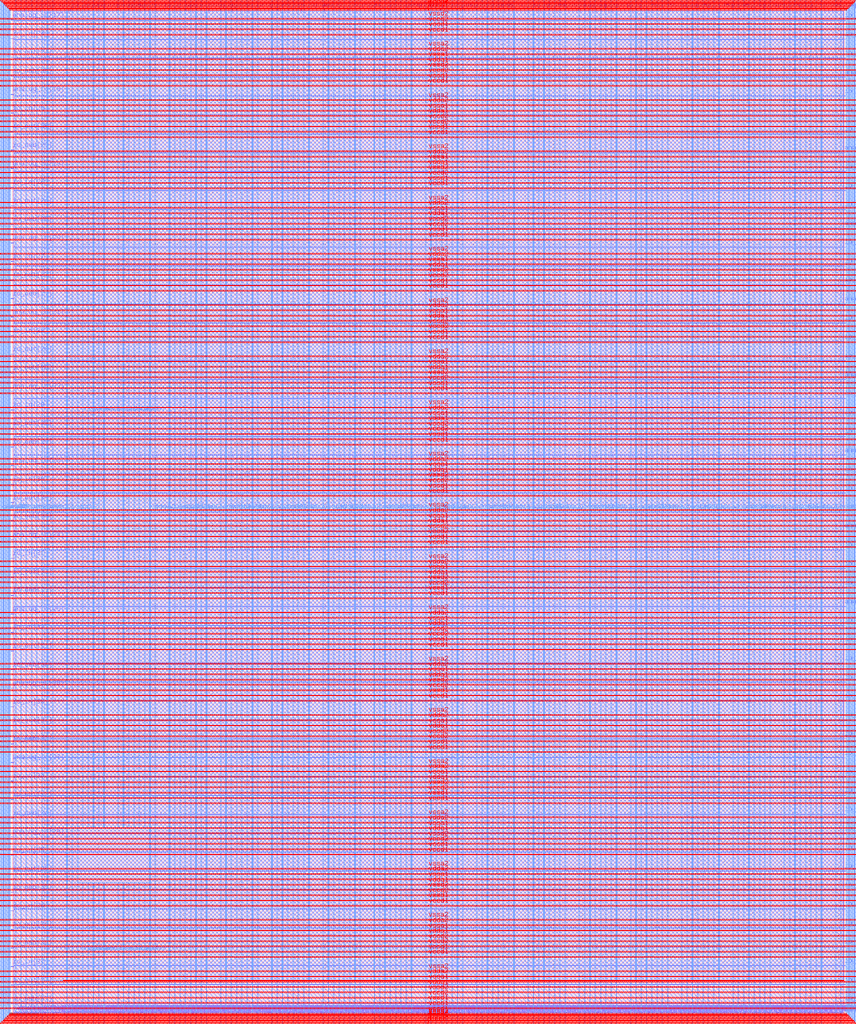
<source format=lef>
VERSION 5.7 ;
  NOWIREEXTENSIONATPIN ON ;
  DIVIDERCHAR "/" ;
  BUSBITCHARS "[]" ;
MACRO user_project_wrapper
  CLASS BLOCK ;
  FOREIGN user_project_wrapper ;
  ORIGIN 0.000 0.000 ;
  SIZE 2920.000 BY 3520.000 ;
  PIN analog_io[0]
    DIRECTION INOUT ;
    USE SIGNAL ;
    PORT
      LAYER met3 ;
        RECT 2917.600 1426.380 2924.800 1427.580 ;
    END
  END analog_io[0]
  PIN analog_io[10]
    DIRECTION INOUT ;
    USE SIGNAL ;
    PORT
      LAYER met2 ;
        RECT 2230.490 3517.600 2231.050 3524.800 ;
    END
  END analog_io[10]
  PIN analog_io[11]
    DIRECTION INOUT ;
    USE SIGNAL ;
    PORT
      LAYER met2 ;
        RECT 1905.730 3517.600 1906.290 3524.800 ;
    END
  END analog_io[11]
  PIN analog_io[12]
    DIRECTION INOUT ;
    USE SIGNAL ;
    PORT
      LAYER met2 ;
        RECT 1581.430 3517.600 1581.990 3524.800 ;
    END
  END analog_io[12]
  PIN analog_io[13]
    DIRECTION INOUT ;
    USE SIGNAL ;
    PORT
      LAYER met2 ;
        RECT 1257.130 3517.600 1257.690 3524.800 ;
    END
  END analog_io[13]
  PIN analog_io[14]
    DIRECTION INOUT ;
    USE SIGNAL ;
    PORT
      LAYER met2 ;
        RECT 932.370 3517.600 932.930 3524.800 ;
    END
  END analog_io[14]
  PIN analog_io[15]
    DIRECTION INOUT ;
    USE SIGNAL ;
    PORT
      LAYER met2 ;
        RECT 608.070 3517.600 608.630 3524.800 ;
    END
  END analog_io[15]
  PIN analog_io[16]
    DIRECTION INOUT ;
    USE SIGNAL ;
    PORT
      LAYER met2 ;
        RECT 283.770 3517.600 284.330 3524.800 ;
    END
  END analog_io[16]
  PIN analog_io[17]
    DIRECTION INOUT ;
    USE SIGNAL ;
    PORT
      LAYER met3 ;
        RECT -4.800 3486.100 2.400 3487.300 ;
    END
  END analog_io[17]
  PIN analog_io[18]
    DIRECTION INOUT ;
    USE SIGNAL ;
    PORT
      LAYER met3 ;
        RECT -4.800 3224.980 2.400 3226.180 ;
    END
  END analog_io[18]
  PIN analog_io[19]
    DIRECTION INOUT ;
    USE SIGNAL ;
    PORT
      LAYER met3 ;
        RECT -4.800 2964.540 2.400 2965.740 ;
    END
  END analog_io[19]
  PIN analog_io[1]
    DIRECTION INOUT ;
    USE SIGNAL ;
    PORT
      LAYER met3 ;
        RECT 2917.600 1692.260 2924.800 1693.460 ;
    END
  END analog_io[1]
  PIN analog_io[20]
    DIRECTION INOUT ;
    USE SIGNAL ;
    PORT
      LAYER met3 ;
        RECT -4.800 2703.420 2.400 2704.620 ;
    END
  END analog_io[20]
  PIN analog_io[21]
    DIRECTION INOUT ;
    USE SIGNAL ;
    PORT
      LAYER met3 ;
        RECT -4.800 2442.980 2.400 2444.180 ;
    END
  END analog_io[21]
  PIN analog_io[22]
    DIRECTION INOUT ;
    USE SIGNAL ;
    PORT
      LAYER met3 ;
        RECT -4.800 2182.540 2.400 2183.740 ;
    END
  END analog_io[22]
  PIN analog_io[23]
    DIRECTION INOUT ;
    USE SIGNAL ;
    PORT
      LAYER met3 ;
        RECT -4.800 1921.420 2.400 1922.620 ;
    END
  END analog_io[23]
  PIN analog_io[24]
    DIRECTION INOUT ;
    USE SIGNAL ;
    PORT
      LAYER met3 ;
        RECT -4.800 1660.980 2.400 1662.180 ;
    END
  END analog_io[24]
  PIN analog_io[25]
    DIRECTION INOUT ;
    USE SIGNAL ;
    PORT
      LAYER met3 ;
        RECT -4.800 1399.860 2.400 1401.060 ;
    END
  END analog_io[25]
  PIN analog_io[26]
    DIRECTION INOUT ;
    USE SIGNAL ;
    PORT
      LAYER met3 ;
        RECT -4.800 1139.420 2.400 1140.620 ;
    END
  END analog_io[26]
  PIN analog_io[27]
    DIRECTION INOUT ;
    USE SIGNAL ;
    PORT
      LAYER met3 ;
        RECT -4.800 878.980 2.400 880.180 ;
    END
  END analog_io[27]
  PIN analog_io[28]
    DIRECTION INOUT ;
    USE SIGNAL ;
    PORT
      LAYER met3 ;
        RECT -4.800 617.860 2.400 619.060 ;
    END
  END analog_io[28]
  PIN analog_io[2]
    DIRECTION INOUT ;
    USE SIGNAL ;
    PORT
      LAYER met3 ;
        RECT 2917.600 1958.140 2924.800 1959.340 ;
    END
  END analog_io[2]
  PIN analog_io[3]
    DIRECTION INOUT ;
    USE SIGNAL ;
    PORT
      LAYER met3 ;
        RECT 2917.600 2223.340 2924.800 2224.540 ;
    END
  END analog_io[3]
  PIN analog_io[4]
    DIRECTION INOUT ;
    USE SIGNAL ;
    PORT
      LAYER met3 ;
        RECT 2917.600 2489.220 2924.800 2490.420 ;
    END
  END analog_io[4]
  PIN analog_io[5]
    DIRECTION INOUT ;
    USE SIGNAL ;
    PORT
      LAYER met3 ;
        RECT 2917.600 2755.100 2924.800 2756.300 ;
    END
  END analog_io[5]
  PIN analog_io[6]
    DIRECTION INOUT ;
    USE SIGNAL ;
    PORT
      LAYER met3 ;
        RECT 2917.600 3020.300 2924.800 3021.500 ;
    END
  END analog_io[6]
  PIN analog_io[7]
    DIRECTION INOUT ;
    USE SIGNAL ;
    PORT
      LAYER met3 ;
        RECT 2917.600 3286.180 2924.800 3287.380 ;
    END
  END analog_io[7]
  PIN analog_io[8]
    DIRECTION INOUT ;
    USE SIGNAL ;
    PORT
      LAYER met2 ;
        RECT 2879.090 3517.600 2879.650 3524.800 ;
    END
  END analog_io[8]
  PIN analog_io[9]
    DIRECTION INOUT ;
    USE SIGNAL ;
    PORT
      LAYER met2 ;
        RECT 2554.790 3517.600 2555.350 3524.800 ;
    END
  END analog_io[9]
  PIN io_in[0]
    DIRECTION INPUT ;
    USE SIGNAL ;
    PORT
      LAYER met3 ;
        RECT 2917.600 32.380 2924.800 33.580 ;
    END
  END io_in[0]
  PIN io_in[10]
    DIRECTION INPUT ;
    USE SIGNAL ;
    PORT
      LAYER met3 ;
        RECT 2917.600 2289.980 2924.800 2291.180 ;
    END
  END io_in[10]
  PIN io_in[11]
    DIRECTION INPUT ;
    USE SIGNAL ;
    PORT
      LAYER met3 ;
        RECT 2917.600 2555.860 2924.800 2557.060 ;
    END
  END io_in[11]
  PIN io_in[12]
    DIRECTION INPUT ;
    USE SIGNAL ;
    PORT
      LAYER met3 ;
        RECT 2917.600 2821.060 2924.800 2822.260 ;
    END
  END io_in[12]
  PIN io_in[13]
    DIRECTION INPUT ;
    USE SIGNAL ;
    PORT
      LAYER met3 ;
        RECT 2917.600 3086.940 2924.800 3088.140 ;
    END
  END io_in[13]
  PIN io_in[14]
    DIRECTION INPUT ;
    USE SIGNAL ;
    PORT
      LAYER met3 ;
        RECT 2917.600 3352.820 2924.800 3354.020 ;
    END
  END io_in[14]
  PIN io_in[15]
    DIRECTION INPUT ;
    USE SIGNAL ;
    PORT
      LAYER met2 ;
        RECT 2798.130 3517.600 2798.690 3524.800 ;
    END
  END io_in[15]
  PIN io_in[16]
    DIRECTION INPUT ;
    USE SIGNAL ;
    PORT
      LAYER met2 ;
        RECT 2473.830 3517.600 2474.390 3524.800 ;
    END
  END io_in[16]
  PIN io_in[17]
    DIRECTION INPUT ;
    USE SIGNAL ;
    PORT
      LAYER met2 ;
        RECT 2149.070 3517.600 2149.630 3524.800 ;
    END
  END io_in[17]
  PIN io_in[18]
    DIRECTION INPUT ;
    USE SIGNAL ;
    PORT
      LAYER met2 ;
        RECT 1824.770 3517.600 1825.330 3524.800 ;
    END
  END io_in[18]
  PIN io_in[19]
    DIRECTION INPUT ;
    USE SIGNAL ;
    PORT
      LAYER met2 ;
        RECT 1500.470 3517.600 1501.030 3524.800 ;
    END
  END io_in[19]
  PIN io_in[1]
    DIRECTION INPUT ;
    USE SIGNAL ;
    PORT
      LAYER met3 ;
        RECT 2917.600 230.940 2924.800 232.140 ;
    END
  END io_in[1]
  PIN io_in[20]
    DIRECTION INPUT ;
    USE SIGNAL ;
    PORT
      LAYER met2 ;
        RECT 1175.710 3517.600 1176.270 3524.800 ;
    END
  END io_in[20]
  PIN io_in[21]
    DIRECTION INPUT ;
    USE SIGNAL ;
    PORT
      LAYER met2 ;
        RECT 851.410 3517.600 851.970 3524.800 ;
    END
  END io_in[21]
  PIN io_in[22]
    DIRECTION INPUT ;
    USE SIGNAL ;
    PORT
      LAYER met2 ;
        RECT 527.110 3517.600 527.670 3524.800 ;
    END
  END io_in[22]
  PIN io_in[23]
    DIRECTION INPUT ;
    USE SIGNAL ;
    PORT
      LAYER met2 ;
        RECT 202.350 3517.600 202.910 3524.800 ;
    END
  END io_in[23]
  PIN io_in[24]
    DIRECTION INPUT ;
    USE SIGNAL ;
    PORT
      LAYER met3 ;
        RECT -4.800 3420.820 2.400 3422.020 ;
    END
  END io_in[24]
  PIN io_in[25]
    DIRECTION INPUT ;
    USE SIGNAL ;
    PORT
      LAYER met3 ;
        RECT -4.800 3159.700 2.400 3160.900 ;
    END
  END io_in[25]
  PIN io_in[26]
    DIRECTION INPUT ;
    USE SIGNAL ;
    PORT
      LAYER met3 ;
        RECT -4.800 2899.260 2.400 2900.460 ;
    END
  END io_in[26]
  PIN io_in[27]
    DIRECTION INPUT ;
    USE SIGNAL ;
    PORT
      LAYER met3 ;
        RECT -4.800 2638.820 2.400 2640.020 ;
    END
  END io_in[27]
  PIN io_in[28]
    DIRECTION INPUT ;
    USE SIGNAL ;
    PORT
      LAYER met3 ;
        RECT -4.800 2377.700 2.400 2378.900 ;
    END
  END io_in[28]
  PIN io_in[29]
    DIRECTION INPUT ;
    USE SIGNAL ;
    PORT
      LAYER met3 ;
        RECT -4.800 2117.260 2.400 2118.460 ;
    END
  END io_in[29]
  PIN io_in[2]
    DIRECTION INPUT ;
    USE SIGNAL ;
    PORT
      LAYER met3 ;
        RECT 2917.600 430.180 2924.800 431.380 ;
    END
  END io_in[2]
  PIN io_in[30]
    DIRECTION INPUT ;
    USE SIGNAL ;
    PORT
      LAYER met3 ;
        RECT -4.800 1856.140 2.400 1857.340 ;
    END
  END io_in[30]
  PIN io_in[31]
    DIRECTION INPUT ;
    USE SIGNAL ;
    PORT
      LAYER met3 ;
        RECT -4.800 1595.700 2.400 1596.900 ;
    END
  END io_in[31]
  PIN io_in[32]
    DIRECTION INPUT ;
    USE SIGNAL ;
    PORT
      LAYER met3 ;
        RECT -4.800 1335.260 2.400 1336.460 ;
    END
  END io_in[32]
  PIN io_in[33]
    DIRECTION INPUT ;
    USE SIGNAL ;
    PORT
      LAYER met3 ;
        RECT -4.800 1074.140 2.400 1075.340 ;
    END
  END io_in[33]
  PIN io_in[34]
    DIRECTION INPUT ;
    USE SIGNAL ;
    PORT
      LAYER met3 ;
        RECT -4.800 813.700 2.400 814.900 ;
    END
  END io_in[34]
  PIN io_in[35]
    DIRECTION INPUT ;
    USE SIGNAL ;
    PORT
      LAYER met3 ;
        RECT -4.800 552.580 2.400 553.780 ;
    END
  END io_in[35]
  PIN io_in[36]
    DIRECTION INPUT ;
    USE SIGNAL ;
    PORT
      LAYER met3 ;
        RECT -4.800 357.420 2.400 358.620 ;
    END
  END io_in[36]
  PIN io_in[37]
    DIRECTION INPUT ;
    USE SIGNAL ;
    PORT
      LAYER met3 ;
        RECT -4.800 161.580 2.400 162.780 ;
    END
  END io_in[37]
  PIN io_in[3]
    DIRECTION INPUT ;
    USE SIGNAL ;
    PORT
      LAYER met3 ;
        RECT 2917.600 629.420 2924.800 630.620 ;
    END
  END io_in[3]
  PIN io_in[4]
    DIRECTION INPUT ;
    USE SIGNAL ;
    PORT
      LAYER met3 ;
        RECT 2917.600 828.660 2924.800 829.860 ;
    END
  END io_in[4]
  PIN io_in[5]
    DIRECTION INPUT ;
    USE SIGNAL ;
    PORT
      LAYER met3 ;
        RECT 2917.600 1027.900 2924.800 1029.100 ;
    END
  END io_in[5]
  PIN io_in[6]
    DIRECTION INPUT ;
    USE SIGNAL ;
    PORT
      LAYER met3 ;
        RECT 2917.600 1227.140 2924.800 1228.340 ;
    END
  END io_in[6]
  PIN io_in[7]
    DIRECTION INPUT ;
    USE SIGNAL ;
    PORT
      LAYER met3 ;
        RECT 2917.600 1493.020 2924.800 1494.220 ;
    END
  END io_in[7]
  PIN io_in[8]
    DIRECTION INPUT ;
    USE SIGNAL ;
    PORT
      LAYER met3 ;
        RECT 2917.600 1758.900 2924.800 1760.100 ;
    END
  END io_in[8]
  PIN io_in[9]
    DIRECTION INPUT ;
    USE SIGNAL ;
    PORT
      LAYER met3 ;
        RECT 2917.600 2024.100 2924.800 2025.300 ;
    END
  END io_in[9]
  PIN io_oeb[0]
    DIRECTION OUTPUT ;
    USE SIGNAL ;
    PORT
      LAYER met3 ;
        RECT 2917.600 164.980 2924.800 166.180 ;
    END
  END io_oeb[0]
  PIN io_oeb[10]
    DIRECTION OUTPUT ;
    USE SIGNAL ;
    PORT
      LAYER met3 ;
        RECT 2917.600 2422.580 2924.800 2423.780 ;
    END
  END io_oeb[10]
  PIN io_oeb[11]
    DIRECTION OUTPUT ;
    USE SIGNAL ;
    PORT
      LAYER met3 ;
        RECT 2917.600 2688.460 2924.800 2689.660 ;
    END
  END io_oeb[11]
  PIN io_oeb[12]
    DIRECTION OUTPUT ;
    USE SIGNAL ;
    PORT
      LAYER met3 ;
        RECT 2917.600 2954.340 2924.800 2955.540 ;
    END
  END io_oeb[12]
  PIN io_oeb[13]
    DIRECTION OUTPUT ;
    USE SIGNAL ;
    PORT
      LAYER met3 ;
        RECT 2917.600 3219.540 2924.800 3220.740 ;
    END
  END io_oeb[13]
  PIN io_oeb[14]
    DIRECTION OUTPUT ;
    USE SIGNAL ;
    PORT
      LAYER met3 ;
        RECT 2917.600 3485.420 2924.800 3486.620 ;
    END
  END io_oeb[14]
  PIN io_oeb[15]
    DIRECTION OUTPUT ;
    USE SIGNAL ;
    PORT
      LAYER met2 ;
        RECT 2635.750 3517.600 2636.310 3524.800 ;
    END
  END io_oeb[15]
  PIN io_oeb[16]
    DIRECTION OUTPUT ;
    USE SIGNAL ;
    PORT
      LAYER met2 ;
        RECT 2311.450 3517.600 2312.010 3524.800 ;
    END
  END io_oeb[16]
  PIN io_oeb[17]
    DIRECTION OUTPUT ;
    USE SIGNAL ;
    PORT
      LAYER met2 ;
        RECT 1987.150 3517.600 1987.710 3524.800 ;
    END
  END io_oeb[17]
  PIN io_oeb[18]
    DIRECTION OUTPUT ;
    USE SIGNAL ;
    PORT
      LAYER met2 ;
        RECT 1662.390 3517.600 1662.950 3524.800 ;
    END
  END io_oeb[18]
  PIN io_oeb[19]
    DIRECTION OUTPUT ;
    USE SIGNAL ;
    PORT
      LAYER met2 ;
        RECT 1338.090 3517.600 1338.650 3524.800 ;
    END
  END io_oeb[19]
  PIN io_oeb[1]
    DIRECTION OUTPUT ;
    USE SIGNAL ;
    PORT
      LAYER met3 ;
        RECT 2917.600 364.220 2924.800 365.420 ;
    END
  END io_oeb[1]
  PIN io_oeb[20]
    DIRECTION OUTPUT ;
    USE SIGNAL ;
    PORT
      LAYER met2 ;
        RECT 1013.790 3517.600 1014.350 3524.800 ;
    END
  END io_oeb[20]
  PIN io_oeb[21]
    DIRECTION OUTPUT ;
    USE SIGNAL ;
    PORT
      LAYER met2 ;
        RECT 689.030 3517.600 689.590 3524.800 ;
    END
  END io_oeb[21]
  PIN io_oeb[22]
    DIRECTION OUTPUT ;
    USE SIGNAL ;
    PORT
      LAYER met2 ;
        RECT 364.730 3517.600 365.290 3524.800 ;
    END
  END io_oeb[22]
  PIN io_oeb[23]
    DIRECTION OUTPUT ;
    USE SIGNAL ;
    PORT
      LAYER met2 ;
        RECT 40.430 3517.600 40.990 3524.800 ;
    END
  END io_oeb[23]
  PIN io_oeb[24]
    DIRECTION OUTPUT ;
    USE SIGNAL ;
    PORT
      LAYER met3 ;
        RECT -4.800 3290.260 2.400 3291.460 ;
    END
  END io_oeb[24]
  PIN io_oeb[25]
    DIRECTION OUTPUT ;
    USE SIGNAL ;
    PORT
      LAYER met3 ;
        RECT -4.800 3029.820 2.400 3031.020 ;
    END
  END io_oeb[25]
  PIN io_oeb[26]
    DIRECTION OUTPUT ;
    USE SIGNAL ;
    PORT
      LAYER met3 ;
        RECT -4.800 2768.700 2.400 2769.900 ;
    END
  END io_oeb[26]
  PIN io_oeb[27]
    DIRECTION OUTPUT ;
    USE SIGNAL ;
    PORT
      LAYER met3 ;
        RECT -4.800 2508.260 2.400 2509.460 ;
    END
  END io_oeb[27]
  PIN io_oeb[28]
    DIRECTION OUTPUT ;
    USE SIGNAL ;
    PORT
      LAYER met3 ;
        RECT -4.800 2247.140 2.400 2248.340 ;
    END
  END io_oeb[28]
  PIN io_oeb[29]
    DIRECTION OUTPUT ;
    USE SIGNAL ;
    PORT
      LAYER met3 ;
        RECT -4.800 1986.700 2.400 1987.900 ;
    END
  END io_oeb[29]
  PIN io_oeb[2]
    DIRECTION OUTPUT ;
    USE SIGNAL ;
    PORT
      LAYER met3 ;
        RECT 2917.600 563.460 2924.800 564.660 ;
    END
  END io_oeb[2]
  PIN io_oeb[30]
    DIRECTION OUTPUT ;
    USE SIGNAL ;
    PORT
      LAYER met3 ;
        RECT -4.800 1726.260 2.400 1727.460 ;
    END
  END io_oeb[30]
  PIN io_oeb[31]
    DIRECTION OUTPUT ;
    USE SIGNAL ;
    PORT
      LAYER met3 ;
        RECT -4.800 1465.140 2.400 1466.340 ;
    END
  END io_oeb[31]
  PIN io_oeb[32]
    DIRECTION OUTPUT ;
    USE SIGNAL ;
    PORT
      LAYER met3 ;
        RECT -4.800 1204.700 2.400 1205.900 ;
    END
  END io_oeb[32]
  PIN io_oeb[33]
    DIRECTION OUTPUT ;
    USE SIGNAL ;
    PORT
      LAYER met3 ;
        RECT -4.800 943.580 2.400 944.780 ;
    END
  END io_oeb[33]
  PIN io_oeb[34]
    DIRECTION OUTPUT ;
    USE SIGNAL ;
    PORT
      LAYER met3 ;
        RECT -4.800 683.140 2.400 684.340 ;
    END
  END io_oeb[34]
  PIN io_oeb[35]
    DIRECTION OUTPUT ;
    USE SIGNAL ;
    PORT
      LAYER met3 ;
        RECT -4.800 422.700 2.400 423.900 ;
    END
  END io_oeb[35]
  PIN io_oeb[36]
    DIRECTION OUTPUT ;
    USE SIGNAL ;
    PORT
      LAYER met3 ;
        RECT -4.800 226.860 2.400 228.060 ;
    END
  END io_oeb[36]
  PIN io_oeb[37]
    DIRECTION OUTPUT ;
    USE SIGNAL ;
    PORT
      LAYER met3 ;
        RECT -4.800 31.700 2.400 32.900 ;
    END
  END io_oeb[37]
  PIN io_oeb[3]
    DIRECTION OUTPUT ;
    USE SIGNAL ;
    PORT
      LAYER met3 ;
        RECT 2917.600 762.700 2924.800 763.900 ;
    END
  END io_oeb[3]
  PIN io_oeb[4]
    DIRECTION OUTPUT ;
    USE SIGNAL ;
    PORT
      LAYER met3 ;
        RECT 2917.600 961.940 2924.800 963.140 ;
    END
  END io_oeb[4]
  PIN io_oeb[5]
    DIRECTION OUTPUT ;
    USE SIGNAL ;
    PORT
      LAYER met3 ;
        RECT 2917.600 1161.180 2924.800 1162.380 ;
    END
  END io_oeb[5]
  PIN io_oeb[6]
    DIRECTION OUTPUT ;
    USE SIGNAL ;
    PORT
      LAYER met3 ;
        RECT 2917.600 1360.420 2924.800 1361.620 ;
    END
  END io_oeb[6]
  PIN io_oeb[7]
    DIRECTION OUTPUT ;
    USE SIGNAL ;
    PORT
      LAYER met3 ;
        RECT 2917.600 1625.620 2924.800 1626.820 ;
    END
  END io_oeb[7]
  PIN io_oeb[8]
    DIRECTION OUTPUT ;
    USE SIGNAL ;
    PORT
      LAYER met3 ;
        RECT 2917.600 1891.500 2924.800 1892.700 ;
    END
  END io_oeb[8]
  PIN io_oeb[9]
    DIRECTION OUTPUT ;
    USE SIGNAL ;
    PORT
      LAYER met3 ;
        RECT 2917.600 2157.380 2924.800 2158.580 ;
    END
  END io_oeb[9]
  PIN io_out[0]
    DIRECTION OUTPUT ;
    USE SIGNAL ;
    PORT
      LAYER met3 ;
        RECT 2917.600 98.340 2924.800 99.540 ;
    END
  END io_out[0]
  PIN io_out[10]
    DIRECTION OUTPUT ;
    USE SIGNAL ;
    PORT
      LAYER met3 ;
        RECT 2917.600 2356.620 2924.800 2357.820 ;
    END
  END io_out[10]
  PIN io_out[11]
    DIRECTION OUTPUT ;
    USE SIGNAL ;
    PORT
      LAYER met3 ;
        RECT 2917.600 2621.820 2924.800 2623.020 ;
    END
  END io_out[11]
  PIN io_out[12]
    DIRECTION OUTPUT ;
    USE SIGNAL ;
    PORT
      LAYER met3 ;
        RECT 2917.600 2887.700 2924.800 2888.900 ;
    END
  END io_out[12]
  PIN io_out[13]
    DIRECTION OUTPUT ;
    USE SIGNAL ;
    PORT
      LAYER met3 ;
        RECT 2917.600 3153.580 2924.800 3154.780 ;
    END
  END io_out[13]
  PIN io_out[14]
    DIRECTION OUTPUT ;
    USE SIGNAL ;
    PORT
      LAYER met3 ;
        RECT 2917.600 3418.780 2924.800 3419.980 ;
    END
  END io_out[14]
  PIN io_out[15]
    DIRECTION OUTPUT ;
    USE SIGNAL ;
    PORT
      LAYER met2 ;
        RECT 2717.170 3517.600 2717.730 3524.800 ;
    END
  END io_out[15]
  PIN io_out[16]
    DIRECTION OUTPUT ;
    USE SIGNAL ;
    PORT
      LAYER met2 ;
        RECT 2392.410 3517.600 2392.970 3524.800 ;
    END
  END io_out[16]
  PIN io_out[17]
    DIRECTION OUTPUT ;
    USE SIGNAL ;
    PORT
      LAYER met2 ;
        RECT 2068.110 3517.600 2068.670 3524.800 ;
    END
  END io_out[17]
  PIN io_out[18]
    DIRECTION OUTPUT ;
    USE SIGNAL ;
    PORT
      LAYER met2 ;
        RECT 1743.810 3517.600 1744.370 3524.800 ;
    END
  END io_out[18]
  PIN io_out[19]
    DIRECTION OUTPUT ;
    USE SIGNAL ;
    PORT
      LAYER met2 ;
        RECT 1419.050 3517.600 1419.610 3524.800 ;
    END
  END io_out[19]
  PIN io_out[1]
    DIRECTION OUTPUT ;
    USE SIGNAL ;
    PORT
      LAYER met3 ;
        RECT 2917.600 297.580 2924.800 298.780 ;
    END
  END io_out[1]
  PIN io_out[20]
    DIRECTION OUTPUT ;
    USE SIGNAL ;
    PORT
      LAYER met2 ;
        RECT 1094.750 3517.600 1095.310 3524.800 ;
    END
  END io_out[20]
  PIN io_out[21]
    DIRECTION OUTPUT ;
    USE SIGNAL ;
    PORT
      LAYER met2 ;
        RECT 770.450 3517.600 771.010 3524.800 ;
    END
  END io_out[21]
  PIN io_out[22]
    DIRECTION OUTPUT ;
    USE SIGNAL ;
    PORT
      LAYER met2 ;
        RECT 445.690 3517.600 446.250 3524.800 ;
    END
  END io_out[22]
  PIN io_out[23]
    DIRECTION OUTPUT ;
    USE SIGNAL ;
    PORT
      LAYER met2 ;
        RECT 121.390 3517.600 121.950 3524.800 ;
    END
  END io_out[23]
  PIN io_out[24]
    DIRECTION OUTPUT ;
    USE SIGNAL ;
    PORT
      LAYER met3 ;
        RECT -4.800 3355.540 2.400 3356.740 ;
    END
  END io_out[24]
  PIN io_out[25]
    DIRECTION OUTPUT ;
    USE SIGNAL ;
    PORT
      LAYER met3 ;
        RECT -4.800 3095.100 2.400 3096.300 ;
    END
  END io_out[25]
  PIN io_out[26]
    DIRECTION OUTPUT ;
    USE SIGNAL ;
    PORT
      LAYER met3 ;
        RECT -4.800 2833.980 2.400 2835.180 ;
    END
  END io_out[26]
  PIN io_out[27]
    DIRECTION OUTPUT ;
    USE SIGNAL ;
    PORT
      LAYER met3 ;
        RECT -4.800 2573.540 2.400 2574.740 ;
    END
  END io_out[27]
  PIN io_out[28]
    DIRECTION OUTPUT ;
    USE SIGNAL ;
    PORT
      LAYER met3 ;
        RECT -4.800 2312.420 2.400 2313.620 ;
    END
  END io_out[28]
  PIN io_out[29]
    DIRECTION OUTPUT ;
    USE SIGNAL ;
    PORT
      LAYER met3 ;
        RECT -4.800 2051.980 2.400 2053.180 ;
    END
  END io_out[29]
  PIN io_out[2]
    DIRECTION OUTPUT ;
    USE SIGNAL ;
    PORT
      LAYER met3 ;
        RECT 2917.600 496.820 2924.800 498.020 ;
    END
  END io_out[2]
  PIN io_out[30]
    DIRECTION OUTPUT ;
    USE SIGNAL ;
    PORT
      LAYER met3 ;
        RECT -4.800 1791.540 2.400 1792.740 ;
    END
  END io_out[30]
  PIN io_out[31]
    DIRECTION OUTPUT ;
    USE SIGNAL ;
    PORT
      LAYER met3 ;
        RECT -4.800 1530.420 2.400 1531.620 ;
    END
  END io_out[31]
  PIN io_out[32]
    DIRECTION OUTPUT ;
    USE SIGNAL ;
    PORT
      LAYER met3 ;
        RECT -4.800 1269.980 2.400 1271.180 ;
    END
  END io_out[32]
  PIN io_out[33]
    DIRECTION OUTPUT ;
    USE SIGNAL ;
    PORT
      LAYER met3 ;
        RECT -4.800 1008.860 2.400 1010.060 ;
    END
  END io_out[33]
  PIN io_out[34]
    DIRECTION OUTPUT ;
    USE SIGNAL ;
    PORT
      LAYER met3 ;
        RECT -4.800 748.420 2.400 749.620 ;
    END
  END io_out[34]
  PIN io_out[35]
    DIRECTION OUTPUT ;
    USE SIGNAL ;
    PORT
      LAYER met3 ;
        RECT -4.800 487.300 2.400 488.500 ;
    END
  END io_out[35]
  PIN io_out[36]
    DIRECTION OUTPUT ;
    USE SIGNAL ;
    PORT
      LAYER met3 ;
        RECT -4.800 292.140 2.400 293.340 ;
    END
  END io_out[36]
  PIN io_out[37]
    DIRECTION OUTPUT ;
    USE SIGNAL ;
    PORT
      LAYER met3 ;
        RECT -4.800 96.300 2.400 97.500 ;
    END
  END io_out[37]
  PIN io_out[3]
    DIRECTION OUTPUT ;
    USE SIGNAL ;
    PORT
      LAYER met3 ;
        RECT 2917.600 696.060 2924.800 697.260 ;
    END
  END io_out[3]
  PIN io_out[4]
    DIRECTION OUTPUT ;
    USE SIGNAL ;
    PORT
      LAYER met3 ;
        RECT 2917.600 895.300 2924.800 896.500 ;
    END
  END io_out[4]
  PIN io_out[5]
    DIRECTION OUTPUT ;
    USE SIGNAL ;
    PORT
      LAYER met3 ;
        RECT 2917.600 1094.540 2924.800 1095.740 ;
    END
  END io_out[5]
  PIN io_out[6]
    DIRECTION OUTPUT ;
    USE SIGNAL ;
    PORT
      LAYER met3 ;
        RECT 2917.600 1293.780 2924.800 1294.980 ;
    END
  END io_out[6]
  PIN io_out[7]
    DIRECTION OUTPUT ;
    USE SIGNAL ;
    PORT
      LAYER met3 ;
        RECT 2917.600 1559.660 2924.800 1560.860 ;
    END
  END io_out[7]
  PIN io_out[8]
    DIRECTION OUTPUT ;
    USE SIGNAL ;
    PORT
      LAYER met3 ;
        RECT 2917.600 1824.860 2924.800 1826.060 ;
    END
  END io_out[8]
  PIN io_out[9]
    DIRECTION OUTPUT ;
    USE SIGNAL ;
    PORT
      LAYER met3 ;
        RECT 2917.600 2090.740 2924.800 2091.940 ;
    END
  END io_out[9]
  PIN la_data_in[0]
    DIRECTION INPUT ;
    USE SIGNAL ;
    PORT
      LAYER met2 ;
        RECT 629.230 -4.800 629.790 2.400 ;
    END
  END la_data_in[0]
  PIN la_data_in[100]
    DIRECTION INPUT ;
    USE SIGNAL ;
    PORT
      LAYER met2 ;
        RECT 2402.530 -4.800 2403.090 2.400 ;
    END
  END la_data_in[100]
  PIN la_data_in[101]
    DIRECTION INPUT ;
    USE SIGNAL ;
    PORT
      LAYER met2 ;
        RECT 2420.010 -4.800 2420.570 2.400 ;
    END
  END la_data_in[101]
  PIN la_data_in[102]
    DIRECTION INPUT ;
    USE SIGNAL ;
    PORT
      LAYER met2 ;
        RECT 2437.950 -4.800 2438.510 2.400 ;
    END
  END la_data_in[102]
  PIN la_data_in[103]
    DIRECTION INPUT ;
    USE SIGNAL ;
    PORT
      LAYER met2 ;
        RECT 2455.430 -4.800 2455.990 2.400 ;
    END
  END la_data_in[103]
  PIN la_data_in[104]
    DIRECTION INPUT ;
    USE SIGNAL ;
    PORT
      LAYER met2 ;
        RECT 2473.370 -4.800 2473.930 2.400 ;
    END
  END la_data_in[104]
  PIN la_data_in[105]
    DIRECTION INPUT ;
    USE SIGNAL ;
    PORT
      LAYER met2 ;
        RECT 2490.850 -4.800 2491.410 2.400 ;
    END
  END la_data_in[105]
  PIN la_data_in[106]
    DIRECTION INPUT ;
    USE SIGNAL ;
    PORT
      LAYER met2 ;
        RECT 2508.790 -4.800 2509.350 2.400 ;
    END
  END la_data_in[106]
  PIN la_data_in[107]
    DIRECTION INPUT ;
    USE SIGNAL ;
    PORT
      LAYER met2 ;
        RECT 2526.730 -4.800 2527.290 2.400 ;
    END
  END la_data_in[107]
  PIN la_data_in[108]
    DIRECTION INPUT ;
    USE SIGNAL ;
    PORT
      LAYER met2 ;
        RECT 2544.210 -4.800 2544.770 2.400 ;
    END
  END la_data_in[108]
  PIN la_data_in[109]
    DIRECTION INPUT ;
    USE SIGNAL ;
    PORT
      LAYER met2 ;
        RECT 2562.150 -4.800 2562.710 2.400 ;
    END
  END la_data_in[109]
  PIN la_data_in[10]
    DIRECTION INPUT ;
    USE SIGNAL ;
    PORT
      LAYER met2 ;
        RECT 806.330 -4.800 806.890 2.400 ;
    END
  END la_data_in[10]
  PIN la_data_in[110]
    DIRECTION INPUT ;
    USE SIGNAL ;
    PORT
      LAYER met2 ;
        RECT 2579.630 -4.800 2580.190 2.400 ;
    END
  END la_data_in[110]
  PIN la_data_in[111]
    DIRECTION INPUT ;
    USE SIGNAL ;
    PORT
      LAYER met2 ;
        RECT 2597.570 -4.800 2598.130 2.400 ;
    END
  END la_data_in[111]
  PIN la_data_in[112]
    DIRECTION INPUT ;
    USE SIGNAL ;
    PORT
      LAYER met2 ;
        RECT 2615.050 -4.800 2615.610 2.400 ;
    END
  END la_data_in[112]
  PIN la_data_in[113]
    DIRECTION INPUT ;
    USE SIGNAL ;
    PORT
      LAYER met2 ;
        RECT 2632.990 -4.800 2633.550 2.400 ;
    END
  END la_data_in[113]
  PIN la_data_in[114]
    DIRECTION INPUT ;
    USE SIGNAL ;
    PORT
      LAYER met2 ;
        RECT 2650.470 -4.800 2651.030 2.400 ;
    END
  END la_data_in[114]
  PIN la_data_in[115]
    DIRECTION INPUT ;
    USE SIGNAL ;
    PORT
      LAYER met2 ;
        RECT 2668.410 -4.800 2668.970 2.400 ;
    END
  END la_data_in[115]
  PIN la_data_in[116]
    DIRECTION INPUT ;
    USE SIGNAL ;
    PORT
      LAYER met2 ;
        RECT 2685.890 -4.800 2686.450 2.400 ;
    END
  END la_data_in[116]
  PIN la_data_in[117]
    DIRECTION INPUT ;
    USE SIGNAL ;
    PORT
      LAYER met2 ;
        RECT 2703.830 -4.800 2704.390 2.400 ;
    END
  END la_data_in[117]
  PIN la_data_in[118]
    DIRECTION INPUT ;
    USE SIGNAL ;
    PORT
      LAYER met2 ;
        RECT 2721.770 -4.800 2722.330 2.400 ;
    END
  END la_data_in[118]
  PIN la_data_in[119]
    DIRECTION INPUT ;
    USE SIGNAL ;
    PORT
      LAYER met2 ;
        RECT 2739.250 -4.800 2739.810 2.400 ;
    END
  END la_data_in[119]
  PIN la_data_in[11]
    DIRECTION INPUT ;
    USE SIGNAL ;
    PORT
      LAYER met2 ;
        RECT 824.270 -4.800 824.830 2.400 ;
    END
  END la_data_in[11]
  PIN la_data_in[120]
    DIRECTION INPUT ;
    USE SIGNAL ;
    PORT
      LAYER met2 ;
        RECT 2757.190 -4.800 2757.750 2.400 ;
    END
  END la_data_in[120]
  PIN la_data_in[121]
    DIRECTION INPUT ;
    USE SIGNAL ;
    PORT
      LAYER met2 ;
        RECT 2774.670 -4.800 2775.230 2.400 ;
    END
  END la_data_in[121]
  PIN la_data_in[122]
    DIRECTION INPUT ;
    USE SIGNAL ;
    PORT
      LAYER met2 ;
        RECT 2792.610 -4.800 2793.170 2.400 ;
    END
  END la_data_in[122]
  PIN la_data_in[123]
    DIRECTION INPUT ;
    USE SIGNAL ;
    PORT
      LAYER met2 ;
        RECT 2810.090 -4.800 2810.650 2.400 ;
    END
  END la_data_in[123]
  PIN la_data_in[124]
    DIRECTION INPUT ;
    USE SIGNAL ;
    PORT
      LAYER met2 ;
        RECT 2828.030 -4.800 2828.590 2.400 ;
    END
  END la_data_in[124]
  PIN la_data_in[125]
    DIRECTION INPUT ;
    USE SIGNAL ;
    PORT
      LAYER met2 ;
        RECT 2845.510 -4.800 2846.070 2.400 ;
    END
  END la_data_in[125]
  PIN la_data_in[126]
    DIRECTION INPUT ;
    USE SIGNAL ;
    PORT
      LAYER met2 ;
        RECT 2863.450 -4.800 2864.010 2.400 ;
    END
  END la_data_in[126]
  PIN la_data_in[127]
    DIRECTION INPUT ;
    USE SIGNAL ;
    PORT
      LAYER met2 ;
        RECT 2881.390 -4.800 2881.950 2.400 ;
    END
  END la_data_in[127]
  PIN la_data_in[12]
    DIRECTION INPUT ;
    USE SIGNAL ;
    PORT
      LAYER met2 ;
        RECT 841.750 -4.800 842.310 2.400 ;
    END
  END la_data_in[12]
  PIN la_data_in[13]
    DIRECTION INPUT ;
    USE SIGNAL ;
    PORT
      LAYER met2 ;
        RECT 859.690 -4.800 860.250 2.400 ;
    END
  END la_data_in[13]
  PIN la_data_in[14]
    DIRECTION INPUT ;
    USE SIGNAL ;
    PORT
      LAYER met2 ;
        RECT 877.170 -4.800 877.730 2.400 ;
    END
  END la_data_in[14]
  PIN la_data_in[15]
    DIRECTION INPUT ;
    USE SIGNAL ;
    PORT
      LAYER met2 ;
        RECT 895.110 -4.800 895.670 2.400 ;
    END
  END la_data_in[15]
  PIN la_data_in[16]
    DIRECTION INPUT ;
    USE SIGNAL ;
    PORT
      LAYER met2 ;
        RECT 912.590 -4.800 913.150 2.400 ;
    END
  END la_data_in[16]
  PIN la_data_in[17]
    DIRECTION INPUT ;
    USE SIGNAL ;
    PORT
      LAYER met2 ;
        RECT 930.530 -4.800 931.090 2.400 ;
    END
  END la_data_in[17]
  PIN la_data_in[18]
    DIRECTION INPUT ;
    USE SIGNAL ;
    PORT
      LAYER met2 ;
        RECT 948.470 -4.800 949.030 2.400 ;
    END
  END la_data_in[18]
  PIN la_data_in[19]
    DIRECTION INPUT ;
    USE SIGNAL ;
    PORT
      LAYER met2 ;
        RECT 965.950 -4.800 966.510 2.400 ;
    END
  END la_data_in[19]
  PIN la_data_in[1]
    DIRECTION INPUT ;
    USE SIGNAL ;
    PORT
      LAYER met2 ;
        RECT 646.710 -4.800 647.270 2.400 ;
    END
  END la_data_in[1]
  PIN la_data_in[20]
    DIRECTION INPUT ;
    USE SIGNAL ;
    PORT
      LAYER met2 ;
        RECT 983.890 -4.800 984.450 2.400 ;
    END
  END la_data_in[20]
  PIN la_data_in[21]
    DIRECTION INPUT ;
    USE SIGNAL ;
    PORT
      LAYER met2 ;
        RECT 1001.370 -4.800 1001.930 2.400 ;
    END
  END la_data_in[21]
  PIN la_data_in[22]
    DIRECTION INPUT ;
    USE SIGNAL ;
    PORT
      LAYER met2 ;
        RECT 1019.310 -4.800 1019.870 2.400 ;
    END
  END la_data_in[22]
  PIN la_data_in[23]
    DIRECTION INPUT ;
    USE SIGNAL ;
    PORT
      LAYER met2 ;
        RECT 1036.790 -4.800 1037.350 2.400 ;
    END
  END la_data_in[23]
  PIN la_data_in[24]
    DIRECTION INPUT ;
    USE SIGNAL ;
    PORT
      LAYER met2 ;
        RECT 1054.730 -4.800 1055.290 2.400 ;
    END
  END la_data_in[24]
  PIN la_data_in[25]
    DIRECTION INPUT ;
    USE SIGNAL ;
    PORT
      LAYER met2 ;
        RECT 1072.210 -4.800 1072.770 2.400 ;
    END
  END la_data_in[25]
  PIN la_data_in[26]
    DIRECTION INPUT ;
    USE SIGNAL ;
    PORT
      LAYER met2 ;
        RECT 1090.150 -4.800 1090.710 2.400 ;
    END
  END la_data_in[26]
  PIN la_data_in[27]
    DIRECTION INPUT ;
    USE SIGNAL ;
    PORT
      LAYER met2 ;
        RECT 1107.630 -4.800 1108.190 2.400 ;
    END
  END la_data_in[27]
  PIN la_data_in[28]
    DIRECTION INPUT ;
    USE SIGNAL ;
    PORT
      LAYER met2 ;
        RECT 1125.570 -4.800 1126.130 2.400 ;
    END
  END la_data_in[28]
  PIN la_data_in[29]
    DIRECTION INPUT ;
    USE SIGNAL ;
    PORT
      LAYER met2 ;
        RECT 1143.510 -4.800 1144.070 2.400 ;
    END
  END la_data_in[29]
  PIN la_data_in[2]
    DIRECTION INPUT ;
    USE SIGNAL ;
    PORT
      LAYER met2 ;
        RECT 664.650 -4.800 665.210 2.400 ;
    END
  END la_data_in[2]
  PIN la_data_in[30]
    DIRECTION INPUT ;
    USE SIGNAL ;
    PORT
      LAYER met2 ;
        RECT 1160.990 -4.800 1161.550 2.400 ;
    END
  END la_data_in[30]
  PIN la_data_in[31]
    DIRECTION INPUT ;
    USE SIGNAL ;
    PORT
      LAYER met2 ;
        RECT 1178.930 -4.800 1179.490 2.400 ;
    END
  END la_data_in[31]
  PIN la_data_in[32]
    DIRECTION INPUT ;
    USE SIGNAL ;
    PORT
      LAYER met2 ;
        RECT 1196.410 -4.800 1196.970 2.400 ;
    END
  END la_data_in[32]
  PIN la_data_in[33]
    DIRECTION INPUT ;
    USE SIGNAL ;
    PORT
      LAYER met2 ;
        RECT 1214.350 -4.800 1214.910 2.400 ;
    END
  END la_data_in[33]
  PIN la_data_in[34]
    DIRECTION INPUT ;
    USE SIGNAL ;
    PORT
      LAYER met2 ;
        RECT 1231.830 -4.800 1232.390 2.400 ;
    END
  END la_data_in[34]
  PIN la_data_in[35]
    DIRECTION INPUT ;
    USE SIGNAL ;
    PORT
      LAYER met2 ;
        RECT 1249.770 -4.800 1250.330 2.400 ;
    END
  END la_data_in[35]
  PIN la_data_in[36]
    DIRECTION INPUT ;
    USE SIGNAL ;
    PORT
      LAYER met2 ;
        RECT 1267.250 -4.800 1267.810 2.400 ;
    END
  END la_data_in[36]
  PIN la_data_in[37]
    DIRECTION INPUT ;
    USE SIGNAL ;
    PORT
      LAYER met2 ;
        RECT 1285.190 -4.800 1285.750 2.400 ;
    END
  END la_data_in[37]
  PIN la_data_in[38]
    DIRECTION INPUT ;
    USE SIGNAL ;
    PORT
      LAYER met2 ;
        RECT 1303.130 -4.800 1303.690 2.400 ;
    END
  END la_data_in[38]
  PIN la_data_in[39]
    DIRECTION INPUT ;
    USE SIGNAL ;
    PORT
      LAYER met2 ;
        RECT 1320.610 -4.800 1321.170 2.400 ;
    END
  END la_data_in[39]
  PIN la_data_in[3]
    DIRECTION INPUT ;
    USE SIGNAL ;
    PORT
      LAYER met2 ;
        RECT 682.130 -4.800 682.690 2.400 ;
    END
  END la_data_in[3]
  PIN la_data_in[40]
    DIRECTION INPUT ;
    USE SIGNAL ;
    PORT
      LAYER met2 ;
        RECT 1338.550 -4.800 1339.110 2.400 ;
    END
  END la_data_in[40]
  PIN la_data_in[41]
    DIRECTION INPUT ;
    USE SIGNAL ;
    PORT
      LAYER met2 ;
        RECT 1356.030 -4.800 1356.590 2.400 ;
    END
  END la_data_in[41]
  PIN la_data_in[42]
    DIRECTION INPUT ;
    USE SIGNAL ;
    PORT
      LAYER met2 ;
        RECT 1373.970 -4.800 1374.530 2.400 ;
    END
  END la_data_in[42]
  PIN la_data_in[43]
    DIRECTION INPUT ;
    USE SIGNAL ;
    PORT
      LAYER met2 ;
        RECT 1391.450 -4.800 1392.010 2.400 ;
    END
  END la_data_in[43]
  PIN la_data_in[44]
    DIRECTION INPUT ;
    USE SIGNAL ;
    PORT
      LAYER met2 ;
        RECT 1409.390 -4.800 1409.950 2.400 ;
    END
  END la_data_in[44]
  PIN la_data_in[45]
    DIRECTION INPUT ;
    USE SIGNAL ;
    PORT
      LAYER met2 ;
        RECT 1426.870 -4.800 1427.430 2.400 ;
    END
  END la_data_in[45]
  PIN la_data_in[46]
    DIRECTION INPUT ;
    USE SIGNAL ;
    PORT
      LAYER met2 ;
        RECT 1444.810 -4.800 1445.370 2.400 ;
    END
  END la_data_in[46]
  PIN la_data_in[47]
    DIRECTION INPUT ;
    USE SIGNAL ;
    PORT
      LAYER met2 ;
        RECT 1462.750 -4.800 1463.310 2.400 ;
    END
  END la_data_in[47]
  PIN la_data_in[48]
    DIRECTION INPUT ;
    USE SIGNAL ;
    PORT
      LAYER met2 ;
        RECT 1480.230 -4.800 1480.790 2.400 ;
    END
  END la_data_in[48]
  PIN la_data_in[49]
    DIRECTION INPUT ;
    USE SIGNAL ;
    PORT
      LAYER met2 ;
        RECT 1498.170 -4.800 1498.730 2.400 ;
    END
  END la_data_in[49]
  PIN la_data_in[4]
    DIRECTION INPUT ;
    USE SIGNAL ;
    PORT
      LAYER met2 ;
        RECT 700.070 -4.800 700.630 2.400 ;
    END
  END la_data_in[4]
  PIN la_data_in[50]
    DIRECTION INPUT ;
    USE SIGNAL ;
    PORT
      LAYER met2 ;
        RECT 1515.650 -4.800 1516.210 2.400 ;
    END
  END la_data_in[50]
  PIN la_data_in[51]
    DIRECTION INPUT ;
    USE SIGNAL ;
    PORT
      LAYER met2 ;
        RECT 1533.590 -4.800 1534.150 2.400 ;
    END
  END la_data_in[51]
  PIN la_data_in[52]
    DIRECTION INPUT ;
    USE SIGNAL ;
    PORT
      LAYER met2 ;
        RECT 1551.070 -4.800 1551.630 2.400 ;
    END
  END la_data_in[52]
  PIN la_data_in[53]
    DIRECTION INPUT ;
    USE SIGNAL ;
    PORT
      LAYER met2 ;
        RECT 1569.010 -4.800 1569.570 2.400 ;
    END
  END la_data_in[53]
  PIN la_data_in[54]
    DIRECTION INPUT ;
    USE SIGNAL ;
    PORT
      LAYER met2 ;
        RECT 1586.490 -4.800 1587.050 2.400 ;
    END
  END la_data_in[54]
  PIN la_data_in[55]
    DIRECTION INPUT ;
    USE SIGNAL ;
    PORT
      LAYER met2 ;
        RECT 1604.430 -4.800 1604.990 2.400 ;
    END
  END la_data_in[55]
  PIN la_data_in[56]
    DIRECTION INPUT ;
    USE SIGNAL ;
    PORT
      LAYER met2 ;
        RECT 1621.910 -4.800 1622.470 2.400 ;
    END
  END la_data_in[56]
  PIN la_data_in[57]
    DIRECTION INPUT ;
    USE SIGNAL ;
    PORT
      LAYER met2 ;
        RECT 1639.850 -4.800 1640.410 2.400 ;
    END
  END la_data_in[57]
  PIN la_data_in[58]
    DIRECTION INPUT ;
    USE SIGNAL ;
    PORT
      LAYER met2 ;
        RECT 1657.790 -4.800 1658.350 2.400 ;
    END
  END la_data_in[58]
  PIN la_data_in[59]
    DIRECTION INPUT ;
    USE SIGNAL ;
    PORT
      LAYER met2 ;
        RECT 1675.270 -4.800 1675.830 2.400 ;
    END
  END la_data_in[59]
  PIN la_data_in[5]
    DIRECTION INPUT ;
    USE SIGNAL ;
    PORT
      LAYER met2 ;
        RECT 717.550 -4.800 718.110 2.400 ;
    END
  END la_data_in[5]
  PIN la_data_in[60]
    DIRECTION INPUT ;
    USE SIGNAL ;
    PORT
      LAYER met2 ;
        RECT 1693.210 -4.800 1693.770 2.400 ;
    END
  END la_data_in[60]
  PIN la_data_in[61]
    DIRECTION INPUT ;
    USE SIGNAL ;
    PORT
      LAYER met2 ;
        RECT 1710.690 -4.800 1711.250 2.400 ;
    END
  END la_data_in[61]
  PIN la_data_in[62]
    DIRECTION INPUT ;
    USE SIGNAL ;
    PORT
      LAYER met2 ;
        RECT 1728.630 -4.800 1729.190 2.400 ;
    END
  END la_data_in[62]
  PIN la_data_in[63]
    DIRECTION INPUT ;
    USE SIGNAL ;
    PORT
      LAYER met2 ;
        RECT 1746.110 -4.800 1746.670 2.400 ;
    END
  END la_data_in[63]
  PIN la_data_in[64]
    DIRECTION INPUT ;
    USE SIGNAL ;
    PORT
      LAYER met2 ;
        RECT 1764.050 -4.800 1764.610 2.400 ;
    END
  END la_data_in[64]
  PIN la_data_in[65]
    DIRECTION INPUT ;
    USE SIGNAL ;
    PORT
      LAYER met2 ;
        RECT 1781.530 -4.800 1782.090 2.400 ;
    END
  END la_data_in[65]
  PIN la_data_in[66]
    DIRECTION INPUT ;
    USE SIGNAL ;
    PORT
      LAYER met2 ;
        RECT 1799.470 -4.800 1800.030 2.400 ;
    END
  END la_data_in[66]
  PIN la_data_in[67]
    DIRECTION INPUT ;
    USE SIGNAL ;
    PORT
      LAYER met2 ;
        RECT 1817.410 -4.800 1817.970 2.400 ;
    END
  END la_data_in[67]
  PIN la_data_in[68]
    DIRECTION INPUT ;
    USE SIGNAL ;
    PORT
      LAYER met2 ;
        RECT 1834.890 -4.800 1835.450 2.400 ;
    END
  END la_data_in[68]
  PIN la_data_in[69]
    DIRECTION INPUT ;
    USE SIGNAL ;
    PORT
      LAYER met2 ;
        RECT 1852.830 -4.800 1853.390 2.400 ;
    END
  END la_data_in[69]
  PIN la_data_in[6]
    DIRECTION INPUT ;
    USE SIGNAL ;
    PORT
      LAYER met2 ;
        RECT 735.490 -4.800 736.050 2.400 ;
    END
  END la_data_in[6]
  PIN la_data_in[70]
    DIRECTION INPUT ;
    USE SIGNAL ;
    PORT
      LAYER met2 ;
        RECT 1870.310 -4.800 1870.870 2.400 ;
    END
  END la_data_in[70]
  PIN la_data_in[71]
    DIRECTION INPUT ;
    USE SIGNAL ;
    PORT
      LAYER met2 ;
        RECT 1888.250 -4.800 1888.810 2.400 ;
    END
  END la_data_in[71]
  PIN la_data_in[72]
    DIRECTION INPUT ;
    USE SIGNAL ;
    PORT
      LAYER met2 ;
        RECT 1905.730 -4.800 1906.290 2.400 ;
    END
  END la_data_in[72]
  PIN la_data_in[73]
    DIRECTION INPUT ;
    USE SIGNAL ;
    PORT
      LAYER met2 ;
        RECT 1923.670 -4.800 1924.230 2.400 ;
    END
  END la_data_in[73]
  PIN la_data_in[74]
    DIRECTION INPUT ;
    USE SIGNAL ;
    PORT
      LAYER met2 ;
        RECT 1941.150 -4.800 1941.710 2.400 ;
    END
  END la_data_in[74]
  PIN la_data_in[75]
    DIRECTION INPUT ;
    USE SIGNAL ;
    PORT
      LAYER met2 ;
        RECT 1959.090 -4.800 1959.650 2.400 ;
    END
  END la_data_in[75]
  PIN la_data_in[76]
    DIRECTION INPUT ;
    USE SIGNAL ;
    PORT
      LAYER met2 ;
        RECT 1976.570 -4.800 1977.130 2.400 ;
    END
  END la_data_in[76]
  PIN la_data_in[77]
    DIRECTION INPUT ;
    USE SIGNAL ;
    PORT
      LAYER met2 ;
        RECT 1994.510 -4.800 1995.070 2.400 ;
    END
  END la_data_in[77]
  PIN la_data_in[78]
    DIRECTION INPUT ;
    USE SIGNAL ;
    PORT
      LAYER met2 ;
        RECT 2012.450 -4.800 2013.010 2.400 ;
    END
  END la_data_in[78]
  PIN la_data_in[79]
    DIRECTION INPUT ;
    USE SIGNAL ;
    PORT
      LAYER met2 ;
        RECT 2029.930 -4.800 2030.490 2.400 ;
    END
  END la_data_in[79]
  PIN la_data_in[7]
    DIRECTION INPUT ;
    USE SIGNAL ;
    PORT
      LAYER met2 ;
        RECT 752.970 -4.800 753.530 2.400 ;
    END
  END la_data_in[7]
  PIN la_data_in[80]
    DIRECTION INPUT ;
    USE SIGNAL ;
    PORT
      LAYER met2 ;
        RECT 2047.870 -4.800 2048.430 2.400 ;
    END
  END la_data_in[80]
  PIN la_data_in[81]
    DIRECTION INPUT ;
    USE SIGNAL ;
    PORT
      LAYER met2 ;
        RECT 2065.350 -4.800 2065.910 2.400 ;
    END
  END la_data_in[81]
  PIN la_data_in[82]
    DIRECTION INPUT ;
    USE SIGNAL ;
    PORT
      LAYER met2 ;
        RECT 2083.290 -4.800 2083.850 2.400 ;
    END
  END la_data_in[82]
  PIN la_data_in[83]
    DIRECTION INPUT ;
    USE SIGNAL ;
    PORT
      LAYER met2 ;
        RECT 2100.770 -4.800 2101.330 2.400 ;
    END
  END la_data_in[83]
  PIN la_data_in[84]
    DIRECTION INPUT ;
    USE SIGNAL ;
    PORT
      LAYER met2 ;
        RECT 2118.710 -4.800 2119.270 2.400 ;
    END
  END la_data_in[84]
  PIN la_data_in[85]
    DIRECTION INPUT ;
    USE SIGNAL ;
    PORT
      LAYER met2 ;
        RECT 2136.190 -4.800 2136.750 2.400 ;
    END
  END la_data_in[85]
  PIN la_data_in[86]
    DIRECTION INPUT ;
    USE SIGNAL ;
    PORT
      LAYER met2 ;
        RECT 2154.130 -4.800 2154.690 2.400 ;
    END
  END la_data_in[86]
  PIN la_data_in[87]
    DIRECTION INPUT ;
    USE SIGNAL ;
    PORT
      LAYER met2 ;
        RECT 2172.070 -4.800 2172.630 2.400 ;
    END
  END la_data_in[87]
  PIN la_data_in[88]
    DIRECTION INPUT ;
    USE SIGNAL ;
    PORT
      LAYER met2 ;
        RECT 2189.550 -4.800 2190.110 2.400 ;
    END
  END la_data_in[88]
  PIN la_data_in[89]
    DIRECTION INPUT ;
    USE SIGNAL ;
    PORT
      LAYER met2 ;
        RECT 2207.490 -4.800 2208.050 2.400 ;
    END
  END la_data_in[89]
  PIN la_data_in[8]
    DIRECTION INPUT ;
    USE SIGNAL ;
    PORT
      LAYER met2 ;
        RECT 770.910 -4.800 771.470 2.400 ;
    END
  END la_data_in[8]
  PIN la_data_in[90]
    DIRECTION INPUT ;
    USE SIGNAL ;
    PORT
      LAYER met2 ;
        RECT 2224.970 -4.800 2225.530 2.400 ;
    END
  END la_data_in[90]
  PIN la_data_in[91]
    DIRECTION INPUT ;
    USE SIGNAL ;
    PORT
      LAYER met2 ;
        RECT 2242.910 -4.800 2243.470 2.400 ;
    END
  END la_data_in[91]
  PIN la_data_in[92]
    DIRECTION INPUT ;
    USE SIGNAL ;
    PORT
      LAYER met2 ;
        RECT 2260.390 -4.800 2260.950 2.400 ;
    END
  END la_data_in[92]
  PIN la_data_in[93]
    DIRECTION INPUT ;
    USE SIGNAL ;
    PORT
      LAYER met2 ;
        RECT 2278.330 -4.800 2278.890 2.400 ;
    END
  END la_data_in[93]
  PIN la_data_in[94]
    DIRECTION INPUT ;
    USE SIGNAL ;
    PORT
      LAYER met2 ;
        RECT 2295.810 -4.800 2296.370 2.400 ;
    END
  END la_data_in[94]
  PIN la_data_in[95]
    DIRECTION INPUT ;
    USE SIGNAL ;
    PORT
      LAYER met2 ;
        RECT 2313.750 -4.800 2314.310 2.400 ;
    END
  END la_data_in[95]
  PIN la_data_in[96]
    DIRECTION INPUT ;
    USE SIGNAL ;
    PORT
      LAYER met2 ;
        RECT 2331.230 -4.800 2331.790 2.400 ;
    END
  END la_data_in[96]
  PIN la_data_in[97]
    DIRECTION INPUT ;
    USE SIGNAL ;
    PORT
      LAYER met2 ;
        RECT 2349.170 -4.800 2349.730 2.400 ;
    END
  END la_data_in[97]
  PIN la_data_in[98]
    DIRECTION INPUT ;
    USE SIGNAL ;
    PORT
      LAYER met2 ;
        RECT 2367.110 -4.800 2367.670 2.400 ;
    END
  END la_data_in[98]
  PIN la_data_in[99]
    DIRECTION INPUT ;
    USE SIGNAL ;
    PORT
      LAYER met2 ;
        RECT 2384.590 -4.800 2385.150 2.400 ;
    END
  END la_data_in[99]
  PIN la_data_in[9]
    DIRECTION INPUT ;
    USE SIGNAL ;
    PORT
      LAYER met2 ;
        RECT 788.850 -4.800 789.410 2.400 ;
    END
  END la_data_in[9]
  PIN la_data_out[0]
    DIRECTION OUTPUT ;
    USE SIGNAL ;
    PORT
      LAYER met2 ;
        RECT 634.750 -4.800 635.310 2.400 ;
    END
  END la_data_out[0]
  PIN la_data_out[100]
    DIRECTION OUTPUT ;
    USE SIGNAL ;
    PORT
      LAYER met2 ;
        RECT 2408.510 -4.800 2409.070 2.400 ;
    END
  END la_data_out[100]
  PIN la_data_out[101]
    DIRECTION OUTPUT ;
    USE SIGNAL ;
    PORT
      LAYER met2 ;
        RECT 2425.990 -4.800 2426.550 2.400 ;
    END
  END la_data_out[101]
  PIN la_data_out[102]
    DIRECTION OUTPUT ;
    USE SIGNAL ;
    PORT
      LAYER met2 ;
        RECT 2443.930 -4.800 2444.490 2.400 ;
    END
  END la_data_out[102]
  PIN la_data_out[103]
    DIRECTION OUTPUT ;
    USE SIGNAL ;
    PORT
      LAYER met2 ;
        RECT 2461.410 -4.800 2461.970 2.400 ;
    END
  END la_data_out[103]
  PIN la_data_out[104]
    DIRECTION OUTPUT ;
    USE SIGNAL ;
    PORT
      LAYER met2 ;
        RECT 2479.350 -4.800 2479.910 2.400 ;
    END
  END la_data_out[104]
  PIN la_data_out[105]
    DIRECTION OUTPUT ;
    USE SIGNAL ;
    PORT
      LAYER met2 ;
        RECT 2496.830 -4.800 2497.390 2.400 ;
    END
  END la_data_out[105]
  PIN la_data_out[106]
    DIRECTION OUTPUT ;
    USE SIGNAL ;
    PORT
      LAYER met2 ;
        RECT 2514.770 -4.800 2515.330 2.400 ;
    END
  END la_data_out[106]
  PIN la_data_out[107]
    DIRECTION OUTPUT ;
    USE SIGNAL ;
    PORT
      LAYER met2 ;
        RECT 2532.250 -4.800 2532.810 2.400 ;
    END
  END la_data_out[107]
  PIN la_data_out[108]
    DIRECTION OUTPUT ;
    USE SIGNAL ;
    PORT
      LAYER met2 ;
        RECT 2550.190 -4.800 2550.750 2.400 ;
    END
  END la_data_out[108]
  PIN la_data_out[109]
    DIRECTION OUTPUT ;
    USE SIGNAL ;
    PORT
      LAYER met2 ;
        RECT 2567.670 -4.800 2568.230 2.400 ;
    END
  END la_data_out[109]
  PIN la_data_out[10]
    DIRECTION OUTPUT ;
    USE SIGNAL ;
    PORT
      LAYER met2 ;
        RECT 812.310 -4.800 812.870 2.400 ;
    END
  END la_data_out[10]
  PIN la_data_out[110]
    DIRECTION OUTPUT ;
    USE SIGNAL ;
    PORT
      LAYER met2 ;
        RECT 2585.610 -4.800 2586.170 2.400 ;
    END
  END la_data_out[110]
  PIN la_data_out[111]
    DIRECTION OUTPUT ;
    USE SIGNAL ;
    PORT
      LAYER met2 ;
        RECT 2603.550 -4.800 2604.110 2.400 ;
    END
  END la_data_out[111]
  PIN la_data_out[112]
    DIRECTION OUTPUT ;
    USE SIGNAL ;
    PORT
      LAYER met2 ;
        RECT 2621.030 -4.800 2621.590 2.400 ;
    END
  END la_data_out[112]
  PIN la_data_out[113]
    DIRECTION OUTPUT ;
    USE SIGNAL ;
    PORT
      LAYER met2 ;
        RECT 2638.970 -4.800 2639.530 2.400 ;
    END
  END la_data_out[113]
  PIN la_data_out[114]
    DIRECTION OUTPUT ;
    USE SIGNAL ;
    PORT
      LAYER met2 ;
        RECT 2656.450 -4.800 2657.010 2.400 ;
    END
  END la_data_out[114]
  PIN la_data_out[115]
    DIRECTION OUTPUT ;
    USE SIGNAL ;
    PORT
      LAYER met2 ;
        RECT 2674.390 -4.800 2674.950 2.400 ;
    END
  END la_data_out[115]
  PIN la_data_out[116]
    DIRECTION OUTPUT ;
    USE SIGNAL ;
    PORT
      LAYER met2 ;
        RECT 2691.870 -4.800 2692.430 2.400 ;
    END
  END la_data_out[116]
  PIN la_data_out[117]
    DIRECTION OUTPUT ;
    USE SIGNAL ;
    PORT
      LAYER met2 ;
        RECT 2709.810 -4.800 2710.370 2.400 ;
    END
  END la_data_out[117]
  PIN la_data_out[118]
    DIRECTION OUTPUT ;
    USE SIGNAL ;
    PORT
      LAYER met2 ;
        RECT 2727.290 -4.800 2727.850 2.400 ;
    END
  END la_data_out[118]
  PIN la_data_out[119]
    DIRECTION OUTPUT ;
    USE SIGNAL ;
    PORT
      LAYER met2 ;
        RECT 2745.230 -4.800 2745.790 2.400 ;
    END
  END la_data_out[119]
  PIN la_data_out[11]
    DIRECTION OUTPUT ;
    USE SIGNAL ;
    PORT
      LAYER met2 ;
        RECT 830.250 -4.800 830.810 2.400 ;
    END
  END la_data_out[11]
  PIN la_data_out[120]
    DIRECTION OUTPUT ;
    USE SIGNAL ;
    PORT
      LAYER met2 ;
        RECT 2763.170 -4.800 2763.730 2.400 ;
    END
  END la_data_out[120]
  PIN la_data_out[121]
    DIRECTION OUTPUT ;
    USE SIGNAL ;
    PORT
      LAYER met2 ;
        RECT 2780.650 -4.800 2781.210 2.400 ;
    END
  END la_data_out[121]
  PIN la_data_out[122]
    DIRECTION OUTPUT ;
    USE SIGNAL ;
    PORT
      LAYER met2 ;
        RECT 2798.590 -4.800 2799.150 2.400 ;
    END
  END la_data_out[122]
  PIN la_data_out[123]
    DIRECTION OUTPUT ;
    USE SIGNAL ;
    PORT
      LAYER met2 ;
        RECT 2816.070 -4.800 2816.630 2.400 ;
    END
  END la_data_out[123]
  PIN la_data_out[124]
    DIRECTION OUTPUT ;
    USE SIGNAL ;
    PORT
      LAYER met2 ;
        RECT 2834.010 -4.800 2834.570 2.400 ;
    END
  END la_data_out[124]
  PIN la_data_out[125]
    DIRECTION OUTPUT ;
    USE SIGNAL ;
    PORT
      LAYER met2 ;
        RECT 2851.490 -4.800 2852.050 2.400 ;
    END
  END la_data_out[125]
  PIN la_data_out[126]
    DIRECTION OUTPUT ;
    USE SIGNAL ;
    PORT
      LAYER met2 ;
        RECT 2869.430 -4.800 2869.990 2.400 ;
    END
  END la_data_out[126]
  PIN la_data_out[127]
    DIRECTION OUTPUT ;
    USE SIGNAL ;
    PORT
      LAYER met2 ;
        RECT 2886.910 -4.800 2887.470 2.400 ;
    END
  END la_data_out[127]
  PIN la_data_out[12]
    DIRECTION OUTPUT ;
    USE SIGNAL ;
    PORT
      LAYER met2 ;
        RECT 847.730 -4.800 848.290 2.400 ;
    END
  END la_data_out[12]
  PIN la_data_out[13]
    DIRECTION OUTPUT ;
    USE SIGNAL ;
    PORT
      LAYER met2 ;
        RECT 865.670 -4.800 866.230 2.400 ;
    END
  END la_data_out[13]
  PIN la_data_out[14]
    DIRECTION OUTPUT ;
    USE SIGNAL ;
    PORT
      LAYER met2 ;
        RECT 883.150 -4.800 883.710 2.400 ;
    END
  END la_data_out[14]
  PIN la_data_out[15]
    DIRECTION OUTPUT ;
    USE SIGNAL ;
    PORT
      LAYER met2 ;
        RECT 901.090 -4.800 901.650 2.400 ;
    END
  END la_data_out[15]
  PIN la_data_out[16]
    DIRECTION OUTPUT ;
    USE SIGNAL ;
    PORT
      LAYER met2 ;
        RECT 918.570 -4.800 919.130 2.400 ;
    END
  END la_data_out[16]
  PIN la_data_out[17]
    DIRECTION OUTPUT ;
    USE SIGNAL ;
    PORT
      LAYER met2 ;
        RECT 936.510 -4.800 937.070 2.400 ;
    END
  END la_data_out[17]
  PIN la_data_out[18]
    DIRECTION OUTPUT ;
    USE SIGNAL ;
    PORT
      LAYER met2 ;
        RECT 953.990 -4.800 954.550 2.400 ;
    END
  END la_data_out[18]
  PIN la_data_out[19]
    DIRECTION OUTPUT ;
    USE SIGNAL ;
    PORT
      LAYER met2 ;
        RECT 971.930 -4.800 972.490 2.400 ;
    END
  END la_data_out[19]
  PIN la_data_out[1]
    DIRECTION OUTPUT ;
    USE SIGNAL ;
    PORT
      LAYER met2 ;
        RECT 652.690 -4.800 653.250 2.400 ;
    END
  END la_data_out[1]
  PIN la_data_out[20]
    DIRECTION OUTPUT ;
    USE SIGNAL ;
    PORT
      LAYER met2 ;
        RECT 989.410 -4.800 989.970 2.400 ;
    END
  END la_data_out[20]
  PIN la_data_out[21]
    DIRECTION OUTPUT ;
    USE SIGNAL ;
    PORT
      LAYER met2 ;
        RECT 1007.350 -4.800 1007.910 2.400 ;
    END
  END la_data_out[21]
  PIN la_data_out[22]
    DIRECTION OUTPUT ;
    USE SIGNAL ;
    PORT
      LAYER met2 ;
        RECT 1025.290 -4.800 1025.850 2.400 ;
    END
  END la_data_out[22]
  PIN la_data_out[23]
    DIRECTION OUTPUT ;
    USE SIGNAL ;
    PORT
      LAYER met2 ;
        RECT 1042.770 -4.800 1043.330 2.400 ;
    END
  END la_data_out[23]
  PIN la_data_out[24]
    DIRECTION OUTPUT ;
    USE SIGNAL ;
    PORT
      LAYER met2 ;
        RECT 1060.710 -4.800 1061.270 2.400 ;
    END
  END la_data_out[24]
  PIN la_data_out[25]
    DIRECTION OUTPUT ;
    USE SIGNAL ;
    PORT
      LAYER met2 ;
        RECT 1078.190 -4.800 1078.750 2.400 ;
    END
  END la_data_out[25]
  PIN la_data_out[26]
    DIRECTION OUTPUT ;
    USE SIGNAL ;
    PORT
      LAYER met2 ;
        RECT 1096.130 -4.800 1096.690 2.400 ;
    END
  END la_data_out[26]
  PIN la_data_out[27]
    DIRECTION OUTPUT ;
    USE SIGNAL ;
    PORT
      LAYER met2 ;
        RECT 1113.610 -4.800 1114.170 2.400 ;
    END
  END la_data_out[27]
  PIN la_data_out[28]
    DIRECTION OUTPUT ;
    USE SIGNAL ;
    PORT
      LAYER met2 ;
        RECT 1131.550 -4.800 1132.110 2.400 ;
    END
  END la_data_out[28]
  PIN la_data_out[29]
    DIRECTION OUTPUT ;
    USE SIGNAL ;
    PORT
      LAYER met2 ;
        RECT 1149.030 -4.800 1149.590 2.400 ;
    END
  END la_data_out[29]
  PIN la_data_out[2]
    DIRECTION OUTPUT ;
    USE SIGNAL ;
    PORT
      LAYER met2 ;
        RECT 670.630 -4.800 671.190 2.400 ;
    END
  END la_data_out[2]
  PIN la_data_out[30]
    DIRECTION OUTPUT ;
    USE SIGNAL ;
    PORT
      LAYER met2 ;
        RECT 1166.970 -4.800 1167.530 2.400 ;
    END
  END la_data_out[30]
  PIN la_data_out[31]
    DIRECTION OUTPUT ;
    USE SIGNAL ;
    PORT
      LAYER met2 ;
        RECT 1184.910 -4.800 1185.470 2.400 ;
    END
  END la_data_out[31]
  PIN la_data_out[32]
    DIRECTION OUTPUT ;
    USE SIGNAL ;
    PORT
      LAYER met2 ;
        RECT 1202.390 -4.800 1202.950 2.400 ;
    END
  END la_data_out[32]
  PIN la_data_out[33]
    DIRECTION OUTPUT ;
    USE SIGNAL ;
    PORT
      LAYER met2 ;
        RECT 1220.330 -4.800 1220.890 2.400 ;
    END
  END la_data_out[33]
  PIN la_data_out[34]
    DIRECTION OUTPUT ;
    USE SIGNAL ;
    PORT
      LAYER met2 ;
        RECT 1237.810 -4.800 1238.370 2.400 ;
    END
  END la_data_out[34]
  PIN la_data_out[35]
    DIRECTION OUTPUT ;
    USE SIGNAL ;
    PORT
      LAYER met2 ;
        RECT 1255.750 -4.800 1256.310 2.400 ;
    END
  END la_data_out[35]
  PIN la_data_out[36]
    DIRECTION OUTPUT ;
    USE SIGNAL ;
    PORT
      LAYER met2 ;
        RECT 1273.230 -4.800 1273.790 2.400 ;
    END
  END la_data_out[36]
  PIN la_data_out[37]
    DIRECTION OUTPUT ;
    USE SIGNAL ;
    PORT
      LAYER met2 ;
        RECT 1291.170 -4.800 1291.730 2.400 ;
    END
  END la_data_out[37]
  PIN la_data_out[38]
    DIRECTION OUTPUT ;
    USE SIGNAL ;
    PORT
      LAYER met2 ;
        RECT 1308.650 -4.800 1309.210 2.400 ;
    END
  END la_data_out[38]
  PIN la_data_out[39]
    DIRECTION OUTPUT ;
    USE SIGNAL ;
    PORT
      LAYER met2 ;
        RECT 1326.590 -4.800 1327.150 2.400 ;
    END
  END la_data_out[39]
  PIN la_data_out[3]
    DIRECTION OUTPUT ;
    USE SIGNAL ;
    PORT
      LAYER met2 ;
        RECT 688.110 -4.800 688.670 2.400 ;
    END
  END la_data_out[3]
  PIN la_data_out[40]
    DIRECTION OUTPUT ;
    USE SIGNAL ;
    PORT
      LAYER met2 ;
        RECT 1344.070 -4.800 1344.630 2.400 ;
    END
  END la_data_out[40]
  PIN la_data_out[41]
    DIRECTION OUTPUT ;
    USE SIGNAL ;
    PORT
      LAYER met2 ;
        RECT 1362.010 -4.800 1362.570 2.400 ;
    END
  END la_data_out[41]
  PIN la_data_out[42]
    DIRECTION OUTPUT ;
    USE SIGNAL ;
    PORT
      LAYER met2 ;
        RECT 1379.950 -4.800 1380.510 2.400 ;
    END
  END la_data_out[42]
  PIN la_data_out[43]
    DIRECTION OUTPUT ;
    USE SIGNAL ;
    PORT
      LAYER met2 ;
        RECT 1397.430 -4.800 1397.990 2.400 ;
    END
  END la_data_out[43]
  PIN la_data_out[44]
    DIRECTION OUTPUT ;
    USE SIGNAL ;
    PORT
      LAYER met2 ;
        RECT 1415.370 -4.800 1415.930 2.400 ;
    END
  END la_data_out[44]
  PIN la_data_out[45]
    DIRECTION OUTPUT ;
    USE SIGNAL ;
    PORT
      LAYER met2 ;
        RECT 1432.850 -4.800 1433.410 2.400 ;
    END
  END la_data_out[45]
  PIN la_data_out[46]
    DIRECTION OUTPUT ;
    USE SIGNAL ;
    PORT
      LAYER met2 ;
        RECT 1450.790 -4.800 1451.350 2.400 ;
    END
  END la_data_out[46]
  PIN la_data_out[47]
    DIRECTION OUTPUT ;
    USE SIGNAL ;
    PORT
      LAYER met2 ;
        RECT 1468.270 -4.800 1468.830 2.400 ;
    END
  END la_data_out[47]
  PIN la_data_out[48]
    DIRECTION OUTPUT ;
    USE SIGNAL ;
    PORT
      LAYER met2 ;
        RECT 1486.210 -4.800 1486.770 2.400 ;
    END
  END la_data_out[48]
  PIN la_data_out[49]
    DIRECTION OUTPUT ;
    USE SIGNAL ;
    PORT
      LAYER met2 ;
        RECT 1503.690 -4.800 1504.250 2.400 ;
    END
  END la_data_out[49]
  PIN la_data_out[4]
    DIRECTION OUTPUT ;
    USE SIGNAL ;
    PORT
      LAYER met2 ;
        RECT 706.050 -4.800 706.610 2.400 ;
    END
  END la_data_out[4]
  PIN la_data_out[50]
    DIRECTION OUTPUT ;
    USE SIGNAL ;
    PORT
      LAYER met2 ;
        RECT 1521.630 -4.800 1522.190 2.400 ;
    END
  END la_data_out[50]
  PIN la_data_out[51]
    DIRECTION OUTPUT ;
    USE SIGNAL ;
    PORT
      LAYER met2 ;
        RECT 1539.570 -4.800 1540.130 2.400 ;
    END
  END la_data_out[51]
  PIN la_data_out[52]
    DIRECTION OUTPUT ;
    USE SIGNAL ;
    PORT
      LAYER met2 ;
        RECT 1557.050 -4.800 1557.610 2.400 ;
    END
  END la_data_out[52]
  PIN la_data_out[53]
    DIRECTION OUTPUT ;
    USE SIGNAL ;
    PORT
      LAYER met2 ;
        RECT 1574.990 -4.800 1575.550 2.400 ;
    END
  END la_data_out[53]
  PIN la_data_out[54]
    DIRECTION OUTPUT ;
    USE SIGNAL ;
    PORT
      LAYER met2 ;
        RECT 1592.470 -4.800 1593.030 2.400 ;
    END
  END la_data_out[54]
  PIN la_data_out[55]
    DIRECTION OUTPUT ;
    USE SIGNAL ;
    PORT
      LAYER met2 ;
        RECT 1610.410 -4.800 1610.970 2.400 ;
    END
  END la_data_out[55]
  PIN la_data_out[56]
    DIRECTION OUTPUT ;
    USE SIGNAL ;
    PORT
      LAYER met2 ;
        RECT 1627.890 -4.800 1628.450 2.400 ;
    END
  END la_data_out[56]
  PIN la_data_out[57]
    DIRECTION OUTPUT ;
    USE SIGNAL ;
    PORT
      LAYER met2 ;
        RECT 1645.830 -4.800 1646.390 2.400 ;
    END
  END la_data_out[57]
  PIN la_data_out[58]
    DIRECTION OUTPUT ;
    USE SIGNAL ;
    PORT
      LAYER met2 ;
        RECT 1663.310 -4.800 1663.870 2.400 ;
    END
  END la_data_out[58]
  PIN la_data_out[59]
    DIRECTION OUTPUT ;
    USE SIGNAL ;
    PORT
      LAYER met2 ;
        RECT 1681.250 -4.800 1681.810 2.400 ;
    END
  END la_data_out[59]
  PIN la_data_out[5]
    DIRECTION OUTPUT ;
    USE SIGNAL ;
    PORT
      LAYER met2 ;
        RECT 723.530 -4.800 724.090 2.400 ;
    END
  END la_data_out[5]
  PIN la_data_out[60]
    DIRECTION OUTPUT ;
    USE SIGNAL ;
    PORT
      LAYER met2 ;
        RECT 1699.190 -4.800 1699.750 2.400 ;
    END
  END la_data_out[60]
  PIN la_data_out[61]
    DIRECTION OUTPUT ;
    USE SIGNAL ;
    PORT
      LAYER met2 ;
        RECT 1716.670 -4.800 1717.230 2.400 ;
    END
  END la_data_out[61]
  PIN la_data_out[62]
    DIRECTION OUTPUT ;
    USE SIGNAL ;
    PORT
      LAYER met2 ;
        RECT 1734.610 -4.800 1735.170 2.400 ;
    END
  END la_data_out[62]
  PIN la_data_out[63]
    DIRECTION OUTPUT ;
    USE SIGNAL ;
    PORT
      LAYER met2 ;
        RECT 1752.090 -4.800 1752.650 2.400 ;
    END
  END la_data_out[63]
  PIN la_data_out[64]
    DIRECTION OUTPUT ;
    USE SIGNAL ;
    PORT
      LAYER met2 ;
        RECT 1770.030 -4.800 1770.590 2.400 ;
    END
  END la_data_out[64]
  PIN la_data_out[65]
    DIRECTION OUTPUT ;
    USE SIGNAL ;
    PORT
      LAYER met2 ;
        RECT 1787.510 -4.800 1788.070 2.400 ;
    END
  END la_data_out[65]
  PIN la_data_out[66]
    DIRECTION OUTPUT ;
    USE SIGNAL ;
    PORT
      LAYER met2 ;
        RECT 1805.450 -4.800 1806.010 2.400 ;
    END
  END la_data_out[66]
  PIN la_data_out[67]
    DIRECTION OUTPUT ;
    USE SIGNAL ;
    PORT
      LAYER met2 ;
        RECT 1822.930 -4.800 1823.490 2.400 ;
    END
  END la_data_out[67]
  PIN la_data_out[68]
    DIRECTION OUTPUT ;
    USE SIGNAL ;
    PORT
      LAYER met2 ;
        RECT 1840.870 -4.800 1841.430 2.400 ;
    END
  END la_data_out[68]
  PIN la_data_out[69]
    DIRECTION OUTPUT ;
    USE SIGNAL ;
    PORT
      LAYER met2 ;
        RECT 1858.350 -4.800 1858.910 2.400 ;
    END
  END la_data_out[69]
  PIN la_data_out[6]
    DIRECTION OUTPUT ;
    USE SIGNAL ;
    PORT
      LAYER met2 ;
        RECT 741.470 -4.800 742.030 2.400 ;
    END
  END la_data_out[6]
  PIN la_data_out[70]
    DIRECTION OUTPUT ;
    USE SIGNAL ;
    PORT
      LAYER met2 ;
        RECT 1876.290 -4.800 1876.850 2.400 ;
    END
  END la_data_out[70]
  PIN la_data_out[71]
    DIRECTION OUTPUT ;
    USE SIGNAL ;
    PORT
      LAYER met2 ;
        RECT 1894.230 -4.800 1894.790 2.400 ;
    END
  END la_data_out[71]
  PIN la_data_out[72]
    DIRECTION OUTPUT ;
    USE SIGNAL ;
    PORT
      LAYER met2 ;
        RECT 1911.710 -4.800 1912.270 2.400 ;
    END
  END la_data_out[72]
  PIN la_data_out[73]
    DIRECTION OUTPUT ;
    USE SIGNAL ;
    PORT
      LAYER met2 ;
        RECT 1929.650 -4.800 1930.210 2.400 ;
    END
  END la_data_out[73]
  PIN la_data_out[74]
    DIRECTION OUTPUT ;
    USE SIGNAL ;
    PORT
      LAYER met2 ;
        RECT 1947.130 -4.800 1947.690 2.400 ;
    END
  END la_data_out[74]
  PIN la_data_out[75]
    DIRECTION OUTPUT ;
    USE SIGNAL ;
    PORT
      LAYER met2 ;
        RECT 1965.070 -4.800 1965.630 2.400 ;
    END
  END la_data_out[75]
  PIN la_data_out[76]
    DIRECTION OUTPUT ;
    USE SIGNAL ;
    PORT
      LAYER met2 ;
        RECT 1982.550 -4.800 1983.110 2.400 ;
    END
  END la_data_out[76]
  PIN la_data_out[77]
    DIRECTION OUTPUT ;
    USE SIGNAL ;
    PORT
      LAYER met2 ;
        RECT 2000.490 -4.800 2001.050 2.400 ;
    END
  END la_data_out[77]
  PIN la_data_out[78]
    DIRECTION OUTPUT ;
    USE SIGNAL ;
    PORT
      LAYER met2 ;
        RECT 2017.970 -4.800 2018.530 2.400 ;
    END
  END la_data_out[78]
  PIN la_data_out[79]
    DIRECTION OUTPUT ;
    USE SIGNAL ;
    PORT
      LAYER met2 ;
        RECT 2035.910 -4.800 2036.470 2.400 ;
    END
  END la_data_out[79]
  PIN la_data_out[7]
    DIRECTION OUTPUT ;
    USE SIGNAL ;
    PORT
      LAYER met2 ;
        RECT 758.950 -4.800 759.510 2.400 ;
    END
  END la_data_out[7]
  PIN la_data_out[80]
    DIRECTION OUTPUT ;
    USE SIGNAL ;
    PORT
      LAYER met2 ;
        RECT 2053.850 -4.800 2054.410 2.400 ;
    END
  END la_data_out[80]
  PIN la_data_out[81]
    DIRECTION OUTPUT ;
    USE SIGNAL ;
    PORT
      LAYER met2 ;
        RECT 2071.330 -4.800 2071.890 2.400 ;
    END
  END la_data_out[81]
  PIN la_data_out[82]
    DIRECTION OUTPUT ;
    USE SIGNAL ;
    PORT
      LAYER met2 ;
        RECT 2089.270 -4.800 2089.830 2.400 ;
    END
  END la_data_out[82]
  PIN la_data_out[83]
    DIRECTION OUTPUT ;
    USE SIGNAL ;
    PORT
      LAYER met2 ;
        RECT 2106.750 -4.800 2107.310 2.400 ;
    END
  END la_data_out[83]
  PIN la_data_out[84]
    DIRECTION OUTPUT ;
    USE SIGNAL ;
    PORT
      LAYER met2 ;
        RECT 2124.690 -4.800 2125.250 2.400 ;
    END
  END la_data_out[84]
  PIN la_data_out[85]
    DIRECTION OUTPUT ;
    USE SIGNAL ;
    PORT
      LAYER met2 ;
        RECT 2142.170 -4.800 2142.730 2.400 ;
    END
  END la_data_out[85]
  PIN la_data_out[86]
    DIRECTION OUTPUT ;
    USE SIGNAL ;
    PORT
      LAYER met2 ;
        RECT 2160.110 -4.800 2160.670 2.400 ;
    END
  END la_data_out[86]
  PIN la_data_out[87]
    DIRECTION OUTPUT ;
    USE SIGNAL ;
    PORT
      LAYER met2 ;
        RECT 2177.590 -4.800 2178.150 2.400 ;
    END
  END la_data_out[87]
  PIN la_data_out[88]
    DIRECTION OUTPUT ;
    USE SIGNAL ;
    PORT
      LAYER met2 ;
        RECT 2195.530 -4.800 2196.090 2.400 ;
    END
  END la_data_out[88]
  PIN la_data_out[89]
    DIRECTION OUTPUT ;
    USE SIGNAL ;
    PORT
      LAYER met2 ;
        RECT 2213.010 -4.800 2213.570 2.400 ;
    END
  END la_data_out[89]
  PIN la_data_out[8]
    DIRECTION OUTPUT ;
    USE SIGNAL ;
    PORT
      LAYER met2 ;
        RECT 776.890 -4.800 777.450 2.400 ;
    END
  END la_data_out[8]
  PIN la_data_out[90]
    DIRECTION OUTPUT ;
    USE SIGNAL ;
    PORT
      LAYER met2 ;
        RECT 2230.950 -4.800 2231.510 2.400 ;
    END
  END la_data_out[90]
  PIN la_data_out[91]
    DIRECTION OUTPUT ;
    USE SIGNAL ;
    PORT
      LAYER met2 ;
        RECT 2248.890 -4.800 2249.450 2.400 ;
    END
  END la_data_out[91]
  PIN la_data_out[92]
    DIRECTION OUTPUT ;
    USE SIGNAL ;
    PORT
      LAYER met2 ;
        RECT 2266.370 -4.800 2266.930 2.400 ;
    END
  END la_data_out[92]
  PIN la_data_out[93]
    DIRECTION OUTPUT ;
    USE SIGNAL ;
    PORT
      LAYER met2 ;
        RECT 2284.310 -4.800 2284.870 2.400 ;
    END
  END la_data_out[93]
  PIN la_data_out[94]
    DIRECTION OUTPUT ;
    USE SIGNAL ;
    PORT
      LAYER met2 ;
        RECT 2301.790 -4.800 2302.350 2.400 ;
    END
  END la_data_out[94]
  PIN la_data_out[95]
    DIRECTION OUTPUT ;
    USE SIGNAL ;
    PORT
      LAYER met2 ;
        RECT 2319.730 -4.800 2320.290 2.400 ;
    END
  END la_data_out[95]
  PIN la_data_out[96]
    DIRECTION OUTPUT ;
    USE SIGNAL ;
    PORT
      LAYER met2 ;
        RECT 2337.210 -4.800 2337.770 2.400 ;
    END
  END la_data_out[96]
  PIN la_data_out[97]
    DIRECTION OUTPUT ;
    USE SIGNAL ;
    PORT
      LAYER met2 ;
        RECT 2355.150 -4.800 2355.710 2.400 ;
    END
  END la_data_out[97]
  PIN la_data_out[98]
    DIRECTION OUTPUT ;
    USE SIGNAL ;
    PORT
      LAYER met2 ;
        RECT 2372.630 -4.800 2373.190 2.400 ;
    END
  END la_data_out[98]
  PIN la_data_out[99]
    DIRECTION OUTPUT ;
    USE SIGNAL ;
    PORT
      LAYER met2 ;
        RECT 2390.570 -4.800 2391.130 2.400 ;
    END
  END la_data_out[99]
  PIN la_data_out[9]
    DIRECTION OUTPUT ;
    USE SIGNAL ;
    PORT
      LAYER met2 ;
        RECT 794.370 -4.800 794.930 2.400 ;
    END
  END la_data_out[9]
  PIN la_oenb[0]
    DIRECTION INPUT ;
    USE SIGNAL ;
    PORT
      LAYER met2 ;
        RECT 640.730 -4.800 641.290 2.400 ;
    END
  END la_oenb[0]
  PIN la_oenb[100]
    DIRECTION INPUT ;
    USE SIGNAL ;
    PORT
      LAYER met2 ;
        RECT 2414.030 -4.800 2414.590 2.400 ;
    END
  END la_oenb[100]
  PIN la_oenb[101]
    DIRECTION INPUT ;
    USE SIGNAL ;
    PORT
      LAYER met2 ;
        RECT 2431.970 -4.800 2432.530 2.400 ;
    END
  END la_oenb[101]
  PIN la_oenb[102]
    DIRECTION INPUT ;
    USE SIGNAL ;
    PORT
      LAYER met2 ;
        RECT 2449.450 -4.800 2450.010 2.400 ;
    END
  END la_oenb[102]
  PIN la_oenb[103]
    DIRECTION INPUT ;
    USE SIGNAL ;
    PORT
      LAYER met2 ;
        RECT 2467.390 -4.800 2467.950 2.400 ;
    END
  END la_oenb[103]
  PIN la_oenb[104]
    DIRECTION INPUT ;
    USE SIGNAL ;
    PORT
      LAYER met2 ;
        RECT 2485.330 -4.800 2485.890 2.400 ;
    END
  END la_oenb[104]
  PIN la_oenb[105]
    DIRECTION INPUT ;
    USE SIGNAL ;
    PORT
      LAYER met2 ;
        RECT 2502.810 -4.800 2503.370 2.400 ;
    END
  END la_oenb[105]
  PIN la_oenb[106]
    DIRECTION INPUT ;
    USE SIGNAL ;
    PORT
      LAYER met2 ;
        RECT 2520.750 -4.800 2521.310 2.400 ;
    END
  END la_oenb[106]
  PIN la_oenb[107]
    DIRECTION INPUT ;
    USE SIGNAL ;
    PORT
      LAYER met2 ;
        RECT 2538.230 -4.800 2538.790 2.400 ;
    END
  END la_oenb[107]
  PIN la_oenb[108]
    DIRECTION INPUT ;
    USE SIGNAL ;
    PORT
      LAYER met2 ;
        RECT 2556.170 -4.800 2556.730 2.400 ;
    END
  END la_oenb[108]
  PIN la_oenb[109]
    DIRECTION INPUT ;
    USE SIGNAL ;
    PORT
      LAYER met2 ;
        RECT 2573.650 -4.800 2574.210 2.400 ;
    END
  END la_oenb[109]
  PIN la_oenb[10]
    DIRECTION INPUT ;
    USE SIGNAL ;
    PORT
      LAYER met2 ;
        RECT 818.290 -4.800 818.850 2.400 ;
    END
  END la_oenb[10]
  PIN la_oenb[110]
    DIRECTION INPUT ;
    USE SIGNAL ;
    PORT
      LAYER met2 ;
        RECT 2591.590 -4.800 2592.150 2.400 ;
    END
  END la_oenb[110]
  PIN la_oenb[111]
    DIRECTION INPUT ;
    USE SIGNAL ;
    PORT
      LAYER met2 ;
        RECT 2609.070 -4.800 2609.630 2.400 ;
    END
  END la_oenb[111]
  PIN la_oenb[112]
    DIRECTION INPUT ;
    USE SIGNAL ;
    PORT
      LAYER met2 ;
        RECT 2627.010 -4.800 2627.570 2.400 ;
    END
  END la_oenb[112]
  PIN la_oenb[113]
    DIRECTION INPUT ;
    USE SIGNAL ;
    PORT
      LAYER met2 ;
        RECT 2644.950 -4.800 2645.510 2.400 ;
    END
  END la_oenb[113]
  PIN la_oenb[114]
    DIRECTION INPUT ;
    USE SIGNAL ;
    PORT
      LAYER met2 ;
        RECT 2662.430 -4.800 2662.990 2.400 ;
    END
  END la_oenb[114]
  PIN la_oenb[115]
    DIRECTION INPUT ;
    USE SIGNAL ;
    PORT
      LAYER met2 ;
        RECT 2680.370 -4.800 2680.930 2.400 ;
    END
  END la_oenb[115]
  PIN la_oenb[116]
    DIRECTION INPUT ;
    USE SIGNAL ;
    PORT
      LAYER met2 ;
        RECT 2697.850 -4.800 2698.410 2.400 ;
    END
  END la_oenb[116]
  PIN la_oenb[117]
    DIRECTION INPUT ;
    USE SIGNAL ;
    PORT
      LAYER met2 ;
        RECT 2715.790 -4.800 2716.350 2.400 ;
    END
  END la_oenb[117]
  PIN la_oenb[118]
    DIRECTION INPUT ;
    USE SIGNAL ;
    PORT
      LAYER met2 ;
        RECT 2733.270 -4.800 2733.830 2.400 ;
    END
  END la_oenb[118]
  PIN la_oenb[119]
    DIRECTION INPUT ;
    USE SIGNAL ;
    PORT
      LAYER met2 ;
        RECT 2751.210 -4.800 2751.770 2.400 ;
    END
  END la_oenb[119]
  PIN la_oenb[11]
    DIRECTION INPUT ;
    USE SIGNAL ;
    PORT
      LAYER met2 ;
        RECT 835.770 -4.800 836.330 2.400 ;
    END
  END la_oenb[11]
  PIN la_oenb[120]
    DIRECTION INPUT ;
    USE SIGNAL ;
    PORT
      LAYER met2 ;
        RECT 2768.690 -4.800 2769.250 2.400 ;
    END
  END la_oenb[120]
  PIN la_oenb[121]
    DIRECTION INPUT ;
    USE SIGNAL ;
    PORT
      LAYER met2 ;
        RECT 2786.630 -4.800 2787.190 2.400 ;
    END
  END la_oenb[121]
  PIN la_oenb[122]
    DIRECTION INPUT ;
    USE SIGNAL ;
    PORT
      LAYER met2 ;
        RECT 2804.110 -4.800 2804.670 2.400 ;
    END
  END la_oenb[122]
  PIN la_oenb[123]
    DIRECTION INPUT ;
    USE SIGNAL ;
    PORT
      LAYER met2 ;
        RECT 2822.050 -4.800 2822.610 2.400 ;
    END
  END la_oenb[123]
  PIN la_oenb[124]
    DIRECTION INPUT ;
    USE SIGNAL ;
    PORT
      LAYER met2 ;
        RECT 2839.990 -4.800 2840.550 2.400 ;
    END
  END la_oenb[124]
  PIN la_oenb[125]
    DIRECTION INPUT ;
    USE SIGNAL ;
    PORT
      LAYER met2 ;
        RECT 2857.470 -4.800 2858.030 2.400 ;
    END
  END la_oenb[125]
  PIN la_oenb[126]
    DIRECTION INPUT ;
    USE SIGNAL ;
    PORT
      LAYER met2 ;
        RECT 2875.410 -4.800 2875.970 2.400 ;
    END
  END la_oenb[126]
  PIN la_oenb[127]
    DIRECTION INPUT ;
    USE SIGNAL ;
    PORT
      LAYER met2 ;
        RECT 2892.890 -4.800 2893.450 2.400 ;
    END
  END la_oenb[127]
  PIN la_oenb[12]
    DIRECTION INPUT ;
    USE SIGNAL ;
    PORT
      LAYER met2 ;
        RECT 853.710 -4.800 854.270 2.400 ;
    END
  END la_oenb[12]
  PIN la_oenb[13]
    DIRECTION INPUT ;
    USE SIGNAL ;
    PORT
      LAYER met2 ;
        RECT 871.190 -4.800 871.750 2.400 ;
    END
  END la_oenb[13]
  PIN la_oenb[14]
    DIRECTION INPUT ;
    USE SIGNAL ;
    PORT
      LAYER met2 ;
        RECT 889.130 -4.800 889.690 2.400 ;
    END
  END la_oenb[14]
  PIN la_oenb[15]
    DIRECTION INPUT ;
    USE SIGNAL ;
    PORT
      LAYER met2 ;
        RECT 907.070 -4.800 907.630 2.400 ;
    END
  END la_oenb[15]
  PIN la_oenb[16]
    DIRECTION INPUT ;
    USE SIGNAL ;
    PORT
      LAYER met2 ;
        RECT 924.550 -4.800 925.110 2.400 ;
    END
  END la_oenb[16]
  PIN la_oenb[17]
    DIRECTION INPUT ;
    USE SIGNAL ;
    PORT
      LAYER met2 ;
        RECT 942.490 -4.800 943.050 2.400 ;
    END
  END la_oenb[17]
  PIN la_oenb[18]
    DIRECTION INPUT ;
    USE SIGNAL ;
    PORT
      LAYER met2 ;
        RECT 959.970 -4.800 960.530 2.400 ;
    END
  END la_oenb[18]
  PIN la_oenb[19]
    DIRECTION INPUT ;
    USE SIGNAL ;
    PORT
      LAYER met2 ;
        RECT 977.910 -4.800 978.470 2.400 ;
    END
  END la_oenb[19]
  PIN la_oenb[1]
    DIRECTION INPUT ;
    USE SIGNAL ;
    PORT
      LAYER met2 ;
        RECT 658.670 -4.800 659.230 2.400 ;
    END
  END la_oenb[1]
  PIN la_oenb[20]
    DIRECTION INPUT ;
    USE SIGNAL ;
    PORT
      LAYER met2 ;
        RECT 995.390 -4.800 995.950 2.400 ;
    END
  END la_oenb[20]
  PIN la_oenb[21]
    DIRECTION INPUT ;
    USE SIGNAL ;
    PORT
      LAYER met2 ;
        RECT 1013.330 -4.800 1013.890 2.400 ;
    END
  END la_oenb[21]
  PIN la_oenb[22]
    DIRECTION INPUT ;
    USE SIGNAL ;
    PORT
      LAYER met2 ;
        RECT 1030.810 -4.800 1031.370 2.400 ;
    END
  END la_oenb[22]
  PIN la_oenb[23]
    DIRECTION INPUT ;
    USE SIGNAL ;
    PORT
      LAYER met2 ;
        RECT 1048.750 -4.800 1049.310 2.400 ;
    END
  END la_oenb[23]
  PIN la_oenb[24]
    DIRECTION INPUT ;
    USE SIGNAL ;
    PORT
      LAYER met2 ;
        RECT 1066.690 -4.800 1067.250 2.400 ;
    END
  END la_oenb[24]
  PIN la_oenb[25]
    DIRECTION INPUT ;
    USE SIGNAL ;
    PORT
      LAYER met2 ;
        RECT 1084.170 -4.800 1084.730 2.400 ;
    END
  END la_oenb[25]
  PIN la_oenb[26]
    DIRECTION INPUT ;
    USE SIGNAL ;
    PORT
      LAYER met2 ;
        RECT 1102.110 -4.800 1102.670 2.400 ;
    END
  END la_oenb[26]
  PIN la_oenb[27]
    DIRECTION INPUT ;
    USE SIGNAL ;
    PORT
      LAYER met2 ;
        RECT 1119.590 -4.800 1120.150 2.400 ;
    END
  END la_oenb[27]
  PIN la_oenb[28]
    DIRECTION INPUT ;
    USE SIGNAL ;
    PORT
      LAYER met2 ;
        RECT 1137.530 -4.800 1138.090 2.400 ;
    END
  END la_oenb[28]
  PIN la_oenb[29]
    DIRECTION INPUT ;
    USE SIGNAL ;
    PORT
      LAYER met2 ;
        RECT 1155.010 -4.800 1155.570 2.400 ;
    END
  END la_oenb[29]
  PIN la_oenb[2]
    DIRECTION INPUT ;
    USE SIGNAL ;
    PORT
      LAYER met2 ;
        RECT 676.150 -4.800 676.710 2.400 ;
    END
  END la_oenb[2]
  PIN la_oenb[30]
    DIRECTION INPUT ;
    USE SIGNAL ;
    PORT
      LAYER met2 ;
        RECT 1172.950 -4.800 1173.510 2.400 ;
    END
  END la_oenb[30]
  PIN la_oenb[31]
    DIRECTION INPUT ;
    USE SIGNAL ;
    PORT
      LAYER met2 ;
        RECT 1190.430 -4.800 1190.990 2.400 ;
    END
  END la_oenb[31]
  PIN la_oenb[32]
    DIRECTION INPUT ;
    USE SIGNAL ;
    PORT
      LAYER met2 ;
        RECT 1208.370 -4.800 1208.930 2.400 ;
    END
  END la_oenb[32]
  PIN la_oenb[33]
    DIRECTION INPUT ;
    USE SIGNAL ;
    PORT
      LAYER met2 ;
        RECT 1225.850 -4.800 1226.410 2.400 ;
    END
  END la_oenb[33]
  PIN la_oenb[34]
    DIRECTION INPUT ;
    USE SIGNAL ;
    PORT
      LAYER met2 ;
        RECT 1243.790 -4.800 1244.350 2.400 ;
    END
  END la_oenb[34]
  PIN la_oenb[35]
    DIRECTION INPUT ;
    USE SIGNAL ;
    PORT
      LAYER met2 ;
        RECT 1261.730 -4.800 1262.290 2.400 ;
    END
  END la_oenb[35]
  PIN la_oenb[36]
    DIRECTION INPUT ;
    USE SIGNAL ;
    PORT
      LAYER met2 ;
        RECT 1279.210 -4.800 1279.770 2.400 ;
    END
  END la_oenb[36]
  PIN la_oenb[37]
    DIRECTION INPUT ;
    USE SIGNAL ;
    PORT
      LAYER met2 ;
        RECT 1297.150 -4.800 1297.710 2.400 ;
    END
  END la_oenb[37]
  PIN la_oenb[38]
    DIRECTION INPUT ;
    USE SIGNAL ;
    PORT
      LAYER met2 ;
        RECT 1314.630 -4.800 1315.190 2.400 ;
    END
  END la_oenb[38]
  PIN la_oenb[39]
    DIRECTION INPUT ;
    USE SIGNAL ;
    PORT
      LAYER met2 ;
        RECT 1332.570 -4.800 1333.130 2.400 ;
    END
  END la_oenb[39]
  PIN la_oenb[3]
    DIRECTION INPUT ;
    USE SIGNAL ;
    PORT
      LAYER met2 ;
        RECT 694.090 -4.800 694.650 2.400 ;
    END
  END la_oenb[3]
  PIN la_oenb[40]
    DIRECTION INPUT ;
    USE SIGNAL ;
    PORT
      LAYER met2 ;
        RECT 1350.050 -4.800 1350.610 2.400 ;
    END
  END la_oenb[40]
  PIN la_oenb[41]
    DIRECTION INPUT ;
    USE SIGNAL ;
    PORT
      LAYER met2 ;
        RECT 1367.990 -4.800 1368.550 2.400 ;
    END
  END la_oenb[41]
  PIN la_oenb[42]
    DIRECTION INPUT ;
    USE SIGNAL ;
    PORT
      LAYER met2 ;
        RECT 1385.470 -4.800 1386.030 2.400 ;
    END
  END la_oenb[42]
  PIN la_oenb[43]
    DIRECTION INPUT ;
    USE SIGNAL ;
    PORT
      LAYER met2 ;
        RECT 1403.410 -4.800 1403.970 2.400 ;
    END
  END la_oenb[43]
  PIN la_oenb[44]
    DIRECTION INPUT ;
    USE SIGNAL ;
    PORT
      LAYER met2 ;
        RECT 1421.350 -4.800 1421.910 2.400 ;
    END
  END la_oenb[44]
  PIN la_oenb[45]
    DIRECTION INPUT ;
    USE SIGNAL ;
    PORT
      LAYER met2 ;
        RECT 1438.830 -4.800 1439.390 2.400 ;
    END
  END la_oenb[45]
  PIN la_oenb[46]
    DIRECTION INPUT ;
    USE SIGNAL ;
    PORT
      LAYER met2 ;
        RECT 1456.770 -4.800 1457.330 2.400 ;
    END
  END la_oenb[46]
  PIN la_oenb[47]
    DIRECTION INPUT ;
    USE SIGNAL ;
    PORT
      LAYER met2 ;
        RECT 1474.250 -4.800 1474.810 2.400 ;
    END
  END la_oenb[47]
  PIN la_oenb[48]
    DIRECTION INPUT ;
    USE SIGNAL ;
    PORT
      LAYER met2 ;
        RECT 1492.190 -4.800 1492.750 2.400 ;
    END
  END la_oenb[48]
  PIN la_oenb[49]
    DIRECTION INPUT ;
    USE SIGNAL ;
    PORT
      LAYER met2 ;
        RECT 1509.670 -4.800 1510.230 2.400 ;
    END
  END la_oenb[49]
  PIN la_oenb[4]
    DIRECTION INPUT ;
    USE SIGNAL ;
    PORT
      LAYER met2 ;
        RECT 712.030 -4.800 712.590 2.400 ;
    END
  END la_oenb[4]
  PIN la_oenb[50]
    DIRECTION INPUT ;
    USE SIGNAL ;
    PORT
      LAYER met2 ;
        RECT 1527.610 -4.800 1528.170 2.400 ;
    END
  END la_oenb[50]
  PIN la_oenb[51]
    DIRECTION INPUT ;
    USE SIGNAL ;
    PORT
      LAYER met2 ;
        RECT 1545.090 -4.800 1545.650 2.400 ;
    END
  END la_oenb[51]
  PIN la_oenb[52]
    DIRECTION INPUT ;
    USE SIGNAL ;
    PORT
      LAYER met2 ;
        RECT 1563.030 -4.800 1563.590 2.400 ;
    END
  END la_oenb[52]
  PIN la_oenb[53]
    DIRECTION INPUT ;
    USE SIGNAL ;
    PORT
      LAYER met2 ;
        RECT 1580.970 -4.800 1581.530 2.400 ;
    END
  END la_oenb[53]
  PIN la_oenb[54]
    DIRECTION INPUT ;
    USE SIGNAL ;
    PORT
      LAYER met2 ;
        RECT 1598.450 -4.800 1599.010 2.400 ;
    END
  END la_oenb[54]
  PIN la_oenb[55]
    DIRECTION INPUT ;
    USE SIGNAL ;
    PORT
      LAYER met2 ;
        RECT 1616.390 -4.800 1616.950 2.400 ;
    END
  END la_oenb[55]
  PIN la_oenb[56]
    DIRECTION INPUT ;
    USE SIGNAL ;
    PORT
      LAYER met2 ;
        RECT 1633.870 -4.800 1634.430 2.400 ;
    END
  END la_oenb[56]
  PIN la_oenb[57]
    DIRECTION INPUT ;
    USE SIGNAL ;
    PORT
      LAYER met2 ;
        RECT 1651.810 -4.800 1652.370 2.400 ;
    END
  END la_oenb[57]
  PIN la_oenb[58]
    DIRECTION INPUT ;
    USE SIGNAL ;
    PORT
      LAYER met2 ;
        RECT 1669.290 -4.800 1669.850 2.400 ;
    END
  END la_oenb[58]
  PIN la_oenb[59]
    DIRECTION INPUT ;
    USE SIGNAL ;
    PORT
      LAYER met2 ;
        RECT 1687.230 -4.800 1687.790 2.400 ;
    END
  END la_oenb[59]
  PIN la_oenb[5]
    DIRECTION INPUT ;
    USE SIGNAL ;
    PORT
      LAYER met2 ;
        RECT 729.510 -4.800 730.070 2.400 ;
    END
  END la_oenb[5]
  PIN la_oenb[60]
    DIRECTION INPUT ;
    USE SIGNAL ;
    PORT
      LAYER met2 ;
        RECT 1704.710 -4.800 1705.270 2.400 ;
    END
  END la_oenb[60]
  PIN la_oenb[61]
    DIRECTION INPUT ;
    USE SIGNAL ;
    PORT
      LAYER met2 ;
        RECT 1722.650 -4.800 1723.210 2.400 ;
    END
  END la_oenb[61]
  PIN la_oenb[62]
    DIRECTION INPUT ;
    USE SIGNAL ;
    PORT
      LAYER met2 ;
        RECT 1740.130 -4.800 1740.690 2.400 ;
    END
  END la_oenb[62]
  PIN la_oenb[63]
    DIRECTION INPUT ;
    USE SIGNAL ;
    PORT
      LAYER met2 ;
        RECT 1758.070 -4.800 1758.630 2.400 ;
    END
  END la_oenb[63]
  PIN la_oenb[64]
    DIRECTION INPUT ;
    USE SIGNAL ;
    PORT
      LAYER met2 ;
        RECT 1776.010 -4.800 1776.570 2.400 ;
    END
  END la_oenb[64]
  PIN la_oenb[65]
    DIRECTION INPUT ;
    USE SIGNAL ;
    PORT
      LAYER met2 ;
        RECT 1793.490 -4.800 1794.050 2.400 ;
    END
  END la_oenb[65]
  PIN la_oenb[66]
    DIRECTION INPUT ;
    USE SIGNAL ;
    PORT
      LAYER met2 ;
        RECT 1811.430 -4.800 1811.990 2.400 ;
    END
  END la_oenb[66]
  PIN la_oenb[67]
    DIRECTION INPUT ;
    USE SIGNAL ;
    PORT
      LAYER met2 ;
        RECT 1828.910 -4.800 1829.470 2.400 ;
    END
  END la_oenb[67]
  PIN la_oenb[68]
    DIRECTION INPUT ;
    USE SIGNAL ;
    PORT
      LAYER met2 ;
        RECT 1846.850 -4.800 1847.410 2.400 ;
    END
  END la_oenb[68]
  PIN la_oenb[69]
    DIRECTION INPUT ;
    USE SIGNAL ;
    PORT
      LAYER met2 ;
        RECT 1864.330 -4.800 1864.890 2.400 ;
    END
  END la_oenb[69]
  PIN la_oenb[6]
    DIRECTION INPUT ;
    USE SIGNAL ;
    PORT
      LAYER met2 ;
        RECT 747.450 -4.800 748.010 2.400 ;
    END
  END la_oenb[6]
  PIN la_oenb[70]
    DIRECTION INPUT ;
    USE SIGNAL ;
    PORT
      LAYER met2 ;
        RECT 1882.270 -4.800 1882.830 2.400 ;
    END
  END la_oenb[70]
  PIN la_oenb[71]
    DIRECTION INPUT ;
    USE SIGNAL ;
    PORT
      LAYER met2 ;
        RECT 1899.750 -4.800 1900.310 2.400 ;
    END
  END la_oenb[71]
  PIN la_oenb[72]
    DIRECTION INPUT ;
    USE SIGNAL ;
    PORT
      LAYER met2 ;
        RECT 1917.690 -4.800 1918.250 2.400 ;
    END
  END la_oenb[72]
  PIN la_oenb[73]
    DIRECTION INPUT ;
    USE SIGNAL ;
    PORT
      LAYER met2 ;
        RECT 1935.630 -4.800 1936.190 2.400 ;
    END
  END la_oenb[73]
  PIN la_oenb[74]
    DIRECTION INPUT ;
    USE SIGNAL ;
    PORT
      LAYER met2 ;
        RECT 1953.110 -4.800 1953.670 2.400 ;
    END
  END la_oenb[74]
  PIN la_oenb[75]
    DIRECTION INPUT ;
    USE SIGNAL ;
    PORT
      LAYER met2 ;
        RECT 1971.050 -4.800 1971.610 2.400 ;
    END
  END la_oenb[75]
  PIN la_oenb[76]
    DIRECTION INPUT ;
    USE SIGNAL ;
    PORT
      LAYER met2 ;
        RECT 1988.530 -4.800 1989.090 2.400 ;
    END
  END la_oenb[76]
  PIN la_oenb[77]
    DIRECTION INPUT ;
    USE SIGNAL ;
    PORT
      LAYER met2 ;
        RECT 2006.470 -4.800 2007.030 2.400 ;
    END
  END la_oenb[77]
  PIN la_oenb[78]
    DIRECTION INPUT ;
    USE SIGNAL ;
    PORT
      LAYER met2 ;
        RECT 2023.950 -4.800 2024.510 2.400 ;
    END
  END la_oenb[78]
  PIN la_oenb[79]
    DIRECTION INPUT ;
    USE SIGNAL ;
    PORT
      LAYER met2 ;
        RECT 2041.890 -4.800 2042.450 2.400 ;
    END
  END la_oenb[79]
  PIN la_oenb[7]
    DIRECTION INPUT ;
    USE SIGNAL ;
    PORT
      LAYER met2 ;
        RECT 764.930 -4.800 765.490 2.400 ;
    END
  END la_oenb[7]
  PIN la_oenb[80]
    DIRECTION INPUT ;
    USE SIGNAL ;
    PORT
      LAYER met2 ;
        RECT 2059.370 -4.800 2059.930 2.400 ;
    END
  END la_oenb[80]
  PIN la_oenb[81]
    DIRECTION INPUT ;
    USE SIGNAL ;
    PORT
      LAYER met2 ;
        RECT 2077.310 -4.800 2077.870 2.400 ;
    END
  END la_oenb[81]
  PIN la_oenb[82]
    DIRECTION INPUT ;
    USE SIGNAL ;
    PORT
      LAYER met2 ;
        RECT 2094.790 -4.800 2095.350 2.400 ;
    END
  END la_oenb[82]
  PIN la_oenb[83]
    DIRECTION INPUT ;
    USE SIGNAL ;
    PORT
      LAYER met2 ;
        RECT 2112.730 -4.800 2113.290 2.400 ;
    END
  END la_oenb[83]
  PIN la_oenb[84]
    DIRECTION INPUT ;
    USE SIGNAL ;
    PORT
      LAYER met2 ;
        RECT 2130.670 -4.800 2131.230 2.400 ;
    END
  END la_oenb[84]
  PIN la_oenb[85]
    DIRECTION INPUT ;
    USE SIGNAL ;
    PORT
      LAYER met2 ;
        RECT 2148.150 -4.800 2148.710 2.400 ;
    END
  END la_oenb[85]
  PIN la_oenb[86]
    DIRECTION INPUT ;
    USE SIGNAL ;
    PORT
      LAYER met2 ;
        RECT 2166.090 -4.800 2166.650 2.400 ;
    END
  END la_oenb[86]
  PIN la_oenb[87]
    DIRECTION INPUT ;
    USE SIGNAL ;
    PORT
      LAYER met2 ;
        RECT 2183.570 -4.800 2184.130 2.400 ;
    END
  END la_oenb[87]
  PIN la_oenb[88]
    DIRECTION INPUT ;
    USE SIGNAL ;
    PORT
      LAYER met2 ;
        RECT 2201.510 -4.800 2202.070 2.400 ;
    END
  END la_oenb[88]
  PIN la_oenb[89]
    DIRECTION INPUT ;
    USE SIGNAL ;
    PORT
      LAYER met2 ;
        RECT 2218.990 -4.800 2219.550 2.400 ;
    END
  END la_oenb[89]
  PIN la_oenb[8]
    DIRECTION INPUT ;
    USE SIGNAL ;
    PORT
      LAYER met2 ;
        RECT 782.870 -4.800 783.430 2.400 ;
    END
  END la_oenb[8]
  PIN la_oenb[90]
    DIRECTION INPUT ;
    USE SIGNAL ;
    PORT
      LAYER met2 ;
        RECT 2236.930 -4.800 2237.490 2.400 ;
    END
  END la_oenb[90]
  PIN la_oenb[91]
    DIRECTION INPUT ;
    USE SIGNAL ;
    PORT
      LAYER met2 ;
        RECT 2254.410 -4.800 2254.970 2.400 ;
    END
  END la_oenb[91]
  PIN la_oenb[92]
    DIRECTION INPUT ;
    USE SIGNAL ;
    PORT
      LAYER met2 ;
        RECT 2272.350 -4.800 2272.910 2.400 ;
    END
  END la_oenb[92]
  PIN la_oenb[93]
    DIRECTION INPUT ;
    USE SIGNAL ;
    PORT
      LAYER met2 ;
        RECT 2290.290 -4.800 2290.850 2.400 ;
    END
  END la_oenb[93]
  PIN la_oenb[94]
    DIRECTION INPUT ;
    USE SIGNAL ;
    PORT
      LAYER met2 ;
        RECT 2307.770 -4.800 2308.330 2.400 ;
    END
  END la_oenb[94]
  PIN la_oenb[95]
    DIRECTION INPUT ;
    USE SIGNAL ;
    PORT
      LAYER met2 ;
        RECT 2325.710 -4.800 2326.270 2.400 ;
    END
  END la_oenb[95]
  PIN la_oenb[96]
    DIRECTION INPUT ;
    USE SIGNAL ;
    PORT
      LAYER met2 ;
        RECT 2343.190 -4.800 2343.750 2.400 ;
    END
  END la_oenb[96]
  PIN la_oenb[97]
    DIRECTION INPUT ;
    USE SIGNAL ;
    PORT
      LAYER met2 ;
        RECT 2361.130 -4.800 2361.690 2.400 ;
    END
  END la_oenb[97]
  PIN la_oenb[98]
    DIRECTION INPUT ;
    USE SIGNAL ;
    PORT
      LAYER met2 ;
        RECT 2378.610 -4.800 2379.170 2.400 ;
    END
  END la_oenb[98]
  PIN la_oenb[99]
    DIRECTION INPUT ;
    USE SIGNAL ;
    PORT
      LAYER met2 ;
        RECT 2396.550 -4.800 2397.110 2.400 ;
    END
  END la_oenb[99]
  PIN la_oenb[9]
    DIRECTION INPUT ;
    USE SIGNAL ;
    PORT
      LAYER met2 ;
        RECT 800.350 -4.800 800.910 2.400 ;
    END
  END la_oenb[9]
  PIN user_clock2
    DIRECTION INPUT ;
    USE SIGNAL ;
    PORT
      LAYER met2 ;
        RECT 2898.870 -4.800 2899.430 2.400 ;
    END
  END user_clock2
  PIN user_irq[0]
    DIRECTION OUTPUT ;
    USE SIGNAL ;
    PORT
      LAYER met2 ;
        RECT 2904.850 -4.800 2905.410 2.400 ;
    END
  END user_irq[0]
  PIN user_irq[1]
    DIRECTION OUTPUT ;
    USE SIGNAL ;
    PORT
      LAYER met2 ;
        RECT 2910.830 -4.800 2911.390 2.400 ;
    END
  END user_irq[1]
  PIN user_irq[2]
    DIRECTION OUTPUT ;
    USE SIGNAL ;
    PORT
      LAYER met2 ;
        RECT 2916.810 -4.800 2917.370 2.400 ;
    END
  END user_irq[2]
  PIN vccd1
    DIRECTION INOUT ;
    USE POWER ;
    PORT
      LAYER met4 ;
        RECT -10.030 -4.670 -6.930 3524.350 ;
    END
    PORT
      LAYER met5 ;
        RECT -10.030 -4.670 2929.650 -1.570 ;
    END
    PORT
      LAYER met5 ;
        RECT -10.030 3521.250 2929.650 3524.350 ;
    END
    PORT
      LAYER met4 ;
        RECT 2926.550 -4.670 2929.650 3524.350 ;
    END
    PORT
      LAYER met4 ;
        RECT 8.970 -38.270 12.070 3557.950 ;
    END
    PORT
      LAYER met4 ;
        RECT 188.970 -38.270 192.070 3557.950 ;
    END
    PORT
      LAYER met4 ;
        RECT 368.970 -38.270 372.070 455.680 ;
    END
    PORT
      LAYER met4 ;
        RECT 368.970 650.725 372.070 3557.950 ;
    END
    PORT
      LAYER met4 ;
        RECT 548.970 -38.270 552.070 3557.950 ;
    END
    PORT
      LAYER met4 ;
        RECT 728.970 -38.270 732.070 3557.950 ;
    END
    PORT
      LAYER met4 ;
        RECT 908.970 -38.270 912.070 3557.950 ;
    END
    PORT
      LAYER met4 ;
        RECT 1088.970 -38.270 1092.070 3557.950 ;
    END
    PORT
      LAYER met4 ;
        RECT 1268.970 -38.270 1272.070 3557.950 ;
    END
    PORT
      LAYER met4 ;
        RECT 1448.970 -38.270 1452.070 3557.950 ;
    END
    PORT
      LAYER met4 ;
        RECT 1628.970 -38.270 1632.070 3557.950 ;
    END
    PORT
      LAYER met4 ;
        RECT 1808.970 -38.270 1812.070 3557.950 ;
    END
    PORT
      LAYER met4 ;
        RECT 1988.970 -38.270 1992.070 3557.950 ;
    END
    PORT
      LAYER met4 ;
        RECT 2168.970 -38.270 2172.070 3557.950 ;
    END
    PORT
      LAYER met4 ;
        RECT 2348.970 -38.270 2352.070 3557.950 ;
    END
    PORT
      LAYER met4 ;
        RECT 2528.970 -38.270 2532.070 3557.950 ;
    END
    PORT
      LAYER met4 ;
        RECT 2708.970 -38.270 2712.070 3557.950 ;
    END
    PORT
      LAYER met4 ;
        RECT 2888.970 -38.270 2892.070 3557.950 ;
    END
    PORT
      LAYER met5 ;
        RECT -43.630 14.330 2963.250 17.430 ;
    END
    PORT
      LAYER met5 ;
        RECT -43.630 194.330 2963.250 197.430 ;
    END
    PORT
      LAYER met5 ;
        RECT -43.630 374.330 2963.250 377.430 ;
    END
    PORT
      LAYER met5 ;
        RECT -43.630 554.330 2963.250 557.430 ;
    END
    PORT
      LAYER met5 ;
        RECT -43.630 734.330 2963.250 737.430 ;
    END
    PORT
      LAYER met5 ;
        RECT -43.630 914.330 2963.250 917.430 ;
    END
    PORT
      LAYER met5 ;
        RECT -43.630 1094.330 2963.250 1097.430 ;
    END
    PORT
      LAYER met5 ;
        RECT -43.630 1274.330 2963.250 1277.430 ;
    END
    PORT
      LAYER met5 ;
        RECT -43.630 1454.330 2963.250 1457.430 ;
    END
    PORT
      LAYER met5 ;
        RECT -43.630 1634.330 2963.250 1637.430 ;
    END
    PORT
      LAYER met5 ;
        RECT -43.630 1814.330 2963.250 1817.430 ;
    END
    PORT
      LAYER met5 ;
        RECT -43.630 1994.330 2963.250 1997.430 ;
    END
    PORT
      LAYER met5 ;
        RECT -43.630 2174.330 2963.250 2177.430 ;
    END
    PORT
      LAYER met5 ;
        RECT -43.630 2354.330 2963.250 2357.430 ;
    END
    PORT
      LAYER met5 ;
        RECT -43.630 2534.330 2963.250 2537.430 ;
    END
    PORT
      LAYER met5 ;
        RECT -43.630 2714.330 2963.250 2717.430 ;
    END
    PORT
      LAYER met5 ;
        RECT -43.630 2894.330 2963.250 2897.430 ;
    END
    PORT
      LAYER met5 ;
        RECT -43.630 3074.330 2963.250 3077.430 ;
    END
    PORT
      LAYER met5 ;
        RECT -43.630 3254.330 2963.250 3257.430 ;
    END
    PORT
      LAYER met5 ;
        RECT -43.630 3434.330 2963.250 3437.430 ;
    END
  END vccd1
  PIN vccd2
    DIRECTION INOUT ;
    USE POWER ;
    PORT
      LAYER met4 ;
        RECT -19.630 -14.270 -16.530 3533.950 ;
    END
    PORT
      LAYER met5 ;
        RECT -19.630 -14.270 2939.250 -11.170 ;
    END
    PORT
      LAYER met5 ;
        RECT -19.630 3530.850 2939.250 3533.950 ;
    END
    PORT
      LAYER met4 ;
        RECT 2936.150 -14.270 2939.250 3533.950 ;
    END
    PORT
      LAYER met4 ;
        RECT 46.170 -38.270 49.270 3557.950 ;
    END
    PORT
      LAYER met4 ;
        RECT 226.170 -38.270 229.270 3557.950 ;
    END
    PORT
      LAYER met4 ;
        RECT 406.170 -38.270 409.270 455.680 ;
    END
    PORT
      LAYER met4 ;
        RECT 406.170 650.725 409.270 3557.950 ;
    END
    PORT
      LAYER met4 ;
        RECT 586.170 -38.270 589.270 3557.950 ;
    END
    PORT
      LAYER met4 ;
        RECT 766.170 -38.270 769.270 3557.950 ;
    END
    PORT
      LAYER met4 ;
        RECT 946.170 -38.270 949.270 3557.950 ;
    END
    PORT
      LAYER met4 ;
        RECT 1126.170 -38.270 1129.270 3557.950 ;
    END
    PORT
      LAYER met4 ;
        RECT 1306.170 -38.270 1309.270 3557.950 ;
    END
    PORT
      LAYER met4 ;
        RECT 1486.170 -38.270 1489.270 3557.950 ;
    END
    PORT
      LAYER met4 ;
        RECT 1666.170 -38.270 1669.270 3557.950 ;
    END
    PORT
      LAYER met4 ;
        RECT 1846.170 -38.270 1849.270 3557.950 ;
    END
    PORT
      LAYER met4 ;
        RECT 2026.170 -38.270 2029.270 3557.950 ;
    END
    PORT
      LAYER met4 ;
        RECT 2206.170 -38.270 2209.270 3557.950 ;
    END
    PORT
      LAYER met4 ;
        RECT 2386.170 -38.270 2389.270 3557.950 ;
    END
    PORT
      LAYER met4 ;
        RECT 2566.170 -38.270 2569.270 3557.950 ;
    END
    PORT
      LAYER met4 ;
        RECT 2746.170 -38.270 2749.270 3557.950 ;
    END
    PORT
      LAYER met5 ;
        RECT -43.630 51.530 2963.250 54.630 ;
    END
    PORT
      LAYER met5 ;
        RECT -43.630 231.530 2963.250 234.630 ;
    END
    PORT
      LAYER met5 ;
        RECT -43.630 411.530 2963.250 414.630 ;
    END
    PORT
      LAYER met5 ;
        RECT -43.630 591.530 2963.250 594.630 ;
    END
    PORT
      LAYER met5 ;
        RECT -43.630 771.530 2963.250 774.630 ;
    END
    PORT
      LAYER met5 ;
        RECT -43.630 951.530 2963.250 954.630 ;
    END
    PORT
      LAYER met5 ;
        RECT -43.630 1131.530 2963.250 1134.630 ;
    END
    PORT
      LAYER met5 ;
        RECT -43.630 1311.530 2963.250 1314.630 ;
    END
    PORT
      LAYER met5 ;
        RECT -43.630 1491.530 2963.250 1494.630 ;
    END
    PORT
      LAYER met5 ;
        RECT -43.630 1671.530 2963.250 1674.630 ;
    END
    PORT
      LAYER met5 ;
        RECT -43.630 1851.530 2963.250 1854.630 ;
    END
    PORT
      LAYER met5 ;
        RECT -43.630 2031.530 2963.250 2034.630 ;
    END
    PORT
      LAYER met5 ;
        RECT -43.630 2211.530 2963.250 2214.630 ;
    END
    PORT
      LAYER met5 ;
        RECT -43.630 2391.530 2963.250 2394.630 ;
    END
    PORT
      LAYER met5 ;
        RECT -43.630 2571.530 2963.250 2574.630 ;
    END
    PORT
      LAYER met5 ;
        RECT -43.630 2751.530 2963.250 2754.630 ;
    END
    PORT
      LAYER met5 ;
        RECT -43.630 2931.530 2963.250 2934.630 ;
    END
    PORT
      LAYER met5 ;
        RECT -43.630 3111.530 2963.250 3114.630 ;
    END
    PORT
      LAYER met5 ;
        RECT -43.630 3291.530 2963.250 3294.630 ;
    END
    PORT
      LAYER met5 ;
        RECT -43.630 3471.530 2963.250 3474.630 ;
    END
  END vccd2
  PIN vdda1
    DIRECTION INOUT ;
    USE POWER ;
    PORT
      LAYER met4 ;
        RECT -29.230 -23.870 -26.130 3543.550 ;
    END
    PORT
      LAYER met5 ;
        RECT -29.230 -23.870 2948.850 -20.770 ;
    END
    PORT
      LAYER met5 ;
        RECT -29.230 3540.450 2948.850 3543.550 ;
    END
    PORT
      LAYER met4 ;
        RECT 2945.750 -23.870 2948.850 3543.550 ;
    END
    PORT
      LAYER met4 ;
        RECT 83.370 -38.270 86.470 3557.950 ;
    END
    PORT
      LAYER met4 ;
        RECT 263.370 -38.270 266.470 455.680 ;
    END
    PORT
      LAYER met4 ;
        RECT 263.370 650.725 266.470 3557.950 ;
    END
    PORT
      LAYER met4 ;
        RECT 443.370 -38.270 446.470 455.680 ;
    END
    PORT
      LAYER met4 ;
        RECT 443.370 650.725 446.470 3557.950 ;
    END
    PORT
      LAYER met4 ;
        RECT 623.370 -38.270 626.470 3557.950 ;
    END
    PORT
      LAYER met4 ;
        RECT 803.370 -38.270 806.470 3557.950 ;
    END
    PORT
      LAYER met4 ;
        RECT 983.370 -38.270 986.470 3557.950 ;
    END
    PORT
      LAYER met4 ;
        RECT 1163.370 -38.270 1166.470 3557.950 ;
    END
    PORT
      LAYER met4 ;
        RECT 1343.370 -38.270 1346.470 3557.950 ;
    END
    PORT
      LAYER met4 ;
        RECT 1523.370 -38.270 1526.470 3557.950 ;
    END
    PORT
      LAYER met4 ;
        RECT 1703.370 -38.270 1706.470 3557.950 ;
    END
    PORT
      LAYER met4 ;
        RECT 1883.370 -38.270 1886.470 3557.950 ;
    END
    PORT
      LAYER met4 ;
        RECT 2063.370 -38.270 2066.470 3557.950 ;
    END
    PORT
      LAYER met4 ;
        RECT 2243.370 -38.270 2246.470 3557.950 ;
    END
    PORT
      LAYER met4 ;
        RECT 2423.370 -38.270 2426.470 3557.950 ;
    END
    PORT
      LAYER met4 ;
        RECT 2603.370 -38.270 2606.470 3557.950 ;
    END
    PORT
      LAYER met4 ;
        RECT 2783.370 -38.270 2786.470 3557.950 ;
    END
    PORT
      LAYER met5 ;
        RECT -43.630 88.730 2963.250 91.830 ;
    END
    PORT
      LAYER met5 ;
        RECT -43.630 268.730 2963.250 271.830 ;
    END
    PORT
      LAYER met5 ;
        RECT -43.630 448.730 2963.250 451.830 ;
    END
    PORT
      LAYER met5 ;
        RECT -43.630 628.730 2963.250 631.830 ;
    END
    PORT
      LAYER met5 ;
        RECT -43.630 808.730 2963.250 811.830 ;
    END
    PORT
      LAYER met5 ;
        RECT -43.630 988.730 2963.250 991.830 ;
    END
    PORT
      LAYER met5 ;
        RECT -43.630 1168.730 2963.250 1171.830 ;
    END
    PORT
      LAYER met5 ;
        RECT -43.630 1348.730 2963.250 1351.830 ;
    END
    PORT
      LAYER met5 ;
        RECT -43.630 1528.730 2963.250 1531.830 ;
    END
    PORT
      LAYER met5 ;
        RECT -43.630 1708.730 2963.250 1711.830 ;
    END
    PORT
      LAYER met5 ;
        RECT -43.630 1888.730 2963.250 1891.830 ;
    END
    PORT
      LAYER met5 ;
        RECT -43.630 2068.730 2963.250 2071.830 ;
    END
    PORT
      LAYER met5 ;
        RECT -43.630 2248.730 2963.250 2251.830 ;
    END
    PORT
      LAYER met5 ;
        RECT -43.630 2428.730 2963.250 2431.830 ;
    END
    PORT
      LAYER met5 ;
        RECT -43.630 2608.730 2963.250 2611.830 ;
    END
    PORT
      LAYER met5 ;
        RECT -43.630 2788.730 2963.250 2791.830 ;
    END
    PORT
      LAYER met5 ;
        RECT -43.630 2968.730 2963.250 2971.830 ;
    END
    PORT
      LAYER met5 ;
        RECT -43.630 3148.730 2963.250 3151.830 ;
    END
    PORT
      LAYER met5 ;
        RECT -43.630 3328.730 2963.250 3331.830 ;
    END
  END vdda1
  PIN vdda2
    DIRECTION INOUT ;
    USE POWER ;
    PORT
      LAYER met4 ;
        RECT -38.830 -33.470 -35.730 3553.150 ;
    END
    PORT
      LAYER met5 ;
        RECT -38.830 -33.470 2958.450 -30.370 ;
    END
    PORT
      LAYER met5 ;
        RECT -38.830 3550.050 2958.450 3553.150 ;
    END
    PORT
      LAYER met4 ;
        RECT 2955.350 -33.470 2958.450 3553.150 ;
    END
    PORT
      LAYER met4 ;
        RECT 120.570 -38.270 123.670 3557.950 ;
    END
    PORT
      LAYER met4 ;
        RECT 300.570 -38.270 303.670 455.680 ;
    END
    PORT
      LAYER met4 ;
        RECT 300.570 650.725 303.670 3557.950 ;
    END
    PORT
      LAYER met4 ;
        RECT 480.570 -38.270 483.670 3557.950 ;
    END
    PORT
      LAYER met4 ;
        RECT 660.570 -38.270 663.670 3557.950 ;
    END
    PORT
      LAYER met4 ;
        RECT 840.570 -38.270 843.670 3557.950 ;
    END
    PORT
      LAYER met4 ;
        RECT 1020.570 -38.270 1023.670 3557.950 ;
    END
    PORT
      LAYER met4 ;
        RECT 1200.570 -38.270 1203.670 3557.950 ;
    END
    PORT
      LAYER met4 ;
        RECT 1380.570 -38.270 1383.670 3557.950 ;
    END
    PORT
      LAYER met4 ;
        RECT 1560.570 -38.270 1563.670 3557.950 ;
    END
    PORT
      LAYER met4 ;
        RECT 1740.570 -38.270 1743.670 3557.950 ;
    END
    PORT
      LAYER met4 ;
        RECT 1920.570 -38.270 1923.670 3557.950 ;
    END
    PORT
      LAYER met4 ;
        RECT 2100.570 -38.270 2103.670 3557.950 ;
    END
    PORT
      LAYER met4 ;
        RECT 2280.570 -38.270 2283.670 3557.950 ;
    END
    PORT
      LAYER met4 ;
        RECT 2460.570 -38.270 2463.670 3557.950 ;
    END
    PORT
      LAYER met4 ;
        RECT 2640.570 -38.270 2643.670 3557.950 ;
    END
    PORT
      LAYER met4 ;
        RECT 2820.570 -38.270 2823.670 3557.950 ;
    END
    PORT
      LAYER met5 ;
        RECT -43.630 125.930 2963.250 129.030 ;
    END
    PORT
      LAYER met5 ;
        RECT -43.630 305.930 2963.250 309.030 ;
    END
    PORT
      LAYER met5 ;
        RECT -43.630 485.930 2963.250 489.030 ;
    END
    PORT
      LAYER met5 ;
        RECT -43.630 665.930 2963.250 669.030 ;
    END
    PORT
      LAYER met5 ;
        RECT -43.630 845.930 2963.250 849.030 ;
    END
    PORT
      LAYER met5 ;
        RECT -43.630 1025.930 2963.250 1029.030 ;
    END
    PORT
      LAYER met5 ;
        RECT -43.630 1205.930 2963.250 1209.030 ;
    END
    PORT
      LAYER met5 ;
        RECT -43.630 1385.930 2963.250 1389.030 ;
    END
    PORT
      LAYER met5 ;
        RECT -43.630 1565.930 2963.250 1569.030 ;
    END
    PORT
      LAYER met5 ;
        RECT -43.630 1745.930 2963.250 1749.030 ;
    END
    PORT
      LAYER met5 ;
        RECT -43.630 1925.930 2963.250 1929.030 ;
    END
    PORT
      LAYER met5 ;
        RECT -43.630 2105.930 2963.250 2109.030 ;
    END
    PORT
      LAYER met5 ;
        RECT -43.630 2285.930 2963.250 2289.030 ;
    END
    PORT
      LAYER met5 ;
        RECT -43.630 2465.930 2963.250 2469.030 ;
    END
    PORT
      LAYER met5 ;
        RECT -43.630 2645.930 2963.250 2649.030 ;
    END
    PORT
      LAYER met5 ;
        RECT -43.630 2825.930 2963.250 2829.030 ;
    END
    PORT
      LAYER met5 ;
        RECT -43.630 3005.930 2963.250 3009.030 ;
    END
    PORT
      LAYER met5 ;
        RECT -43.630 3185.930 2963.250 3189.030 ;
    END
    PORT
      LAYER met5 ;
        RECT -43.630 3365.930 2963.250 3369.030 ;
    END
  END vdda2
  PIN vssa1
    DIRECTION INOUT ;
    USE GROUND ;
    PORT
      LAYER met4 ;
        RECT -34.030 -28.670 -30.930 3548.350 ;
    END
    PORT
      LAYER met5 ;
        RECT -34.030 -28.670 2953.650 -25.570 ;
    END
    PORT
      LAYER met5 ;
        RECT -34.030 3545.250 2953.650 3548.350 ;
    END
    PORT
      LAYER met4 ;
        RECT 2950.550 -28.670 2953.650 3548.350 ;
    END
    PORT
      LAYER met4 ;
        RECT 101.970 -38.270 105.070 3557.950 ;
    END
    PORT
      LAYER met4 ;
        RECT 281.970 -38.270 285.070 455.680 ;
    END
    PORT
      LAYER met4 ;
        RECT 281.970 650.725 285.070 3557.950 ;
    END
    PORT
      LAYER met4 ;
        RECT 461.970 -38.270 465.070 455.680 ;
    END
    PORT
      LAYER met4 ;
        RECT 461.970 650.725 465.070 3557.950 ;
    END
    PORT
      LAYER met4 ;
        RECT 641.970 -38.270 645.070 3557.950 ;
    END
    PORT
      LAYER met4 ;
        RECT 821.970 -38.270 825.070 3557.950 ;
    END
    PORT
      LAYER met4 ;
        RECT 1001.970 -38.270 1005.070 3557.950 ;
    END
    PORT
      LAYER met4 ;
        RECT 1181.970 -38.270 1185.070 3557.950 ;
    END
    PORT
      LAYER met4 ;
        RECT 1361.970 -38.270 1365.070 3557.950 ;
    END
    PORT
      LAYER met4 ;
        RECT 1541.970 -38.270 1545.070 3557.950 ;
    END
    PORT
      LAYER met4 ;
        RECT 1721.970 -38.270 1725.070 3557.950 ;
    END
    PORT
      LAYER met4 ;
        RECT 1901.970 -38.270 1905.070 3557.950 ;
    END
    PORT
      LAYER met4 ;
        RECT 2081.970 -38.270 2085.070 3557.950 ;
    END
    PORT
      LAYER met4 ;
        RECT 2261.970 -38.270 2265.070 3557.950 ;
    END
    PORT
      LAYER met4 ;
        RECT 2441.970 -38.270 2445.070 3557.950 ;
    END
    PORT
      LAYER met4 ;
        RECT 2621.970 -38.270 2625.070 3557.950 ;
    END
    PORT
      LAYER met4 ;
        RECT 2801.970 -38.270 2805.070 3557.950 ;
    END
    PORT
      LAYER met5 ;
        RECT -43.630 107.330 2963.250 110.430 ;
    END
    PORT
      LAYER met5 ;
        RECT -43.630 287.330 2963.250 290.430 ;
    END
    PORT
      LAYER met5 ;
        RECT -43.630 467.330 2963.250 470.430 ;
    END
    PORT
      LAYER met5 ;
        RECT -43.630 647.330 2963.250 650.430 ;
    END
    PORT
      LAYER met5 ;
        RECT -43.630 827.330 2963.250 830.430 ;
    END
    PORT
      LAYER met5 ;
        RECT -43.630 1007.330 2963.250 1010.430 ;
    END
    PORT
      LAYER met5 ;
        RECT -43.630 1187.330 2963.250 1190.430 ;
    END
    PORT
      LAYER met5 ;
        RECT -43.630 1367.330 2963.250 1370.430 ;
    END
    PORT
      LAYER met5 ;
        RECT -43.630 1547.330 2963.250 1550.430 ;
    END
    PORT
      LAYER met5 ;
        RECT -43.630 1727.330 2963.250 1730.430 ;
    END
    PORT
      LAYER met5 ;
        RECT -43.630 1907.330 2963.250 1910.430 ;
    END
    PORT
      LAYER met5 ;
        RECT -43.630 2087.330 2963.250 2090.430 ;
    END
    PORT
      LAYER met5 ;
        RECT -43.630 2267.330 2963.250 2270.430 ;
    END
    PORT
      LAYER met5 ;
        RECT -43.630 2447.330 2963.250 2450.430 ;
    END
    PORT
      LAYER met5 ;
        RECT -43.630 2627.330 2963.250 2630.430 ;
    END
    PORT
      LAYER met5 ;
        RECT -43.630 2807.330 2963.250 2810.430 ;
    END
    PORT
      LAYER met5 ;
        RECT -43.630 2987.330 2963.250 2990.430 ;
    END
    PORT
      LAYER met5 ;
        RECT -43.630 3167.330 2963.250 3170.430 ;
    END
    PORT
      LAYER met5 ;
        RECT -43.630 3347.330 2963.250 3350.430 ;
    END
  END vssa1
  PIN vssa2
    DIRECTION INOUT ;
    USE GROUND ;
    PORT
      LAYER met4 ;
        RECT -43.630 -38.270 -40.530 3557.950 ;
    END
    PORT
      LAYER met5 ;
        RECT -43.630 -38.270 2963.250 -35.170 ;
    END
    PORT
      LAYER met5 ;
        RECT -43.630 3554.850 2963.250 3557.950 ;
    END
    PORT
      LAYER met4 ;
        RECT 2960.150 -38.270 2963.250 3557.950 ;
    END
    PORT
      LAYER met4 ;
        RECT 139.170 -38.270 142.270 3557.950 ;
    END
    PORT
      LAYER met4 ;
        RECT 319.170 -38.270 322.270 455.680 ;
    END
    PORT
      LAYER met4 ;
        RECT 319.170 650.725 322.270 3557.950 ;
    END
    PORT
      LAYER met4 ;
        RECT 499.170 -38.270 502.270 3557.950 ;
    END
    PORT
      LAYER met4 ;
        RECT 679.170 -38.270 682.270 3557.950 ;
    END
    PORT
      LAYER met4 ;
        RECT 859.170 -38.270 862.270 3557.950 ;
    END
    PORT
      LAYER met4 ;
        RECT 1039.170 -38.270 1042.270 3557.950 ;
    END
    PORT
      LAYER met4 ;
        RECT 1219.170 -38.270 1222.270 3557.950 ;
    END
    PORT
      LAYER met4 ;
        RECT 1399.170 -38.270 1402.270 3557.950 ;
    END
    PORT
      LAYER met4 ;
        RECT 1579.170 -38.270 1582.270 3557.950 ;
    END
    PORT
      LAYER met4 ;
        RECT 1759.170 -38.270 1762.270 3557.950 ;
    END
    PORT
      LAYER met4 ;
        RECT 1939.170 -38.270 1942.270 3557.950 ;
    END
    PORT
      LAYER met4 ;
        RECT 2119.170 -38.270 2122.270 3557.950 ;
    END
    PORT
      LAYER met4 ;
        RECT 2299.170 -38.270 2302.270 3557.950 ;
    END
    PORT
      LAYER met4 ;
        RECT 2479.170 -38.270 2482.270 3557.950 ;
    END
    PORT
      LAYER met4 ;
        RECT 2659.170 -38.270 2662.270 3557.950 ;
    END
    PORT
      LAYER met4 ;
        RECT 2839.170 -38.270 2842.270 3557.950 ;
    END
    PORT
      LAYER met5 ;
        RECT -43.630 144.530 2963.250 147.630 ;
    END
    PORT
      LAYER met5 ;
        RECT -43.630 324.530 2963.250 327.630 ;
    END
    PORT
      LAYER met5 ;
        RECT -43.630 504.530 2963.250 507.630 ;
    END
    PORT
      LAYER met5 ;
        RECT -43.630 684.530 2963.250 687.630 ;
    END
    PORT
      LAYER met5 ;
        RECT -43.630 864.530 2963.250 867.630 ;
    END
    PORT
      LAYER met5 ;
        RECT -43.630 1044.530 2963.250 1047.630 ;
    END
    PORT
      LAYER met5 ;
        RECT -43.630 1224.530 2963.250 1227.630 ;
    END
    PORT
      LAYER met5 ;
        RECT -43.630 1404.530 2963.250 1407.630 ;
    END
    PORT
      LAYER met5 ;
        RECT -43.630 1584.530 2963.250 1587.630 ;
    END
    PORT
      LAYER met5 ;
        RECT -43.630 1764.530 2963.250 1767.630 ;
    END
    PORT
      LAYER met5 ;
        RECT -43.630 1944.530 2963.250 1947.630 ;
    END
    PORT
      LAYER met5 ;
        RECT -43.630 2124.530 2963.250 2127.630 ;
    END
    PORT
      LAYER met5 ;
        RECT -43.630 2304.530 2963.250 2307.630 ;
    END
    PORT
      LAYER met5 ;
        RECT -43.630 2484.530 2963.250 2487.630 ;
    END
    PORT
      LAYER met5 ;
        RECT -43.630 2664.530 2963.250 2667.630 ;
    END
    PORT
      LAYER met5 ;
        RECT -43.630 2844.530 2963.250 2847.630 ;
    END
    PORT
      LAYER met5 ;
        RECT -43.630 3024.530 2963.250 3027.630 ;
    END
    PORT
      LAYER met5 ;
        RECT -43.630 3204.530 2963.250 3207.630 ;
    END
    PORT
      LAYER met5 ;
        RECT -43.630 3384.530 2963.250 3387.630 ;
    END
  END vssa2
  PIN vssd1
    DIRECTION INOUT ;
    USE GROUND ;
    PORT
      LAYER met4 ;
        RECT -14.830 -9.470 -11.730 3529.150 ;
    END
    PORT
      LAYER met5 ;
        RECT -14.830 -9.470 2934.450 -6.370 ;
    END
    PORT
      LAYER met5 ;
        RECT -14.830 3526.050 2934.450 3529.150 ;
    END
    PORT
      LAYER met4 ;
        RECT 2931.350 -9.470 2934.450 3529.150 ;
    END
    PORT
      LAYER met4 ;
        RECT 27.570 -38.270 30.670 3557.950 ;
    END
    PORT
      LAYER met4 ;
        RECT 207.570 -38.270 210.670 3557.950 ;
    END
    PORT
      LAYER met4 ;
        RECT 387.570 -38.270 390.670 455.680 ;
    END
    PORT
      LAYER met4 ;
        RECT 387.570 650.725 390.670 3557.950 ;
    END
    PORT
      LAYER met4 ;
        RECT 567.570 -38.270 570.670 3557.950 ;
    END
    PORT
      LAYER met4 ;
        RECT 747.570 -38.270 750.670 3557.950 ;
    END
    PORT
      LAYER met4 ;
        RECT 927.570 -38.270 930.670 3557.950 ;
    END
    PORT
      LAYER met4 ;
        RECT 1107.570 -38.270 1110.670 3557.950 ;
    END
    PORT
      LAYER met4 ;
        RECT 1287.570 -38.270 1290.670 3557.950 ;
    END
    PORT
      LAYER met4 ;
        RECT 1467.570 -38.270 1470.670 3557.950 ;
    END
    PORT
      LAYER met4 ;
        RECT 1647.570 -38.270 1650.670 3557.950 ;
    END
    PORT
      LAYER met4 ;
        RECT 1827.570 -38.270 1830.670 3557.950 ;
    END
    PORT
      LAYER met4 ;
        RECT 2007.570 -38.270 2010.670 3557.950 ;
    END
    PORT
      LAYER met4 ;
        RECT 2187.570 -38.270 2190.670 3557.950 ;
    END
    PORT
      LAYER met4 ;
        RECT 2367.570 -38.270 2370.670 3557.950 ;
    END
    PORT
      LAYER met4 ;
        RECT 2547.570 -38.270 2550.670 3557.950 ;
    END
    PORT
      LAYER met4 ;
        RECT 2727.570 -38.270 2730.670 3557.950 ;
    END
    PORT
      LAYER met4 ;
        RECT 2907.570 -38.270 2910.670 3557.950 ;
    END
    PORT
      LAYER met5 ;
        RECT -43.630 32.930 2963.250 36.030 ;
    END
    PORT
      LAYER met5 ;
        RECT -43.630 212.930 2963.250 216.030 ;
    END
    PORT
      LAYER met5 ;
        RECT -43.630 392.930 2963.250 396.030 ;
    END
    PORT
      LAYER met5 ;
        RECT -43.630 572.930 2963.250 576.030 ;
    END
    PORT
      LAYER met5 ;
        RECT -43.630 752.930 2963.250 756.030 ;
    END
    PORT
      LAYER met5 ;
        RECT -43.630 932.930 2963.250 936.030 ;
    END
    PORT
      LAYER met5 ;
        RECT -43.630 1112.930 2963.250 1116.030 ;
    END
    PORT
      LAYER met5 ;
        RECT -43.630 1292.930 2963.250 1296.030 ;
    END
    PORT
      LAYER met5 ;
        RECT -43.630 1472.930 2963.250 1476.030 ;
    END
    PORT
      LAYER met5 ;
        RECT -43.630 1652.930 2963.250 1656.030 ;
    END
    PORT
      LAYER met5 ;
        RECT -43.630 1832.930 2963.250 1836.030 ;
    END
    PORT
      LAYER met5 ;
        RECT -43.630 2012.930 2963.250 2016.030 ;
    END
    PORT
      LAYER met5 ;
        RECT -43.630 2192.930 2963.250 2196.030 ;
    END
    PORT
      LAYER met5 ;
        RECT -43.630 2372.930 2963.250 2376.030 ;
    END
    PORT
      LAYER met5 ;
        RECT -43.630 2552.930 2963.250 2556.030 ;
    END
    PORT
      LAYER met5 ;
        RECT -43.630 2732.930 2963.250 2736.030 ;
    END
    PORT
      LAYER met5 ;
        RECT -43.630 2912.930 2963.250 2916.030 ;
    END
    PORT
      LAYER met5 ;
        RECT -43.630 3092.930 2963.250 3096.030 ;
    END
    PORT
      LAYER met5 ;
        RECT -43.630 3272.930 2963.250 3276.030 ;
    END
    PORT
      LAYER met5 ;
        RECT -43.630 3452.930 2963.250 3456.030 ;
    END
  END vssd1
  PIN vssd2
    DIRECTION INOUT ;
    USE GROUND ;
    PORT
      LAYER met4 ;
        RECT -24.430 -19.070 -21.330 3538.750 ;
    END
    PORT
      LAYER met5 ;
        RECT -24.430 -19.070 2944.050 -15.970 ;
    END
    PORT
      LAYER met5 ;
        RECT -24.430 3535.650 2944.050 3538.750 ;
    END
    PORT
      LAYER met4 ;
        RECT 2940.950 -19.070 2944.050 3538.750 ;
    END
    PORT
      LAYER met4 ;
        RECT 64.770 -38.270 67.870 3557.950 ;
    END
    PORT
      LAYER met4 ;
        RECT 244.770 -38.270 247.870 455.680 ;
    END
    PORT
      LAYER met4 ;
        RECT 244.770 650.725 247.870 3557.950 ;
    END
    PORT
      LAYER met4 ;
        RECT 424.770 -38.270 427.870 455.680 ;
    END
    PORT
      LAYER met4 ;
        RECT 424.770 650.725 427.870 3557.950 ;
    END
    PORT
      LAYER met4 ;
        RECT 604.770 -38.270 607.870 3557.950 ;
    END
    PORT
      LAYER met4 ;
        RECT 784.770 -38.270 787.870 3557.950 ;
    END
    PORT
      LAYER met4 ;
        RECT 964.770 -38.270 967.870 3557.950 ;
    END
    PORT
      LAYER met4 ;
        RECT 1144.770 -38.270 1147.870 3557.950 ;
    END
    PORT
      LAYER met4 ;
        RECT 1324.770 -38.270 1327.870 3557.950 ;
    END
    PORT
      LAYER met4 ;
        RECT 1504.770 -38.270 1507.870 3557.950 ;
    END
    PORT
      LAYER met4 ;
        RECT 1684.770 -38.270 1687.870 3557.950 ;
    END
    PORT
      LAYER met4 ;
        RECT 1864.770 -38.270 1867.870 3557.950 ;
    END
    PORT
      LAYER met4 ;
        RECT 2044.770 -38.270 2047.870 3557.950 ;
    END
    PORT
      LAYER met4 ;
        RECT 2224.770 -38.270 2227.870 3557.950 ;
    END
    PORT
      LAYER met4 ;
        RECT 2404.770 -38.270 2407.870 3557.950 ;
    END
    PORT
      LAYER met4 ;
        RECT 2584.770 -38.270 2587.870 3557.950 ;
    END
    PORT
      LAYER met4 ;
        RECT 2764.770 -38.270 2767.870 3557.950 ;
    END
    PORT
      LAYER met5 ;
        RECT -43.630 70.130 2963.250 73.230 ;
    END
    PORT
      LAYER met5 ;
        RECT -43.630 250.130 2963.250 253.230 ;
    END
    PORT
      LAYER met5 ;
        RECT -43.630 430.130 2963.250 433.230 ;
    END
    PORT
      LAYER met5 ;
        RECT -43.630 610.130 2963.250 613.230 ;
    END
    PORT
      LAYER met5 ;
        RECT -43.630 790.130 2963.250 793.230 ;
    END
    PORT
      LAYER met5 ;
        RECT -43.630 970.130 2963.250 973.230 ;
    END
    PORT
      LAYER met5 ;
        RECT -43.630 1150.130 2963.250 1153.230 ;
    END
    PORT
      LAYER met5 ;
        RECT -43.630 1330.130 2963.250 1333.230 ;
    END
    PORT
      LAYER met5 ;
        RECT -43.630 1510.130 2963.250 1513.230 ;
    END
    PORT
      LAYER met5 ;
        RECT -43.630 1690.130 2963.250 1693.230 ;
    END
    PORT
      LAYER met5 ;
        RECT -43.630 1870.130 2963.250 1873.230 ;
    END
    PORT
      LAYER met5 ;
        RECT -43.630 2050.130 2963.250 2053.230 ;
    END
    PORT
      LAYER met5 ;
        RECT -43.630 2230.130 2963.250 2233.230 ;
    END
    PORT
      LAYER met5 ;
        RECT -43.630 2410.130 2963.250 2413.230 ;
    END
    PORT
      LAYER met5 ;
        RECT -43.630 2590.130 2963.250 2593.230 ;
    END
    PORT
      LAYER met5 ;
        RECT -43.630 2770.130 2963.250 2773.230 ;
    END
    PORT
      LAYER met5 ;
        RECT -43.630 2950.130 2963.250 2953.230 ;
    END
    PORT
      LAYER met5 ;
        RECT -43.630 3130.130 2963.250 3133.230 ;
    END
    PORT
      LAYER met5 ;
        RECT -43.630 3310.130 2963.250 3313.230 ;
    END
    PORT
      LAYER met5 ;
        RECT -43.630 3490.130 2963.250 3493.230 ;
    END
  END vssd2
  PIN wb_clk_i
    DIRECTION INPUT ;
    USE SIGNAL ;
    PORT
      LAYER met2 ;
        RECT 2.710 -4.800 3.270 2.400 ;
    END
  END wb_clk_i
  PIN wb_rst_i
    DIRECTION INPUT ;
    USE SIGNAL ;
    PORT
      LAYER met2 ;
        RECT 8.230 -4.800 8.790 2.400 ;
    END
  END wb_rst_i
  PIN wbs_ack_o
    DIRECTION OUTPUT ;
    USE SIGNAL ;
    PORT
      LAYER met2 ;
        RECT 14.210 -4.800 14.770 2.400 ;
    END
  END wbs_ack_o
  PIN wbs_adr_i[0]
    DIRECTION INPUT ;
    USE SIGNAL ;
    PORT
      LAYER met2 ;
        RECT 38.130 -4.800 38.690 2.400 ;
    END
  END wbs_adr_i[0]
  PIN wbs_adr_i[10]
    DIRECTION INPUT ;
    USE SIGNAL ;
    PORT
      LAYER met2 ;
        RECT 239.150 -4.800 239.710 2.400 ;
    END
  END wbs_adr_i[10]
  PIN wbs_adr_i[11]
    DIRECTION INPUT ;
    USE SIGNAL ;
    PORT
      LAYER met2 ;
        RECT 256.630 -4.800 257.190 2.400 ;
    END
  END wbs_adr_i[11]
  PIN wbs_adr_i[12]
    DIRECTION INPUT ;
    USE SIGNAL ;
    PORT
      LAYER met2 ;
        RECT 274.570 -4.800 275.130 2.400 ;
    END
  END wbs_adr_i[12]
  PIN wbs_adr_i[13]
    DIRECTION INPUT ;
    USE SIGNAL ;
    PORT
      LAYER met2 ;
        RECT 292.050 -4.800 292.610 2.400 ;
    END
  END wbs_adr_i[13]
  PIN wbs_adr_i[14]
    DIRECTION INPUT ;
    USE SIGNAL ;
    PORT
      LAYER met2 ;
        RECT 309.990 -4.800 310.550 2.400 ;
    END
  END wbs_adr_i[14]
  PIN wbs_adr_i[15]
    DIRECTION INPUT ;
    USE SIGNAL ;
    PORT
      LAYER met2 ;
        RECT 327.470 -4.800 328.030 2.400 ;
    END
  END wbs_adr_i[15]
  PIN wbs_adr_i[16]
    DIRECTION INPUT ;
    USE SIGNAL ;
    PORT
      LAYER met2 ;
        RECT 345.410 -4.800 345.970 2.400 ;
    END
  END wbs_adr_i[16]
  PIN wbs_adr_i[17]
    DIRECTION INPUT ;
    USE SIGNAL ;
    PORT
      LAYER met2 ;
        RECT 362.890 -4.800 363.450 2.400 ;
    END
  END wbs_adr_i[17]
  PIN wbs_adr_i[18]
    DIRECTION INPUT ;
    USE SIGNAL ;
    PORT
      LAYER met2 ;
        RECT 380.830 -4.800 381.390 2.400 ;
    END
  END wbs_adr_i[18]
  PIN wbs_adr_i[19]
    DIRECTION INPUT ;
    USE SIGNAL ;
    PORT
      LAYER met2 ;
        RECT 398.310 -4.800 398.870 2.400 ;
    END
  END wbs_adr_i[19]
  PIN wbs_adr_i[1]
    DIRECTION INPUT ;
    USE SIGNAL ;
    PORT
      LAYER met2 ;
        RECT 61.590 -4.800 62.150 2.400 ;
    END
  END wbs_adr_i[1]
  PIN wbs_adr_i[20]
    DIRECTION INPUT ;
    USE SIGNAL ;
    PORT
      LAYER met2 ;
        RECT 416.250 -4.800 416.810 2.400 ;
    END
  END wbs_adr_i[20]
  PIN wbs_adr_i[21]
    DIRECTION INPUT ;
    USE SIGNAL ;
    PORT
      LAYER met2 ;
        RECT 434.190 -4.800 434.750 2.400 ;
    END
  END wbs_adr_i[21]
  PIN wbs_adr_i[22]
    DIRECTION INPUT ;
    USE SIGNAL ;
    PORT
      LAYER met2 ;
        RECT 451.670 -4.800 452.230 2.400 ;
    END
  END wbs_adr_i[22]
  PIN wbs_adr_i[23]
    DIRECTION INPUT ;
    USE SIGNAL ;
    PORT
      LAYER met2 ;
        RECT 469.610 -4.800 470.170 2.400 ;
    END
  END wbs_adr_i[23]
  PIN wbs_adr_i[24]
    DIRECTION INPUT ;
    USE SIGNAL ;
    PORT
      LAYER met2 ;
        RECT 487.090 -4.800 487.650 2.400 ;
    END
  END wbs_adr_i[24]
  PIN wbs_adr_i[25]
    DIRECTION INPUT ;
    USE SIGNAL ;
    PORT
      LAYER met2 ;
        RECT 505.030 -4.800 505.590 2.400 ;
    END
  END wbs_adr_i[25]
  PIN wbs_adr_i[26]
    DIRECTION INPUT ;
    USE SIGNAL ;
    PORT
      LAYER met2 ;
        RECT 522.510 -4.800 523.070 2.400 ;
    END
  END wbs_adr_i[26]
  PIN wbs_adr_i[27]
    DIRECTION INPUT ;
    USE SIGNAL ;
    PORT
      LAYER met2 ;
        RECT 540.450 -4.800 541.010 2.400 ;
    END
  END wbs_adr_i[27]
  PIN wbs_adr_i[28]
    DIRECTION INPUT ;
    USE SIGNAL ;
    PORT
      LAYER met2 ;
        RECT 557.930 -4.800 558.490 2.400 ;
    END
  END wbs_adr_i[28]
  PIN wbs_adr_i[29]
    DIRECTION INPUT ;
    USE SIGNAL ;
    PORT
      LAYER met2 ;
        RECT 575.870 -4.800 576.430 2.400 ;
    END
  END wbs_adr_i[29]
  PIN wbs_adr_i[2]
    DIRECTION INPUT ;
    USE SIGNAL ;
    PORT
      LAYER met2 ;
        RECT 85.050 -4.800 85.610 2.400 ;
    END
  END wbs_adr_i[2]
  PIN wbs_adr_i[30]
    DIRECTION INPUT ;
    USE SIGNAL ;
    PORT
      LAYER met2 ;
        RECT 593.810 -4.800 594.370 2.400 ;
    END
  END wbs_adr_i[30]
  PIN wbs_adr_i[31]
    DIRECTION INPUT ;
    USE SIGNAL ;
    PORT
      LAYER met2 ;
        RECT 611.290 -4.800 611.850 2.400 ;
    END
  END wbs_adr_i[31]
  PIN wbs_adr_i[3]
    DIRECTION INPUT ;
    USE SIGNAL ;
    PORT
      LAYER met2 ;
        RECT 108.970 -4.800 109.530 2.400 ;
    END
  END wbs_adr_i[3]
  PIN wbs_adr_i[4]
    DIRECTION INPUT ;
    USE SIGNAL ;
    PORT
      LAYER met2 ;
        RECT 132.430 -4.800 132.990 2.400 ;
    END
  END wbs_adr_i[4]
  PIN wbs_adr_i[5]
    DIRECTION INPUT ;
    USE SIGNAL ;
    PORT
      LAYER met2 ;
        RECT 150.370 -4.800 150.930 2.400 ;
    END
  END wbs_adr_i[5]
  PIN wbs_adr_i[6]
    DIRECTION INPUT ;
    USE SIGNAL ;
    PORT
      LAYER met2 ;
        RECT 167.850 -4.800 168.410 2.400 ;
    END
  END wbs_adr_i[6]
  PIN wbs_adr_i[7]
    DIRECTION INPUT ;
    USE SIGNAL ;
    PORT
      LAYER met2 ;
        RECT 185.790 -4.800 186.350 2.400 ;
    END
  END wbs_adr_i[7]
  PIN wbs_adr_i[8]
    DIRECTION INPUT ;
    USE SIGNAL ;
    PORT
      LAYER met2 ;
        RECT 203.270 -4.800 203.830 2.400 ;
    END
  END wbs_adr_i[8]
  PIN wbs_adr_i[9]
    DIRECTION INPUT ;
    USE SIGNAL ;
    PORT
      LAYER met2 ;
        RECT 221.210 -4.800 221.770 2.400 ;
    END
  END wbs_adr_i[9]
  PIN wbs_cyc_i
    DIRECTION INPUT ;
    USE SIGNAL ;
    PORT
      LAYER met2 ;
        RECT 20.190 -4.800 20.750 2.400 ;
    END
  END wbs_cyc_i
  PIN wbs_dat_i[0]
    DIRECTION INPUT ;
    USE SIGNAL ;
    PORT
      LAYER met2 ;
        RECT 43.650 -4.800 44.210 2.400 ;
    END
  END wbs_dat_i[0]
  PIN wbs_dat_i[10]
    DIRECTION INPUT ;
    USE SIGNAL ;
    PORT
      LAYER met2 ;
        RECT 244.670 -4.800 245.230 2.400 ;
    END
  END wbs_dat_i[10]
  PIN wbs_dat_i[11]
    DIRECTION INPUT ;
    USE SIGNAL ;
    PORT
      LAYER met2 ;
        RECT 262.610 -4.800 263.170 2.400 ;
    END
  END wbs_dat_i[11]
  PIN wbs_dat_i[12]
    DIRECTION INPUT ;
    USE SIGNAL ;
    PORT
      LAYER met2 ;
        RECT 280.090 -4.800 280.650 2.400 ;
    END
  END wbs_dat_i[12]
  PIN wbs_dat_i[13]
    DIRECTION INPUT ;
    USE SIGNAL ;
    PORT
      LAYER met2 ;
        RECT 298.030 -4.800 298.590 2.400 ;
    END
  END wbs_dat_i[13]
  PIN wbs_dat_i[14]
    DIRECTION INPUT ;
    USE SIGNAL ;
    PORT
      LAYER met2 ;
        RECT 315.970 -4.800 316.530 2.400 ;
    END
  END wbs_dat_i[14]
  PIN wbs_dat_i[15]
    DIRECTION INPUT ;
    USE SIGNAL ;
    PORT
      LAYER met2 ;
        RECT 333.450 -4.800 334.010 2.400 ;
    END
  END wbs_dat_i[15]
  PIN wbs_dat_i[16]
    DIRECTION INPUT ;
    USE SIGNAL ;
    PORT
      LAYER met2 ;
        RECT 351.390 -4.800 351.950 2.400 ;
    END
  END wbs_dat_i[16]
  PIN wbs_dat_i[17]
    DIRECTION INPUT ;
    USE SIGNAL ;
    PORT
      LAYER met2 ;
        RECT 368.870 -4.800 369.430 2.400 ;
    END
  END wbs_dat_i[17]
  PIN wbs_dat_i[18]
    DIRECTION INPUT ;
    USE SIGNAL ;
    PORT
      LAYER met2 ;
        RECT 386.810 -4.800 387.370 2.400 ;
    END
  END wbs_dat_i[18]
  PIN wbs_dat_i[19]
    DIRECTION INPUT ;
    USE SIGNAL ;
    PORT
      LAYER met2 ;
        RECT 404.290 -4.800 404.850 2.400 ;
    END
  END wbs_dat_i[19]
  PIN wbs_dat_i[1]
    DIRECTION INPUT ;
    USE SIGNAL ;
    PORT
      LAYER met2 ;
        RECT 67.570 -4.800 68.130 2.400 ;
    END
  END wbs_dat_i[1]
  PIN wbs_dat_i[20]
    DIRECTION INPUT ;
    USE SIGNAL ;
    PORT
      LAYER met2 ;
        RECT 422.230 -4.800 422.790 2.400 ;
    END
  END wbs_dat_i[20]
  PIN wbs_dat_i[21]
    DIRECTION INPUT ;
    USE SIGNAL ;
    PORT
      LAYER met2 ;
        RECT 439.710 -4.800 440.270 2.400 ;
    END
  END wbs_dat_i[21]
  PIN wbs_dat_i[22]
    DIRECTION INPUT ;
    USE SIGNAL ;
    PORT
      LAYER met2 ;
        RECT 457.650 -4.800 458.210 2.400 ;
    END
  END wbs_dat_i[22]
  PIN wbs_dat_i[23]
    DIRECTION INPUT ;
    USE SIGNAL ;
    PORT
      LAYER met2 ;
        RECT 475.590 -4.800 476.150 2.400 ;
    END
  END wbs_dat_i[23]
  PIN wbs_dat_i[24]
    DIRECTION INPUT ;
    USE SIGNAL ;
    PORT
      LAYER met2 ;
        RECT 493.070 -4.800 493.630 2.400 ;
    END
  END wbs_dat_i[24]
  PIN wbs_dat_i[25]
    DIRECTION INPUT ;
    USE SIGNAL ;
    PORT
      LAYER met2 ;
        RECT 511.010 -4.800 511.570 2.400 ;
    END
  END wbs_dat_i[25]
  PIN wbs_dat_i[26]
    DIRECTION INPUT ;
    USE SIGNAL ;
    PORT
      LAYER met2 ;
        RECT 528.490 -4.800 529.050 2.400 ;
    END
  END wbs_dat_i[26]
  PIN wbs_dat_i[27]
    DIRECTION INPUT ;
    USE SIGNAL ;
    PORT
      LAYER met2 ;
        RECT 546.430 -4.800 546.990 2.400 ;
    END
  END wbs_dat_i[27]
  PIN wbs_dat_i[28]
    DIRECTION INPUT ;
    USE SIGNAL ;
    PORT
      LAYER met2 ;
        RECT 563.910 -4.800 564.470 2.400 ;
    END
  END wbs_dat_i[28]
  PIN wbs_dat_i[29]
    DIRECTION INPUT ;
    USE SIGNAL ;
    PORT
      LAYER met2 ;
        RECT 581.850 -4.800 582.410 2.400 ;
    END
  END wbs_dat_i[29]
  PIN wbs_dat_i[2]
    DIRECTION INPUT ;
    USE SIGNAL ;
    PORT
      LAYER met2 ;
        RECT 91.030 -4.800 91.590 2.400 ;
    END
  END wbs_dat_i[2]
  PIN wbs_dat_i[30]
    DIRECTION INPUT ;
    USE SIGNAL ;
    PORT
      LAYER met2 ;
        RECT 599.330 -4.800 599.890 2.400 ;
    END
  END wbs_dat_i[30]
  PIN wbs_dat_i[31]
    DIRECTION INPUT ;
    USE SIGNAL ;
    PORT
      LAYER met2 ;
        RECT 617.270 -4.800 617.830 2.400 ;
    END
  END wbs_dat_i[31]
  PIN wbs_dat_i[3]
    DIRECTION INPUT ;
    USE SIGNAL ;
    PORT
      LAYER met2 ;
        RECT 114.950 -4.800 115.510 2.400 ;
    END
  END wbs_dat_i[3]
  PIN wbs_dat_i[4]
    DIRECTION INPUT ;
    USE SIGNAL ;
    PORT
      LAYER met2 ;
        RECT 138.410 -4.800 138.970 2.400 ;
    END
  END wbs_dat_i[4]
  PIN wbs_dat_i[5]
    DIRECTION INPUT ;
    USE SIGNAL ;
    PORT
      LAYER met2 ;
        RECT 156.350 -4.800 156.910 2.400 ;
    END
  END wbs_dat_i[5]
  PIN wbs_dat_i[6]
    DIRECTION INPUT ;
    USE SIGNAL ;
    PORT
      LAYER met2 ;
        RECT 173.830 -4.800 174.390 2.400 ;
    END
  END wbs_dat_i[6]
  PIN wbs_dat_i[7]
    DIRECTION INPUT ;
    USE SIGNAL ;
    PORT
      LAYER met2 ;
        RECT 191.770 -4.800 192.330 2.400 ;
    END
  END wbs_dat_i[7]
  PIN wbs_dat_i[8]
    DIRECTION INPUT ;
    USE SIGNAL ;
    PORT
      LAYER met2 ;
        RECT 209.250 -4.800 209.810 2.400 ;
    END
  END wbs_dat_i[8]
  PIN wbs_dat_i[9]
    DIRECTION INPUT ;
    USE SIGNAL ;
    PORT
      LAYER met2 ;
        RECT 227.190 -4.800 227.750 2.400 ;
    END
  END wbs_dat_i[9]
  PIN wbs_dat_o[0]
    DIRECTION OUTPUT ;
    USE SIGNAL ;
    PORT
      LAYER met2 ;
        RECT 49.630 -4.800 50.190 2.400 ;
    END
  END wbs_dat_o[0]
  PIN wbs_dat_o[10]
    DIRECTION OUTPUT ;
    USE SIGNAL ;
    PORT
      LAYER met2 ;
        RECT 250.650 -4.800 251.210 2.400 ;
    END
  END wbs_dat_o[10]
  PIN wbs_dat_o[11]
    DIRECTION OUTPUT ;
    USE SIGNAL ;
    PORT
      LAYER met2 ;
        RECT 268.590 -4.800 269.150 2.400 ;
    END
  END wbs_dat_o[11]
  PIN wbs_dat_o[12]
    DIRECTION OUTPUT ;
    USE SIGNAL ;
    PORT
      LAYER met2 ;
        RECT 286.070 -4.800 286.630 2.400 ;
    END
  END wbs_dat_o[12]
  PIN wbs_dat_o[13]
    DIRECTION OUTPUT ;
    USE SIGNAL ;
    PORT
      LAYER met2 ;
        RECT 304.010 -4.800 304.570 2.400 ;
    END
  END wbs_dat_o[13]
  PIN wbs_dat_o[14]
    DIRECTION OUTPUT ;
    USE SIGNAL ;
    PORT
      LAYER met2 ;
        RECT 321.490 -4.800 322.050 2.400 ;
    END
  END wbs_dat_o[14]
  PIN wbs_dat_o[15]
    DIRECTION OUTPUT ;
    USE SIGNAL ;
    PORT
      LAYER met2 ;
        RECT 339.430 -4.800 339.990 2.400 ;
    END
  END wbs_dat_o[15]
  PIN wbs_dat_o[16]
    DIRECTION OUTPUT ;
    USE SIGNAL ;
    PORT
      LAYER met2 ;
        RECT 357.370 -4.800 357.930 2.400 ;
    END
  END wbs_dat_o[16]
  PIN wbs_dat_o[17]
    DIRECTION OUTPUT ;
    USE SIGNAL ;
    PORT
      LAYER met2 ;
        RECT 374.850 -4.800 375.410 2.400 ;
    END
  END wbs_dat_o[17]
  PIN wbs_dat_o[18]
    DIRECTION OUTPUT ;
    USE SIGNAL ;
    PORT
      LAYER met2 ;
        RECT 392.790 -4.800 393.350 2.400 ;
    END
  END wbs_dat_o[18]
  PIN wbs_dat_o[19]
    DIRECTION OUTPUT ;
    USE SIGNAL ;
    PORT
      LAYER met2 ;
        RECT 410.270 -4.800 410.830 2.400 ;
    END
  END wbs_dat_o[19]
  PIN wbs_dat_o[1]
    DIRECTION OUTPUT ;
    USE SIGNAL ;
    PORT
      LAYER met2 ;
        RECT 73.550 -4.800 74.110 2.400 ;
    END
  END wbs_dat_o[1]
  PIN wbs_dat_o[20]
    DIRECTION OUTPUT ;
    USE SIGNAL ;
    PORT
      LAYER met2 ;
        RECT 428.210 -4.800 428.770 2.400 ;
    END
  END wbs_dat_o[20]
  PIN wbs_dat_o[21]
    DIRECTION OUTPUT ;
    USE SIGNAL ;
    PORT
      LAYER met2 ;
        RECT 445.690 -4.800 446.250 2.400 ;
    END
  END wbs_dat_o[21]
  PIN wbs_dat_o[22]
    DIRECTION OUTPUT ;
    USE SIGNAL ;
    PORT
      LAYER met2 ;
        RECT 463.630 -4.800 464.190 2.400 ;
    END
  END wbs_dat_o[22]
  PIN wbs_dat_o[23]
    DIRECTION OUTPUT ;
    USE SIGNAL ;
    PORT
      LAYER met2 ;
        RECT 481.110 -4.800 481.670 2.400 ;
    END
  END wbs_dat_o[23]
  PIN wbs_dat_o[24]
    DIRECTION OUTPUT ;
    USE SIGNAL ;
    PORT
      LAYER met2 ;
        RECT 499.050 -4.800 499.610 2.400 ;
    END
  END wbs_dat_o[24]
  PIN wbs_dat_o[25]
    DIRECTION OUTPUT ;
    USE SIGNAL ;
    PORT
      LAYER met2 ;
        RECT 516.530 -4.800 517.090 2.400 ;
    END
  END wbs_dat_o[25]
  PIN wbs_dat_o[26]
    DIRECTION OUTPUT ;
    USE SIGNAL ;
    PORT
      LAYER met2 ;
        RECT 534.470 -4.800 535.030 2.400 ;
    END
  END wbs_dat_o[26]
  PIN wbs_dat_o[27]
    DIRECTION OUTPUT ;
    USE SIGNAL ;
    PORT
      LAYER met2 ;
        RECT 552.410 -4.800 552.970 2.400 ;
    END
  END wbs_dat_o[27]
  PIN wbs_dat_o[28]
    DIRECTION OUTPUT ;
    USE SIGNAL ;
    PORT
      LAYER met2 ;
        RECT 569.890 -4.800 570.450 2.400 ;
    END
  END wbs_dat_o[28]
  PIN wbs_dat_o[29]
    DIRECTION OUTPUT ;
    USE SIGNAL ;
    PORT
      LAYER met2 ;
        RECT 587.830 -4.800 588.390 2.400 ;
    END
  END wbs_dat_o[29]
  PIN wbs_dat_o[2]
    DIRECTION OUTPUT ;
    USE SIGNAL ;
    PORT
      LAYER met2 ;
        RECT 97.010 -4.800 97.570 2.400 ;
    END
  END wbs_dat_o[2]
  PIN wbs_dat_o[30]
    DIRECTION OUTPUT ;
    USE SIGNAL ;
    PORT
      LAYER met2 ;
        RECT 605.310 -4.800 605.870 2.400 ;
    END
  END wbs_dat_o[30]
  PIN wbs_dat_o[31]
    DIRECTION OUTPUT ;
    USE SIGNAL ;
    PORT
      LAYER met2 ;
        RECT 623.250 -4.800 623.810 2.400 ;
    END
  END wbs_dat_o[31]
  PIN wbs_dat_o[3]
    DIRECTION OUTPUT ;
    USE SIGNAL ;
    PORT
      LAYER met2 ;
        RECT 120.930 -4.800 121.490 2.400 ;
    END
  END wbs_dat_o[3]
  PIN wbs_dat_o[4]
    DIRECTION OUTPUT ;
    USE SIGNAL ;
    PORT
      LAYER met2 ;
        RECT 144.390 -4.800 144.950 2.400 ;
    END
  END wbs_dat_o[4]
  PIN wbs_dat_o[5]
    DIRECTION OUTPUT ;
    USE SIGNAL ;
    PORT
      LAYER met2 ;
        RECT 161.870 -4.800 162.430 2.400 ;
    END
  END wbs_dat_o[5]
  PIN wbs_dat_o[6]
    DIRECTION OUTPUT ;
    USE SIGNAL ;
    PORT
      LAYER met2 ;
        RECT 179.810 -4.800 180.370 2.400 ;
    END
  END wbs_dat_o[6]
  PIN wbs_dat_o[7]
    DIRECTION OUTPUT ;
    USE SIGNAL ;
    PORT
      LAYER met2 ;
        RECT 197.750 -4.800 198.310 2.400 ;
    END
  END wbs_dat_o[7]
  PIN wbs_dat_o[8]
    DIRECTION OUTPUT ;
    USE SIGNAL ;
    PORT
      LAYER met2 ;
        RECT 215.230 -4.800 215.790 2.400 ;
    END
  END wbs_dat_o[8]
  PIN wbs_dat_o[9]
    DIRECTION OUTPUT ;
    USE SIGNAL ;
    PORT
      LAYER met2 ;
        RECT 233.170 -4.800 233.730 2.400 ;
    END
  END wbs_dat_o[9]
  PIN wbs_sel_i[0]
    DIRECTION INPUT ;
    USE SIGNAL ;
    PORT
      LAYER met2 ;
        RECT 55.610 -4.800 56.170 2.400 ;
    END
  END wbs_sel_i[0]
  PIN wbs_sel_i[1]
    DIRECTION INPUT ;
    USE SIGNAL ;
    PORT
      LAYER met2 ;
        RECT 79.530 -4.800 80.090 2.400 ;
    END
  END wbs_sel_i[1]
  PIN wbs_sel_i[2]
    DIRECTION INPUT ;
    USE SIGNAL ;
    PORT
      LAYER met2 ;
        RECT 102.990 -4.800 103.550 2.400 ;
    END
  END wbs_sel_i[2]
  PIN wbs_sel_i[3]
    DIRECTION INPUT ;
    USE SIGNAL ;
    PORT
      LAYER met2 ;
        RECT 126.450 -4.800 127.010 2.400 ;
    END
  END wbs_sel_i[3]
  PIN wbs_stb_i
    DIRECTION INPUT ;
    USE SIGNAL ;
    PORT
      LAYER met2 ;
        RECT 26.170 -4.800 26.730 2.400 ;
    END
  END wbs_stb_i
  PIN wbs_we_i
    DIRECTION INPUT ;
    USE SIGNAL ;
    PORT
      LAYER met2 ;
        RECT 32.150 -4.800 32.710 2.400 ;
    END
  END wbs_we_i
  OBS
      LAYER met1 ;
        RECT 417.290 0.380 427.270 0.640 ;
      LAYER met2 ;
        RECT 3.270 3517.320 40.150 3518.165 ;
        RECT 41.270 3517.320 121.110 3518.165 ;
        RECT 122.230 3517.320 202.070 3518.165 ;
        RECT 203.190 3517.320 283.490 3518.165 ;
        RECT 284.610 3517.320 364.450 3518.165 ;
        RECT 365.570 3517.320 445.410 3518.165 ;
        RECT 446.530 3517.320 526.830 3518.165 ;
        RECT 527.950 3517.320 607.790 3518.165 ;
        RECT 608.910 3517.320 688.750 3518.165 ;
        RECT 689.870 3517.320 770.170 3518.165 ;
        RECT 771.290 3517.320 851.130 3518.165 ;
        RECT 852.250 3517.320 932.090 3518.165 ;
        RECT 933.210 3517.320 1013.510 3518.165 ;
        RECT 1014.630 3517.320 1094.470 3518.165 ;
        RECT 1095.590 3517.320 1175.430 3518.165 ;
        RECT 1176.550 3517.320 1256.850 3518.165 ;
        RECT 1257.970 3517.320 1337.810 3518.165 ;
        RECT 1338.930 3517.320 1418.770 3518.165 ;
        RECT 1419.890 3517.320 1500.190 3518.165 ;
        RECT 1501.310 3517.320 1581.150 3518.165 ;
        RECT 1582.270 3517.320 1662.110 3518.165 ;
        RECT 1663.230 3517.320 1743.530 3518.165 ;
        RECT 1744.650 3517.320 1824.490 3518.165 ;
        RECT 1825.610 3517.320 1905.450 3518.165 ;
        RECT 1906.570 3517.320 1986.870 3518.165 ;
        RECT 1987.990 3517.320 2067.830 3518.165 ;
        RECT 2068.950 3517.320 2148.790 3518.165 ;
        RECT 2149.910 3517.320 2230.210 3518.165 ;
        RECT 2231.330 3517.320 2311.170 3518.165 ;
        RECT 2312.290 3517.320 2392.130 3518.165 ;
        RECT 2393.250 3517.320 2473.550 3518.165 ;
        RECT 2474.670 3517.320 2554.510 3518.165 ;
        RECT 2555.630 3517.320 2635.470 3518.165 ;
        RECT 2636.590 3517.320 2716.890 3518.165 ;
        RECT 2718.010 3517.320 2797.850 3518.165 ;
        RECT 2798.970 3517.320 2878.810 3518.165 ;
        RECT 2879.930 3517.320 2918.150 3518.165 ;
        RECT 3.270 2.680 2918.150 3517.320 ;
        RECT 3.550 0.155 7.950 2.680 ;
        RECT 9.070 0.155 13.930 2.680 ;
        RECT 15.050 0.155 19.910 2.680 ;
        RECT 21.030 0.155 25.890 2.680 ;
        RECT 27.010 0.155 31.870 2.680 ;
        RECT 32.990 0.155 37.850 2.680 ;
        RECT 38.970 0.155 43.370 2.680 ;
        RECT 44.490 0.155 49.350 2.680 ;
        RECT 50.470 0.155 55.330 2.680 ;
        RECT 56.450 0.155 61.310 2.680 ;
        RECT 62.430 0.155 67.290 2.680 ;
        RECT 68.410 0.155 73.270 2.680 ;
        RECT 74.390 0.155 79.250 2.680 ;
        RECT 80.370 0.155 84.770 2.680 ;
        RECT 85.890 0.155 90.750 2.680 ;
        RECT 91.870 0.155 96.730 2.680 ;
        RECT 97.850 0.155 102.710 2.680 ;
        RECT 103.830 0.155 108.690 2.680 ;
        RECT 109.810 0.155 114.670 2.680 ;
        RECT 115.790 0.155 120.650 2.680 ;
        RECT 121.770 0.155 126.170 2.680 ;
        RECT 127.290 0.155 132.150 2.680 ;
        RECT 133.270 0.155 138.130 2.680 ;
        RECT 139.250 0.155 144.110 2.680 ;
        RECT 145.230 0.155 150.090 2.680 ;
        RECT 151.210 0.155 156.070 2.680 ;
        RECT 157.190 0.155 161.590 2.680 ;
        RECT 162.710 0.155 167.570 2.680 ;
        RECT 168.690 0.155 173.550 2.680 ;
        RECT 174.670 0.155 179.530 2.680 ;
        RECT 180.650 0.155 185.510 2.680 ;
        RECT 186.630 0.155 191.490 2.680 ;
        RECT 192.610 0.155 197.470 2.680 ;
        RECT 198.590 0.155 202.990 2.680 ;
        RECT 204.110 0.155 208.970 2.680 ;
        RECT 210.090 0.155 214.950 2.680 ;
        RECT 216.070 0.155 220.930 2.680 ;
        RECT 222.050 0.155 226.910 2.680 ;
        RECT 228.030 0.155 232.890 2.680 ;
        RECT 234.010 0.155 238.870 2.680 ;
        RECT 239.990 0.155 244.390 2.680 ;
        RECT 245.510 0.155 250.370 2.680 ;
        RECT 251.490 0.155 256.350 2.680 ;
        RECT 257.470 0.155 262.330 2.680 ;
        RECT 263.450 0.155 268.310 2.680 ;
        RECT 269.430 0.155 274.290 2.680 ;
        RECT 275.410 0.155 279.810 2.680 ;
        RECT 280.930 0.155 285.790 2.680 ;
        RECT 286.910 0.155 291.770 2.680 ;
        RECT 292.890 0.155 297.750 2.680 ;
        RECT 298.870 0.155 303.730 2.680 ;
        RECT 304.850 0.155 309.710 2.680 ;
        RECT 310.830 0.155 315.690 2.680 ;
        RECT 316.810 0.155 321.210 2.680 ;
        RECT 322.330 0.155 327.190 2.680 ;
        RECT 328.310 0.155 333.170 2.680 ;
        RECT 334.290 0.155 339.150 2.680 ;
        RECT 340.270 0.155 345.130 2.680 ;
        RECT 346.250 0.155 351.110 2.680 ;
        RECT 352.230 0.155 357.090 2.680 ;
        RECT 358.210 0.155 362.610 2.680 ;
        RECT 363.730 0.155 368.590 2.680 ;
        RECT 369.710 0.155 374.570 2.680 ;
        RECT 375.690 0.155 380.550 2.680 ;
        RECT 381.670 0.155 386.530 2.680 ;
        RECT 387.650 0.155 392.510 2.680 ;
        RECT 393.630 0.155 398.030 2.680 ;
        RECT 399.150 0.155 404.010 2.680 ;
        RECT 405.130 0.155 409.990 2.680 ;
        RECT 411.110 0.155 415.970 2.680 ;
        RECT 417.090 0.155 421.950 2.680 ;
        RECT 423.070 0.155 427.930 2.680 ;
        RECT 429.050 0.155 433.910 2.680 ;
        RECT 435.030 0.155 439.430 2.680 ;
        RECT 440.550 0.155 445.410 2.680 ;
        RECT 446.530 0.155 451.390 2.680 ;
        RECT 452.510 0.155 457.370 2.680 ;
        RECT 458.490 0.155 463.350 2.680 ;
        RECT 464.470 0.155 469.330 2.680 ;
        RECT 470.450 0.155 475.310 2.680 ;
        RECT 476.430 0.155 480.830 2.680 ;
        RECT 481.950 0.155 486.810 2.680 ;
        RECT 487.930 0.155 492.790 2.680 ;
        RECT 493.910 0.155 498.770 2.680 ;
        RECT 499.890 0.155 504.750 2.680 ;
        RECT 505.870 0.155 510.730 2.680 ;
        RECT 511.850 0.155 516.250 2.680 ;
        RECT 517.370 0.155 522.230 2.680 ;
        RECT 523.350 0.155 528.210 2.680 ;
        RECT 529.330 0.155 534.190 2.680 ;
        RECT 535.310 0.155 540.170 2.680 ;
        RECT 541.290 0.155 546.150 2.680 ;
        RECT 547.270 0.155 552.130 2.680 ;
        RECT 553.250 0.155 557.650 2.680 ;
        RECT 558.770 0.155 563.630 2.680 ;
        RECT 564.750 0.155 569.610 2.680 ;
        RECT 570.730 0.155 575.590 2.680 ;
        RECT 576.710 0.155 581.570 2.680 ;
        RECT 582.690 0.155 587.550 2.680 ;
        RECT 588.670 0.155 593.530 2.680 ;
        RECT 594.650 0.155 599.050 2.680 ;
        RECT 600.170 0.155 605.030 2.680 ;
        RECT 606.150 0.155 611.010 2.680 ;
        RECT 612.130 0.155 616.990 2.680 ;
        RECT 618.110 0.155 622.970 2.680 ;
        RECT 624.090 0.155 628.950 2.680 ;
        RECT 630.070 0.155 634.470 2.680 ;
        RECT 635.590 0.155 640.450 2.680 ;
        RECT 641.570 0.155 646.430 2.680 ;
        RECT 647.550 0.155 652.410 2.680 ;
        RECT 653.530 0.155 658.390 2.680 ;
        RECT 659.510 0.155 664.370 2.680 ;
        RECT 665.490 0.155 670.350 2.680 ;
        RECT 671.470 0.155 675.870 2.680 ;
        RECT 676.990 0.155 681.850 2.680 ;
        RECT 682.970 0.155 687.830 2.680 ;
        RECT 688.950 0.155 693.810 2.680 ;
        RECT 694.930 0.155 699.790 2.680 ;
        RECT 700.910 0.155 705.770 2.680 ;
        RECT 706.890 0.155 711.750 2.680 ;
        RECT 712.870 0.155 717.270 2.680 ;
        RECT 718.390 0.155 723.250 2.680 ;
        RECT 724.370 0.155 729.230 2.680 ;
        RECT 730.350 0.155 735.210 2.680 ;
        RECT 736.330 0.155 741.190 2.680 ;
        RECT 742.310 0.155 747.170 2.680 ;
        RECT 748.290 0.155 752.690 2.680 ;
        RECT 753.810 0.155 758.670 2.680 ;
        RECT 759.790 0.155 764.650 2.680 ;
        RECT 765.770 0.155 770.630 2.680 ;
        RECT 771.750 0.155 776.610 2.680 ;
        RECT 777.730 0.155 782.590 2.680 ;
        RECT 783.710 0.155 788.570 2.680 ;
        RECT 789.690 0.155 794.090 2.680 ;
        RECT 795.210 0.155 800.070 2.680 ;
        RECT 801.190 0.155 806.050 2.680 ;
        RECT 807.170 0.155 812.030 2.680 ;
        RECT 813.150 0.155 818.010 2.680 ;
        RECT 819.130 0.155 823.990 2.680 ;
        RECT 825.110 0.155 829.970 2.680 ;
        RECT 831.090 0.155 835.490 2.680 ;
        RECT 836.610 0.155 841.470 2.680 ;
        RECT 842.590 0.155 847.450 2.680 ;
        RECT 848.570 0.155 853.430 2.680 ;
        RECT 854.550 0.155 859.410 2.680 ;
        RECT 860.530 0.155 865.390 2.680 ;
        RECT 866.510 0.155 870.910 2.680 ;
        RECT 872.030 0.155 876.890 2.680 ;
        RECT 878.010 0.155 882.870 2.680 ;
        RECT 883.990 0.155 888.850 2.680 ;
        RECT 889.970 0.155 894.830 2.680 ;
        RECT 895.950 0.155 900.810 2.680 ;
        RECT 901.930 0.155 906.790 2.680 ;
        RECT 907.910 0.155 912.310 2.680 ;
        RECT 913.430 0.155 918.290 2.680 ;
        RECT 919.410 0.155 924.270 2.680 ;
        RECT 925.390 0.155 930.250 2.680 ;
        RECT 931.370 0.155 936.230 2.680 ;
        RECT 937.350 0.155 942.210 2.680 ;
        RECT 943.330 0.155 948.190 2.680 ;
        RECT 949.310 0.155 953.710 2.680 ;
        RECT 954.830 0.155 959.690 2.680 ;
        RECT 960.810 0.155 965.670 2.680 ;
        RECT 966.790 0.155 971.650 2.680 ;
        RECT 972.770 0.155 977.630 2.680 ;
        RECT 978.750 0.155 983.610 2.680 ;
        RECT 984.730 0.155 989.130 2.680 ;
        RECT 990.250 0.155 995.110 2.680 ;
        RECT 996.230 0.155 1001.090 2.680 ;
        RECT 1002.210 0.155 1007.070 2.680 ;
        RECT 1008.190 0.155 1013.050 2.680 ;
        RECT 1014.170 0.155 1019.030 2.680 ;
        RECT 1020.150 0.155 1025.010 2.680 ;
        RECT 1026.130 0.155 1030.530 2.680 ;
        RECT 1031.650 0.155 1036.510 2.680 ;
        RECT 1037.630 0.155 1042.490 2.680 ;
        RECT 1043.610 0.155 1048.470 2.680 ;
        RECT 1049.590 0.155 1054.450 2.680 ;
        RECT 1055.570 0.155 1060.430 2.680 ;
        RECT 1061.550 0.155 1066.410 2.680 ;
        RECT 1067.530 0.155 1071.930 2.680 ;
        RECT 1073.050 0.155 1077.910 2.680 ;
        RECT 1079.030 0.155 1083.890 2.680 ;
        RECT 1085.010 0.155 1089.870 2.680 ;
        RECT 1090.990 0.155 1095.850 2.680 ;
        RECT 1096.970 0.155 1101.830 2.680 ;
        RECT 1102.950 0.155 1107.350 2.680 ;
        RECT 1108.470 0.155 1113.330 2.680 ;
        RECT 1114.450 0.155 1119.310 2.680 ;
        RECT 1120.430 0.155 1125.290 2.680 ;
        RECT 1126.410 0.155 1131.270 2.680 ;
        RECT 1132.390 0.155 1137.250 2.680 ;
        RECT 1138.370 0.155 1143.230 2.680 ;
        RECT 1144.350 0.155 1148.750 2.680 ;
        RECT 1149.870 0.155 1154.730 2.680 ;
        RECT 1155.850 0.155 1160.710 2.680 ;
        RECT 1161.830 0.155 1166.690 2.680 ;
        RECT 1167.810 0.155 1172.670 2.680 ;
        RECT 1173.790 0.155 1178.650 2.680 ;
        RECT 1179.770 0.155 1184.630 2.680 ;
        RECT 1185.750 0.155 1190.150 2.680 ;
        RECT 1191.270 0.155 1196.130 2.680 ;
        RECT 1197.250 0.155 1202.110 2.680 ;
        RECT 1203.230 0.155 1208.090 2.680 ;
        RECT 1209.210 0.155 1214.070 2.680 ;
        RECT 1215.190 0.155 1220.050 2.680 ;
        RECT 1221.170 0.155 1225.570 2.680 ;
        RECT 1226.690 0.155 1231.550 2.680 ;
        RECT 1232.670 0.155 1237.530 2.680 ;
        RECT 1238.650 0.155 1243.510 2.680 ;
        RECT 1244.630 0.155 1249.490 2.680 ;
        RECT 1250.610 0.155 1255.470 2.680 ;
        RECT 1256.590 0.155 1261.450 2.680 ;
        RECT 1262.570 0.155 1266.970 2.680 ;
        RECT 1268.090 0.155 1272.950 2.680 ;
        RECT 1274.070 0.155 1278.930 2.680 ;
        RECT 1280.050 0.155 1284.910 2.680 ;
        RECT 1286.030 0.155 1290.890 2.680 ;
        RECT 1292.010 0.155 1296.870 2.680 ;
        RECT 1297.990 0.155 1302.850 2.680 ;
        RECT 1303.970 0.155 1308.370 2.680 ;
        RECT 1309.490 0.155 1314.350 2.680 ;
        RECT 1315.470 0.155 1320.330 2.680 ;
        RECT 1321.450 0.155 1326.310 2.680 ;
        RECT 1327.430 0.155 1332.290 2.680 ;
        RECT 1333.410 0.155 1338.270 2.680 ;
        RECT 1339.390 0.155 1343.790 2.680 ;
        RECT 1344.910 0.155 1349.770 2.680 ;
        RECT 1350.890 0.155 1355.750 2.680 ;
        RECT 1356.870 0.155 1361.730 2.680 ;
        RECT 1362.850 0.155 1367.710 2.680 ;
        RECT 1368.830 0.155 1373.690 2.680 ;
        RECT 1374.810 0.155 1379.670 2.680 ;
        RECT 1380.790 0.155 1385.190 2.680 ;
        RECT 1386.310 0.155 1391.170 2.680 ;
        RECT 1392.290 0.155 1397.150 2.680 ;
        RECT 1398.270 0.155 1403.130 2.680 ;
        RECT 1404.250 0.155 1409.110 2.680 ;
        RECT 1410.230 0.155 1415.090 2.680 ;
        RECT 1416.210 0.155 1421.070 2.680 ;
        RECT 1422.190 0.155 1426.590 2.680 ;
        RECT 1427.710 0.155 1432.570 2.680 ;
        RECT 1433.690 0.155 1438.550 2.680 ;
        RECT 1439.670 0.155 1444.530 2.680 ;
        RECT 1445.650 0.155 1450.510 2.680 ;
        RECT 1451.630 0.155 1456.490 2.680 ;
        RECT 1457.610 0.155 1462.470 2.680 ;
        RECT 1463.590 0.155 1467.990 2.680 ;
        RECT 1469.110 0.155 1473.970 2.680 ;
        RECT 1475.090 0.155 1479.950 2.680 ;
        RECT 1481.070 0.155 1485.930 2.680 ;
        RECT 1487.050 0.155 1491.910 2.680 ;
        RECT 1493.030 0.155 1497.890 2.680 ;
        RECT 1499.010 0.155 1503.410 2.680 ;
        RECT 1504.530 0.155 1509.390 2.680 ;
        RECT 1510.510 0.155 1515.370 2.680 ;
        RECT 1516.490 0.155 1521.350 2.680 ;
        RECT 1522.470 0.155 1527.330 2.680 ;
        RECT 1528.450 0.155 1533.310 2.680 ;
        RECT 1534.430 0.155 1539.290 2.680 ;
        RECT 1540.410 0.155 1544.810 2.680 ;
        RECT 1545.930 0.155 1550.790 2.680 ;
        RECT 1551.910 0.155 1556.770 2.680 ;
        RECT 1557.890 0.155 1562.750 2.680 ;
        RECT 1563.870 0.155 1568.730 2.680 ;
        RECT 1569.850 0.155 1574.710 2.680 ;
        RECT 1575.830 0.155 1580.690 2.680 ;
        RECT 1581.810 0.155 1586.210 2.680 ;
        RECT 1587.330 0.155 1592.190 2.680 ;
        RECT 1593.310 0.155 1598.170 2.680 ;
        RECT 1599.290 0.155 1604.150 2.680 ;
        RECT 1605.270 0.155 1610.130 2.680 ;
        RECT 1611.250 0.155 1616.110 2.680 ;
        RECT 1617.230 0.155 1621.630 2.680 ;
        RECT 1622.750 0.155 1627.610 2.680 ;
        RECT 1628.730 0.155 1633.590 2.680 ;
        RECT 1634.710 0.155 1639.570 2.680 ;
        RECT 1640.690 0.155 1645.550 2.680 ;
        RECT 1646.670 0.155 1651.530 2.680 ;
        RECT 1652.650 0.155 1657.510 2.680 ;
        RECT 1658.630 0.155 1663.030 2.680 ;
        RECT 1664.150 0.155 1669.010 2.680 ;
        RECT 1670.130 0.155 1674.990 2.680 ;
        RECT 1676.110 0.155 1680.970 2.680 ;
        RECT 1682.090 0.155 1686.950 2.680 ;
        RECT 1688.070 0.155 1692.930 2.680 ;
        RECT 1694.050 0.155 1698.910 2.680 ;
        RECT 1700.030 0.155 1704.430 2.680 ;
        RECT 1705.550 0.155 1710.410 2.680 ;
        RECT 1711.530 0.155 1716.390 2.680 ;
        RECT 1717.510 0.155 1722.370 2.680 ;
        RECT 1723.490 0.155 1728.350 2.680 ;
        RECT 1729.470 0.155 1734.330 2.680 ;
        RECT 1735.450 0.155 1739.850 2.680 ;
        RECT 1740.970 0.155 1745.830 2.680 ;
        RECT 1746.950 0.155 1751.810 2.680 ;
        RECT 1752.930 0.155 1757.790 2.680 ;
        RECT 1758.910 0.155 1763.770 2.680 ;
        RECT 1764.890 0.155 1769.750 2.680 ;
        RECT 1770.870 0.155 1775.730 2.680 ;
        RECT 1776.850 0.155 1781.250 2.680 ;
        RECT 1782.370 0.155 1787.230 2.680 ;
        RECT 1788.350 0.155 1793.210 2.680 ;
        RECT 1794.330 0.155 1799.190 2.680 ;
        RECT 1800.310 0.155 1805.170 2.680 ;
        RECT 1806.290 0.155 1811.150 2.680 ;
        RECT 1812.270 0.155 1817.130 2.680 ;
        RECT 1818.250 0.155 1822.650 2.680 ;
        RECT 1823.770 0.155 1828.630 2.680 ;
        RECT 1829.750 0.155 1834.610 2.680 ;
        RECT 1835.730 0.155 1840.590 2.680 ;
        RECT 1841.710 0.155 1846.570 2.680 ;
        RECT 1847.690 0.155 1852.550 2.680 ;
        RECT 1853.670 0.155 1858.070 2.680 ;
        RECT 1859.190 0.155 1864.050 2.680 ;
        RECT 1865.170 0.155 1870.030 2.680 ;
        RECT 1871.150 0.155 1876.010 2.680 ;
        RECT 1877.130 0.155 1881.990 2.680 ;
        RECT 1883.110 0.155 1887.970 2.680 ;
        RECT 1889.090 0.155 1893.950 2.680 ;
        RECT 1895.070 0.155 1899.470 2.680 ;
        RECT 1900.590 0.155 1905.450 2.680 ;
        RECT 1906.570 0.155 1911.430 2.680 ;
        RECT 1912.550 0.155 1917.410 2.680 ;
        RECT 1918.530 0.155 1923.390 2.680 ;
        RECT 1924.510 0.155 1929.370 2.680 ;
        RECT 1930.490 0.155 1935.350 2.680 ;
        RECT 1936.470 0.155 1940.870 2.680 ;
        RECT 1941.990 0.155 1946.850 2.680 ;
        RECT 1947.970 0.155 1952.830 2.680 ;
        RECT 1953.950 0.155 1958.810 2.680 ;
        RECT 1959.930 0.155 1964.790 2.680 ;
        RECT 1965.910 0.155 1970.770 2.680 ;
        RECT 1971.890 0.155 1976.290 2.680 ;
        RECT 1977.410 0.155 1982.270 2.680 ;
        RECT 1983.390 0.155 1988.250 2.680 ;
        RECT 1989.370 0.155 1994.230 2.680 ;
        RECT 1995.350 0.155 2000.210 2.680 ;
        RECT 2001.330 0.155 2006.190 2.680 ;
        RECT 2007.310 0.155 2012.170 2.680 ;
        RECT 2013.290 0.155 2017.690 2.680 ;
        RECT 2018.810 0.155 2023.670 2.680 ;
        RECT 2024.790 0.155 2029.650 2.680 ;
        RECT 2030.770 0.155 2035.630 2.680 ;
        RECT 2036.750 0.155 2041.610 2.680 ;
        RECT 2042.730 0.155 2047.590 2.680 ;
        RECT 2048.710 0.155 2053.570 2.680 ;
        RECT 2054.690 0.155 2059.090 2.680 ;
        RECT 2060.210 0.155 2065.070 2.680 ;
        RECT 2066.190 0.155 2071.050 2.680 ;
        RECT 2072.170 0.155 2077.030 2.680 ;
        RECT 2078.150 0.155 2083.010 2.680 ;
        RECT 2084.130 0.155 2088.990 2.680 ;
        RECT 2090.110 0.155 2094.510 2.680 ;
        RECT 2095.630 0.155 2100.490 2.680 ;
        RECT 2101.610 0.155 2106.470 2.680 ;
        RECT 2107.590 0.155 2112.450 2.680 ;
        RECT 2113.570 0.155 2118.430 2.680 ;
        RECT 2119.550 0.155 2124.410 2.680 ;
        RECT 2125.530 0.155 2130.390 2.680 ;
        RECT 2131.510 0.155 2135.910 2.680 ;
        RECT 2137.030 0.155 2141.890 2.680 ;
        RECT 2143.010 0.155 2147.870 2.680 ;
        RECT 2148.990 0.155 2153.850 2.680 ;
        RECT 2154.970 0.155 2159.830 2.680 ;
        RECT 2160.950 0.155 2165.810 2.680 ;
        RECT 2166.930 0.155 2171.790 2.680 ;
        RECT 2172.910 0.155 2177.310 2.680 ;
        RECT 2178.430 0.155 2183.290 2.680 ;
        RECT 2184.410 0.155 2189.270 2.680 ;
        RECT 2190.390 0.155 2195.250 2.680 ;
        RECT 2196.370 0.155 2201.230 2.680 ;
        RECT 2202.350 0.155 2207.210 2.680 ;
        RECT 2208.330 0.155 2212.730 2.680 ;
        RECT 2213.850 0.155 2218.710 2.680 ;
        RECT 2219.830 0.155 2224.690 2.680 ;
        RECT 2225.810 0.155 2230.670 2.680 ;
        RECT 2231.790 0.155 2236.650 2.680 ;
        RECT 2237.770 0.155 2242.630 2.680 ;
        RECT 2243.750 0.155 2248.610 2.680 ;
        RECT 2249.730 0.155 2254.130 2.680 ;
        RECT 2255.250 0.155 2260.110 2.680 ;
        RECT 2261.230 0.155 2266.090 2.680 ;
        RECT 2267.210 0.155 2272.070 2.680 ;
        RECT 2273.190 0.155 2278.050 2.680 ;
        RECT 2279.170 0.155 2284.030 2.680 ;
        RECT 2285.150 0.155 2290.010 2.680 ;
        RECT 2291.130 0.155 2295.530 2.680 ;
        RECT 2296.650 0.155 2301.510 2.680 ;
        RECT 2302.630 0.155 2307.490 2.680 ;
        RECT 2308.610 0.155 2313.470 2.680 ;
        RECT 2314.590 0.155 2319.450 2.680 ;
        RECT 2320.570 0.155 2325.430 2.680 ;
        RECT 2326.550 0.155 2330.950 2.680 ;
        RECT 2332.070 0.155 2336.930 2.680 ;
        RECT 2338.050 0.155 2342.910 2.680 ;
        RECT 2344.030 0.155 2348.890 2.680 ;
        RECT 2350.010 0.155 2354.870 2.680 ;
        RECT 2355.990 0.155 2360.850 2.680 ;
        RECT 2361.970 0.155 2366.830 2.680 ;
        RECT 2367.950 0.155 2372.350 2.680 ;
        RECT 2373.470 0.155 2378.330 2.680 ;
        RECT 2379.450 0.155 2384.310 2.680 ;
        RECT 2385.430 0.155 2390.290 2.680 ;
        RECT 2391.410 0.155 2396.270 2.680 ;
        RECT 2397.390 0.155 2402.250 2.680 ;
        RECT 2403.370 0.155 2408.230 2.680 ;
        RECT 2409.350 0.155 2413.750 2.680 ;
        RECT 2414.870 0.155 2419.730 2.680 ;
        RECT 2420.850 0.155 2425.710 2.680 ;
        RECT 2426.830 0.155 2431.690 2.680 ;
        RECT 2432.810 0.155 2437.670 2.680 ;
        RECT 2438.790 0.155 2443.650 2.680 ;
        RECT 2444.770 0.155 2449.170 2.680 ;
        RECT 2450.290 0.155 2455.150 2.680 ;
        RECT 2456.270 0.155 2461.130 2.680 ;
        RECT 2462.250 0.155 2467.110 2.680 ;
        RECT 2468.230 0.155 2473.090 2.680 ;
        RECT 2474.210 0.155 2479.070 2.680 ;
        RECT 2480.190 0.155 2485.050 2.680 ;
        RECT 2486.170 0.155 2490.570 2.680 ;
        RECT 2491.690 0.155 2496.550 2.680 ;
        RECT 2497.670 0.155 2502.530 2.680 ;
        RECT 2503.650 0.155 2508.510 2.680 ;
        RECT 2509.630 0.155 2514.490 2.680 ;
        RECT 2515.610 0.155 2520.470 2.680 ;
        RECT 2521.590 0.155 2526.450 2.680 ;
        RECT 2527.570 0.155 2531.970 2.680 ;
        RECT 2533.090 0.155 2537.950 2.680 ;
        RECT 2539.070 0.155 2543.930 2.680 ;
        RECT 2545.050 0.155 2549.910 2.680 ;
        RECT 2551.030 0.155 2555.890 2.680 ;
        RECT 2557.010 0.155 2561.870 2.680 ;
        RECT 2562.990 0.155 2567.390 2.680 ;
        RECT 2568.510 0.155 2573.370 2.680 ;
        RECT 2574.490 0.155 2579.350 2.680 ;
        RECT 2580.470 0.155 2585.330 2.680 ;
        RECT 2586.450 0.155 2591.310 2.680 ;
        RECT 2592.430 0.155 2597.290 2.680 ;
        RECT 2598.410 0.155 2603.270 2.680 ;
        RECT 2604.390 0.155 2608.790 2.680 ;
        RECT 2609.910 0.155 2614.770 2.680 ;
        RECT 2615.890 0.155 2620.750 2.680 ;
        RECT 2621.870 0.155 2626.730 2.680 ;
        RECT 2627.850 0.155 2632.710 2.680 ;
        RECT 2633.830 0.155 2638.690 2.680 ;
        RECT 2639.810 0.155 2644.670 2.680 ;
        RECT 2645.790 0.155 2650.190 2.680 ;
        RECT 2651.310 0.155 2656.170 2.680 ;
        RECT 2657.290 0.155 2662.150 2.680 ;
        RECT 2663.270 0.155 2668.130 2.680 ;
        RECT 2669.250 0.155 2674.110 2.680 ;
        RECT 2675.230 0.155 2680.090 2.680 ;
        RECT 2681.210 0.155 2685.610 2.680 ;
        RECT 2686.730 0.155 2691.590 2.680 ;
        RECT 2692.710 0.155 2697.570 2.680 ;
        RECT 2698.690 0.155 2703.550 2.680 ;
        RECT 2704.670 0.155 2709.530 2.680 ;
        RECT 2710.650 0.155 2715.510 2.680 ;
        RECT 2716.630 0.155 2721.490 2.680 ;
        RECT 2722.610 0.155 2727.010 2.680 ;
        RECT 2728.130 0.155 2732.990 2.680 ;
        RECT 2734.110 0.155 2738.970 2.680 ;
        RECT 2740.090 0.155 2744.950 2.680 ;
        RECT 2746.070 0.155 2750.930 2.680 ;
        RECT 2752.050 0.155 2756.910 2.680 ;
        RECT 2758.030 0.155 2762.890 2.680 ;
        RECT 2764.010 0.155 2768.410 2.680 ;
        RECT 2769.530 0.155 2774.390 2.680 ;
        RECT 2775.510 0.155 2780.370 2.680 ;
        RECT 2781.490 0.155 2786.350 2.680 ;
        RECT 2787.470 0.155 2792.330 2.680 ;
        RECT 2793.450 0.155 2798.310 2.680 ;
        RECT 2799.430 0.155 2803.830 2.680 ;
        RECT 2804.950 0.155 2809.810 2.680 ;
        RECT 2810.930 0.155 2815.790 2.680 ;
        RECT 2816.910 0.155 2821.770 2.680 ;
        RECT 2822.890 0.155 2827.750 2.680 ;
        RECT 2828.870 0.155 2833.730 2.680 ;
        RECT 2834.850 0.155 2839.710 2.680 ;
        RECT 2840.830 0.155 2845.230 2.680 ;
        RECT 2846.350 0.155 2851.210 2.680 ;
        RECT 2852.330 0.155 2857.190 2.680 ;
        RECT 2858.310 0.155 2863.170 2.680 ;
        RECT 2864.290 0.155 2869.150 2.680 ;
        RECT 2870.270 0.155 2875.130 2.680 ;
        RECT 2876.250 0.155 2881.110 2.680 ;
        RECT 2882.230 0.155 2886.630 2.680 ;
        RECT 2887.750 0.155 2892.610 2.680 ;
        RECT 2893.730 0.155 2898.590 2.680 ;
        RECT 2899.710 0.155 2904.570 2.680 ;
        RECT 2905.690 0.155 2910.550 2.680 ;
        RECT 2911.670 0.155 2916.530 2.680 ;
        RECT 2917.650 0.155 2918.150 2.680 ;
      LAYER met3 ;
        RECT 4.205 3487.020 2918.175 3518.145 ;
        RECT 4.205 3485.020 2917.200 3487.020 ;
        RECT 4.205 3420.380 2918.175 3485.020 ;
        RECT 4.205 3418.380 2917.200 3420.380 ;
        RECT 4.205 3354.420 2918.175 3418.380 ;
        RECT 4.205 3352.420 2917.200 3354.420 ;
        RECT 4.205 3287.780 2918.175 3352.420 ;
        RECT 4.205 3285.780 2917.200 3287.780 ;
        RECT 4.205 3221.140 2918.175 3285.780 ;
        RECT 4.205 3219.140 2917.200 3221.140 ;
        RECT 4.205 3155.180 2918.175 3219.140 ;
        RECT 4.205 3153.180 2917.200 3155.180 ;
        RECT 4.205 3088.540 2918.175 3153.180 ;
        RECT 4.205 3086.540 2917.200 3088.540 ;
        RECT 4.205 3021.900 2918.175 3086.540 ;
        RECT 4.205 3019.900 2917.200 3021.900 ;
        RECT 4.205 2955.940 2918.175 3019.900 ;
        RECT 4.205 2953.940 2917.200 2955.940 ;
        RECT 4.205 2889.300 2918.175 2953.940 ;
        RECT 4.205 2887.300 2917.200 2889.300 ;
        RECT 4.205 2822.660 2918.175 2887.300 ;
        RECT 4.205 2820.660 2917.200 2822.660 ;
        RECT 4.205 2756.700 2918.175 2820.660 ;
        RECT 4.205 2754.700 2917.200 2756.700 ;
        RECT 4.205 2690.060 2918.175 2754.700 ;
        RECT 4.205 2688.060 2917.200 2690.060 ;
        RECT 4.205 2623.420 2918.175 2688.060 ;
        RECT 4.205 2621.420 2917.200 2623.420 ;
        RECT 4.205 2557.460 2918.175 2621.420 ;
        RECT 4.205 2555.460 2917.200 2557.460 ;
        RECT 4.205 2490.820 2918.175 2555.460 ;
        RECT 4.205 2488.820 2917.200 2490.820 ;
        RECT 4.205 2424.180 2918.175 2488.820 ;
        RECT 4.205 2422.180 2917.200 2424.180 ;
        RECT 4.205 2358.220 2918.175 2422.180 ;
        RECT 4.205 2356.220 2917.200 2358.220 ;
        RECT 4.205 2291.580 2918.175 2356.220 ;
        RECT 4.205 2289.580 2917.200 2291.580 ;
        RECT 4.205 2224.940 2918.175 2289.580 ;
        RECT 4.205 2222.940 2917.200 2224.940 ;
        RECT 4.205 2158.980 2918.175 2222.940 ;
        RECT 4.205 2156.980 2917.200 2158.980 ;
        RECT 4.205 2092.340 2918.175 2156.980 ;
        RECT 4.205 2090.340 2917.200 2092.340 ;
        RECT 4.205 2025.700 2918.175 2090.340 ;
        RECT 4.205 2023.700 2917.200 2025.700 ;
        RECT 4.205 1959.740 2918.175 2023.700 ;
        RECT 4.205 1957.740 2917.200 1959.740 ;
        RECT 4.205 1893.100 2918.175 1957.740 ;
        RECT 4.205 1891.100 2917.200 1893.100 ;
        RECT 4.205 1826.460 2918.175 1891.100 ;
        RECT 4.205 1824.460 2917.200 1826.460 ;
        RECT 4.205 1760.500 2918.175 1824.460 ;
        RECT 4.205 1758.500 2917.200 1760.500 ;
        RECT 4.205 1693.860 2918.175 1758.500 ;
        RECT 4.205 1691.860 2917.200 1693.860 ;
        RECT 4.205 1627.220 2918.175 1691.860 ;
        RECT 4.205 1625.220 2917.200 1627.220 ;
        RECT 4.205 1561.260 2918.175 1625.220 ;
        RECT 4.205 1559.260 2917.200 1561.260 ;
        RECT 4.205 1494.620 2918.175 1559.260 ;
        RECT 4.205 1492.620 2917.200 1494.620 ;
        RECT 4.205 1427.980 2918.175 1492.620 ;
        RECT 4.205 1425.980 2917.200 1427.980 ;
        RECT 4.205 1362.020 2918.175 1425.980 ;
        RECT 4.205 1360.020 2917.200 1362.020 ;
        RECT 4.205 1295.380 2918.175 1360.020 ;
        RECT 4.205 1293.380 2917.200 1295.380 ;
        RECT 4.205 1228.740 2918.175 1293.380 ;
        RECT 4.205 1226.740 2917.200 1228.740 ;
        RECT 4.205 1162.780 2918.175 1226.740 ;
        RECT 4.205 1160.780 2917.200 1162.780 ;
        RECT 4.205 1096.140 2918.175 1160.780 ;
        RECT 4.205 1094.140 2917.200 1096.140 ;
        RECT 4.205 1029.500 2918.175 1094.140 ;
        RECT 4.205 1027.500 2917.200 1029.500 ;
        RECT 4.205 963.540 2918.175 1027.500 ;
        RECT 4.205 961.540 2917.200 963.540 ;
        RECT 4.205 896.900 2918.175 961.540 ;
        RECT 4.205 894.900 2917.200 896.900 ;
        RECT 4.205 830.260 2918.175 894.900 ;
        RECT 4.205 828.260 2917.200 830.260 ;
        RECT 4.205 764.300 2918.175 828.260 ;
        RECT 4.205 762.300 2917.200 764.300 ;
        RECT 4.205 697.660 2918.175 762.300 ;
        RECT 4.205 695.660 2917.200 697.660 ;
        RECT 4.205 631.020 2918.175 695.660 ;
        RECT 4.205 629.020 2917.200 631.020 ;
        RECT 4.205 565.060 2918.175 629.020 ;
        RECT 4.205 563.060 2917.200 565.060 ;
        RECT 4.205 498.420 2918.175 563.060 ;
        RECT 4.205 496.420 2917.200 498.420 ;
        RECT 4.205 431.780 2918.175 496.420 ;
        RECT 4.205 429.780 2917.200 431.780 ;
        RECT 4.205 365.820 2918.175 429.780 ;
        RECT 4.205 363.820 2917.200 365.820 ;
        RECT 4.205 299.180 2918.175 363.820 ;
        RECT 4.205 297.180 2917.200 299.180 ;
        RECT 4.205 232.540 2918.175 297.180 ;
        RECT 4.205 230.540 2917.200 232.540 ;
        RECT 4.205 166.580 2918.175 230.540 ;
        RECT 4.205 164.580 2917.200 166.580 ;
        RECT 4.205 99.940 2918.175 164.580 ;
        RECT 4.205 97.940 2917.200 99.940 ;
        RECT 4.205 33.980 2918.175 97.940 ;
        RECT 4.205 31.980 2917.200 33.980 ;
        RECT 4.205 0.175 2918.175 31.980 ;
      LAYER met4 ;
        RECT 110.695 113.055 120.170 3518.145 ;
        RECT 124.070 113.055 138.770 3518.145 ;
        RECT 142.670 113.055 188.570 3518.145 ;
        RECT 192.470 113.055 207.170 3518.145 ;
        RECT 211.070 113.055 225.770 3518.145 ;
        RECT 229.670 650.325 244.370 3518.145 ;
        RECT 248.270 650.325 262.970 3518.145 ;
        RECT 266.870 650.325 281.570 3518.145 ;
        RECT 285.470 650.325 300.170 3518.145 ;
        RECT 304.070 650.325 318.770 3518.145 ;
        RECT 322.670 650.325 368.570 3518.145 ;
        RECT 372.470 650.325 387.170 3518.145 ;
        RECT 391.070 650.325 405.770 3518.145 ;
        RECT 409.670 650.325 424.370 3518.145 ;
        RECT 428.270 650.325 442.970 3518.145 ;
        RECT 446.870 650.325 461.570 3518.145 ;
        RECT 465.470 650.325 480.170 3518.145 ;
        RECT 229.670 456.080 480.170 650.325 ;
        RECT 229.670 113.055 244.370 456.080 ;
        RECT 248.270 113.055 262.970 456.080 ;
        RECT 266.870 113.055 281.570 456.080 ;
        RECT 285.470 113.055 300.170 456.080 ;
        RECT 304.070 113.055 318.770 456.080 ;
        RECT 322.670 113.055 368.570 456.080 ;
        RECT 372.470 113.055 387.170 456.080 ;
        RECT 391.070 113.055 405.770 456.080 ;
        RECT 409.670 113.055 424.370 456.080 ;
        RECT 428.270 113.055 442.970 456.080 ;
        RECT 446.870 113.055 461.570 456.080 ;
        RECT 465.470 113.055 480.170 456.080 ;
        RECT 484.070 113.055 498.770 3518.145 ;
        RECT 502.670 113.055 548.570 3518.145 ;
        RECT 552.470 113.055 567.170 3518.145 ;
        RECT 571.070 113.055 585.770 3518.145 ;
        RECT 589.670 113.055 604.370 3518.145 ;
        RECT 608.270 113.055 622.970 3518.145 ;
        RECT 626.870 113.055 641.570 3518.145 ;
        RECT 645.470 113.055 660.170 3518.145 ;
        RECT 664.070 113.055 678.770 3518.145 ;
        RECT 682.670 113.055 728.570 3518.145 ;
        RECT 732.470 113.055 747.170 3518.145 ;
        RECT 751.070 113.055 765.770 3518.145 ;
        RECT 769.670 113.055 784.370 3518.145 ;
        RECT 788.270 113.055 802.970 3518.145 ;
        RECT 806.870 113.055 821.570 3518.145 ;
        RECT 825.470 113.055 840.170 3518.145 ;
        RECT 844.070 113.055 858.770 3518.145 ;
        RECT 862.670 113.055 908.570 3518.145 ;
        RECT 912.470 113.055 927.170 3518.145 ;
        RECT 931.070 113.055 945.770 3518.145 ;
        RECT 949.670 113.055 964.370 3518.145 ;
        RECT 968.270 113.055 982.970 3518.145 ;
        RECT 986.870 113.055 1001.570 3518.145 ;
        RECT 1005.470 113.055 1020.170 3518.145 ;
        RECT 1024.070 113.055 1038.770 3518.145 ;
        RECT 1042.670 113.055 1088.570 3518.145 ;
        RECT 1092.470 113.055 1107.170 3518.145 ;
        RECT 1111.070 113.055 1125.770 3518.145 ;
        RECT 1129.670 113.055 1144.370 3518.145 ;
        RECT 1148.270 113.055 1162.970 3518.145 ;
        RECT 1166.870 113.055 1181.570 3518.145 ;
        RECT 1185.470 113.055 1200.170 3518.145 ;
        RECT 1204.070 113.055 1218.770 3518.145 ;
        RECT 1222.670 113.055 1268.570 3518.145 ;
        RECT 1272.470 113.055 1287.170 3518.145 ;
        RECT 1291.070 113.055 1305.770 3518.145 ;
        RECT 1309.670 113.055 1324.370 3518.145 ;
        RECT 1328.270 113.055 1342.970 3518.145 ;
        RECT 1346.870 113.055 1361.570 3518.145 ;
        RECT 1365.470 113.055 1380.170 3518.145 ;
        RECT 1384.070 113.055 1398.770 3518.145 ;
        RECT 1402.670 113.055 1448.570 3518.145 ;
        RECT 1452.470 113.055 1467.170 3518.145 ;
        RECT 1471.070 113.055 1485.770 3518.145 ;
        RECT 1489.670 113.055 1504.370 3518.145 ;
        RECT 1508.270 113.055 1522.970 3518.145 ;
        RECT 1526.870 113.055 1541.570 3518.145 ;
        RECT 1545.470 113.055 1560.170 3518.145 ;
        RECT 1564.070 113.055 1578.770 3518.145 ;
        RECT 1582.670 113.055 1628.570 3518.145 ;
        RECT 1632.470 113.055 1647.170 3518.145 ;
        RECT 1651.070 113.055 1665.770 3518.145 ;
        RECT 1669.670 113.055 1684.370 3518.145 ;
        RECT 1688.270 113.055 1702.970 3518.145 ;
        RECT 1706.870 113.055 1721.570 3518.145 ;
        RECT 1725.470 113.055 1740.170 3518.145 ;
        RECT 1744.070 113.055 1758.770 3518.145 ;
        RECT 1762.670 113.055 1808.570 3518.145 ;
        RECT 1812.470 113.055 1827.170 3518.145 ;
        RECT 1831.070 113.055 1845.770 3518.145 ;
        RECT 1849.670 113.055 1864.370 3518.145 ;
        RECT 1868.270 113.055 1882.970 3518.145 ;
        RECT 1886.870 113.055 1901.570 3518.145 ;
        RECT 1905.470 113.055 1920.170 3518.145 ;
        RECT 1924.070 113.055 1938.770 3518.145 ;
        RECT 1942.670 113.055 1988.570 3518.145 ;
        RECT 1992.470 113.055 2007.170 3518.145 ;
        RECT 2011.070 113.055 2025.770 3518.145 ;
        RECT 2029.670 113.055 2044.370 3518.145 ;
        RECT 2048.270 113.055 2062.970 3518.145 ;
        RECT 2066.870 113.055 2081.570 3518.145 ;
        RECT 2085.470 113.055 2100.170 3518.145 ;
        RECT 2104.070 113.055 2118.770 3518.145 ;
        RECT 2122.670 113.055 2168.570 3518.145 ;
        RECT 2172.470 113.055 2187.170 3518.145 ;
        RECT 2191.070 113.055 2205.770 3518.145 ;
        RECT 2209.670 113.055 2224.370 3518.145 ;
        RECT 2228.270 113.055 2242.970 3518.145 ;
        RECT 2246.870 113.055 2261.570 3518.145 ;
        RECT 2265.470 113.055 2280.170 3518.145 ;
        RECT 2284.070 113.055 2298.770 3518.145 ;
        RECT 2302.670 113.055 2348.570 3518.145 ;
        RECT 2352.470 113.055 2367.170 3518.145 ;
        RECT 2371.070 113.055 2385.770 3518.145 ;
        RECT 2389.670 113.055 2404.370 3518.145 ;
        RECT 2408.270 113.055 2422.970 3518.145 ;
        RECT 2426.870 113.055 2441.570 3518.145 ;
        RECT 2445.470 113.055 2460.170 3518.145 ;
        RECT 2464.070 113.055 2478.770 3518.145 ;
        RECT 2482.670 113.055 2528.570 3518.145 ;
        RECT 2532.470 113.055 2547.170 3518.145 ;
        RECT 2551.070 113.055 2565.770 3518.145 ;
        RECT 2569.670 113.055 2584.370 3518.145 ;
        RECT 2588.270 113.055 2602.970 3518.145 ;
        RECT 2606.870 113.055 2621.570 3518.145 ;
        RECT 2625.470 113.055 2640.170 3518.145 ;
        RECT 2644.070 113.055 2658.770 3518.145 ;
        RECT 2662.670 113.055 2708.570 3518.145 ;
        RECT 2712.470 113.055 2727.170 3518.145 ;
        RECT 2731.070 113.055 2745.770 3518.145 ;
        RECT 2749.670 113.055 2764.370 3518.145 ;
        RECT 2768.270 113.055 2782.970 3518.145 ;
        RECT 2786.870 113.055 2801.570 3518.145 ;
        RECT 2805.470 113.055 2820.170 3518.145 ;
        RECT 2824.070 113.055 2838.770 3518.145 ;
        RECT 2842.670 113.055 2888.570 3518.145 ;
        RECT 2892.470 113.055 2907.170 3518.145 ;
        RECT 2911.070 113.055 2918.370 3518.145 ;
      LAYER met5 ;
        RECT 177.220 113.100 2918.580 114.700 ;
  END
END user_project_wrapper
END LIBRARY


</source>
